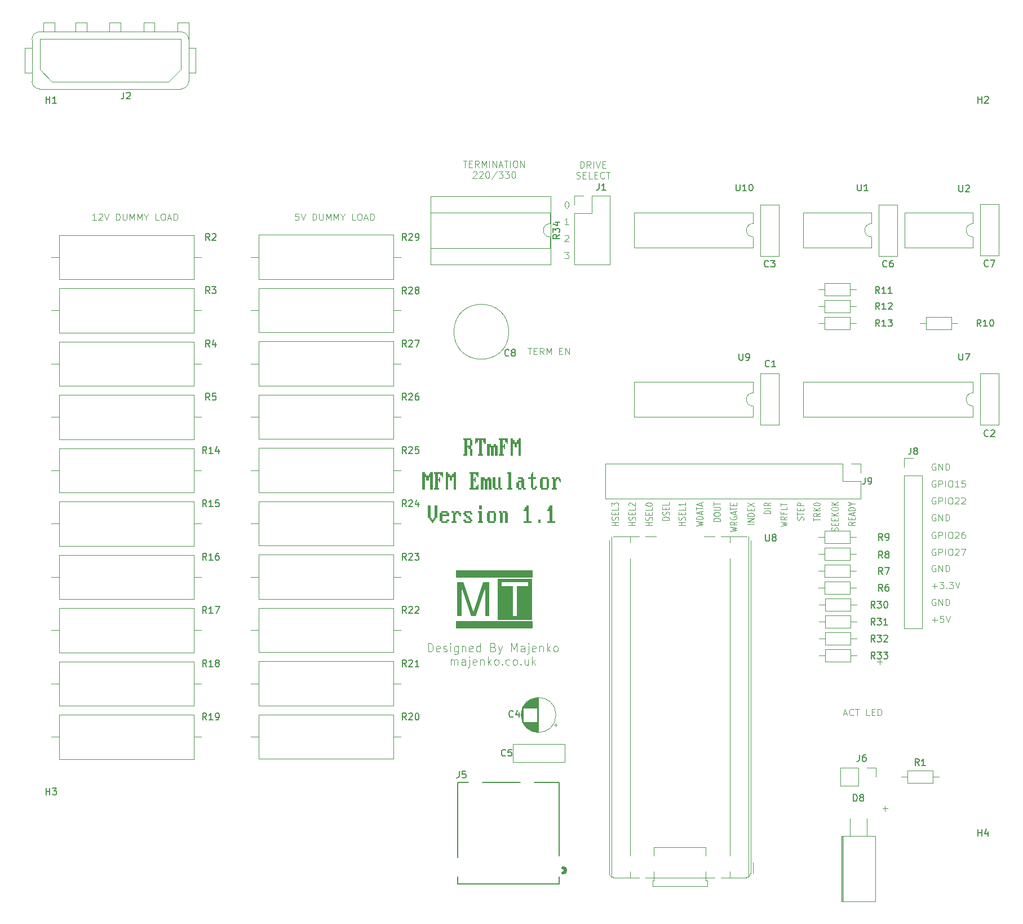
<source format=gto>
%TF.GenerationSoftware,KiCad,Pcbnew,9.0.4*%
%TF.CreationDate,2025-09-30T12:57:06+01:00*%
%TF.ProjectId,RTmFM,52546d46-4d2e-46b6-9963-61645f706362,rev?*%
%TF.SameCoordinates,Original*%
%TF.FileFunction,Legend,Top*%
%TF.FilePolarity,Positive*%
%FSLAX46Y46*%
G04 Gerber Fmt 4.6, Leading zero omitted, Abs format (unit mm)*
G04 Created by KiCad (PCBNEW 9.0.4) date 2025-09-30 12:57:06*
%MOMM*%
%LPD*%
G01*
G04 APERTURE LIST*
%ADD10C,0.100000*%
%ADD11C,0.150000*%
%ADD12C,0.120000*%
%ADD13C,0.152400*%
%ADD14C,0.508000*%
G04 APERTURE END LIST*
D10*
X95861000Y-111883000D02*
X107261000Y-111883000D01*
X107261000Y-112883000D01*
X95861000Y-112883000D01*
X95861000Y-111883000D01*
G36*
X95861000Y-111883000D02*
G01*
X107261000Y-111883000D01*
X107261000Y-112883000D01*
X95861000Y-112883000D01*
X95861000Y-111883000D01*
G37*
X95861000Y-119483000D02*
X107261000Y-119483000D01*
X107261000Y-120483000D01*
X95861000Y-120483000D01*
X95861000Y-119483000D01*
G36*
X95861000Y-119483000D02*
G01*
X107261000Y-119483000D01*
X107261000Y-120483000D01*
X95861000Y-120483000D01*
X95861000Y-119483000D01*
G37*
X135507419Y-104461026D02*
X134507419Y-104461026D01*
X134507419Y-104461026D02*
X134507419Y-104270550D01*
X134507419Y-104270550D02*
X134555038Y-104156264D01*
X134555038Y-104156264D02*
X134650276Y-104080074D01*
X134650276Y-104080074D02*
X134745514Y-104041979D01*
X134745514Y-104041979D02*
X134935990Y-104003883D01*
X134935990Y-104003883D02*
X135078847Y-104003883D01*
X135078847Y-104003883D02*
X135269323Y-104041979D01*
X135269323Y-104041979D02*
X135364561Y-104080074D01*
X135364561Y-104080074D02*
X135459800Y-104156264D01*
X135459800Y-104156264D02*
X135507419Y-104270550D01*
X135507419Y-104270550D02*
X135507419Y-104461026D01*
X134507419Y-103508645D02*
X134507419Y-103356264D01*
X134507419Y-103356264D02*
X134555038Y-103280074D01*
X134555038Y-103280074D02*
X134650276Y-103203883D01*
X134650276Y-103203883D02*
X134840752Y-103165788D01*
X134840752Y-103165788D02*
X135174085Y-103165788D01*
X135174085Y-103165788D02*
X135364561Y-103203883D01*
X135364561Y-103203883D02*
X135459800Y-103280074D01*
X135459800Y-103280074D02*
X135507419Y-103356264D01*
X135507419Y-103356264D02*
X135507419Y-103508645D01*
X135507419Y-103508645D02*
X135459800Y-103584836D01*
X135459800Y-103584836D02*
X135364561Y-103661026D01*
X135364561Y-103661026D02*
X135174085Y-103699122D01*
X135174085Y-103699122D02*
X134840752Y-103699122D01*
X134840752Y-103699122D02*
X134650276Y-103661026D01*
X134650276Y-103661026D02*
X134555038Y-103584836D01*
X134555038Y-103584836D02*
X134507419Y-103508645D01*
X134507419Y-102822931D02*
X135316942Y-102822931D01*
X135316942Y-102822931D02*
X135412180Y-102784836D01*
X135412180Y-102784836D02*
X135459800Y-102746741D01*
X135459800Y-102746741D02*
X135507419Y-102670550D01*
X135507419Y-102670550D02*
X135507419Y-102518169D01*
X135507419Y-102518169D02*
X135459800Y-102441979D01*
X135459800Y-102441979D02*
X135412180Y-102403884D01*
X135412180Y-102403884D02*
X135316942Y-102365788D01*
X135316942Y-102365788D02*
X134507419Y-102365788D01*
X134507419Y-102099122D02*
X134507419Y-101641979D01*
X135507419Y-101870551D02*
X134507419Y-101870551D01*
X120218419Y-105081646D02*
X119218419Y-105081646D01*
X119694609Y-105081646D02*
X119694609Y-104624503D01*
X120218419Y-104624503D02*
X119218419Y-104624503D01*
X120170800Y-104281647D02*
X120218419Y-104167361D01*
X120218419Y-104167361D02*
X120218419Y-103976885D01*
X120218419Y-103976885D02*
X120170800Y-103900694D01*
X120170800Y-103900694D02*
X120123180Y-103862599D01*
X120123180Y-103862599D02*
X120027942Y-103824504D01*
X120027942Y-103824504D02*
X119932704Y-103824504D01*
X119932704Y-103824504D02*
X119837466Y-103862599D01*
X119837466Y-103862599D02*
X119789847Y-103900694D01*
X119789847Y-103900694D02*
X119742228Y-103976885D01*
X119742228Y-103976885D02*
X119694609Y-104129266D01*
X119694609Y-104129266D02*
X119646990Y-104205456D01*
X119646990Y-104205456D02*
X119599371Y-104243551D01*
X119599371Y-104243551D02*
X119504133Y-104281647D01*
X119504133Y-104281647D02*
X119408895Y-104281647D01*
X119408895Y-104281647D02*
X119313657Y-104243551D01*
X119313657Y-104243551D02*
X119266038Y-104205456D01*
X119266038Y-104205456D02*
X119218419Y-104129266D01*
X119218419Y-104129266D02*
X119218419Y-103938789D01*
X119218419Y-103938789D02*
X119266038Y-103824504D01*
X119694609Y-103481646D02*
X119694609Y-103214980D01*
X120218419Y-103100694D02*
X120218419Y-103481646D01*
X120218419Y-103481646D02*
X119218419Y-103481646D01*
X119218419Y-103481646D02*
X119218419Y-103100694D01*
X120218419Y-102376884D02*
X120218419Y-102757836D01*
X120218419Y-102757836D02*
X119218419Y-102757836D01*
X119218419Y-102186408D02*
X119218419Y-101691170D01*
X119218419Y-101691170D02*
X119599371Y-101957836D01*
X119599371Y-101957836D02*
X119599371Y-101843551D01*
X119599371Y-101843551D02*
X119646990Y-101767360D01*
X119646990Y-101767360D02*
X119694609Y-101729265D01*
X119694609Y-101729265D02*
X119789847Y-101691170D01*
X119789847Y-101691170D02*
X120027942Y-101691170D01*
X120027942Y-101691170D02*
X120123180Y-101729265D01*
X120123180Y-101729265D02*
X120170800Y-101767360D01*
X120170800Y-101767360D02*
X120218419Y-101843551D01*
X120218419Y-101843551D02*
X120218419Y-102072122D01*
X120218419Y-102072122D02*
X120170800Y-102148313D01*
X120170800Y-102148313D02*
X120123180Y-102186408D01*
X137007419Y-105984837D02*
X138007419Y-105794361D01*
X138007419Y-105794361D02*
X137293133Y-105641980D01*
X137293133Y-105641980D02*
X138007419Y-105489599D01*
X138007419Y-105489599D02*
X137007419Y-105299123D01*
X138007419Y-104537217D02*
X137531228Y-104803884D01*
X138007419Y-104994360D02*
X137007419Y-104994360D01*
X137007419Y-104994360D02*
X137007419Y-104689598D01*
X137007419Y-104689598D02*
X137055038Y-104613408D01*
X137055038Y-104613408D02*
X137102657Y-104575313D01*
X137102657Y-104575313D02*
X137197895Y-104537217D01*
X137197895Y-104537217D02*
X137340752Y-104537217D01*
X137340752Y-104537217D02*
X137435990Y-104575313D01*
X137435990Y-104575313D02*
X137483609Y-104613408D01*
X137483609Y-104613408D02*
X137531228Y-104689598D01*
X137531228Y-104689598D02*
X137531228Y-104994360D01*
X137055038Y-103775313D02*
X137007419Y-103851503D01*
X137007419Y-103851503D02*
X137007419Y-103965789D01*
X137007419Y-103965789D02*
X137055038Y-104080075D01*
X137055038Y-104080075D02*
X137150276Y-104156265D01*
X137150276Y-104156265D02*
X137245514Y-104194360D01*
X137245514Y-104194360D02*
X137435990Y-104232456D01*
X137435990Y-104232456D02*
X137578847Y-104232456D01*
X137578847Y-104232456D02*
X137769323Y-104194360D01*
X137769323Y-104194360D02*
X137864561Y-104156265D01*
X137864561Y-104156265D02*
X137959800Y-104080075D01*
X137959800Y-104080075D02*
X138007419Y-103965789D01*
X138007419Y-103965789D02*
X138007419Y-103889598D01*
X138007419Y-103889598D02*
X137959800Y-103775313D01*
X137959800Y-103775313D02*
X137912180Y-103737217D01*
X137912180Y-103737217D02*
X137578847Y-103737217D01*
X137578847Y-103737217D02*
X137578847Y-103889598D01*
X137721704Y-103432456D02*
X137721704Y-103051503D01*
X138007419Y-103508646D02*
X137007419Y-103241979D01*
X137007419Y-103241979D02*
X138007419Y-102975313D01*
X137007419Y-102822932D02*
X137007419Y-102365789D01*
X138007419Y-102594361D02*
X137007419Y-102594361D01*
X137483609Y-102099122D02*
X137483609Y-101832456D01*
X138007419Y-101718170D02*
X138007419Y-102099122D01*
X138007419Y-102099122D02*
X137007419Y-102099122D01*
X137007419Y-102099122D02*
X137007419Y-101718170D01*
X91658620Y-124056073D02*
X91658620Y-122806073D01*
X91658620Y-122806073D02*
X91956239Y-122806073D01*
X91956239Y-122806073D02*
X92134810Y-122865597D01*
X92134810Y-122865597D02*
X92253858Y-122984645D01*
X92253858Y-122984645D02*
X92313381Y-123103692D01*
X92313381Y-123103692D02*
X92372905Y-123341788D01*
X92372905Y-123341788D02*
X92372905Y-123520359D01*
X92372905Y-123520359D02*
X92313381Y-123758454D01*
X92313381Y-123758454D02*
X92253858Y-123877502D01*
X92253858Y-123877502D02*
X92134810Y-123996550D01*
X92134810Y-123996550D02*
X91956239Y-124056073D01*
X91956239Y-124056073D02*
X91658620Y-124056073D01*
X93384810Y-123996550D02*
X93265762Y-124056073D01*
X93265762Y-124056073D02*
X93027667Y-124056073D01*
X93027667Y-124056073D02*
X92908620Y-123996550D01*
X92908620Y-123996550D02*
X92849096Y-123877502D01*
X92849096Y-123877502D02*
X92849096Y-123401311D01*
X92849096Y-123401311D02*
X92908620Y-123282264D01*
X92908620Y-123282264D02*
X93027667Y-123222740D01*
X93027667Y-123222740D02*
X93265762Y-123222740D01*
X93265762Y-123222740D02*
X93384810Y-123282264D01*
X93384810Y-123282264D02*
X93444334Y-123401311D01*
X93444334Y-123401311D02*
X93444334Y-123520359D01*
X93444334Y-123520359D02*
X92849096Y-123639407D01*
X93920525Y-123996550D02*
X94039572Y-124056073D01*
X94039572Y-124056073D02*
X94277668Y-124056073D01*
X94277668Y-124056073D02*
X94396715Y-123996550D01*
X94396715Y-123996550D02*
X94456239Y-123877502D01*
X94456239Y-123877502D02*
X94456239Y-123817978D01*
X94456239Y-123817978D02*
X94396715Y-123698930D01*
X94396715Y-123698930D02*
X94277668Y-123639407D01*
X94277668Y-123639407D02*
X94099096Y-123639407D01*
X94099096Y-123639407D02*
X93980049Y-123579883D01*
X93980049Y-123579883D02*
X93920525Y-123460835D01*
X93920525Y-123460835D02*
X93920525Y-123401311D01*
X93920525Y-123401311D02*
X93980049Y-123282264D01*
X93980049Y-123282264D02*
X94099096Y-123222740D01*
X94099096Y-123222740D02*
X94277668Y-123222740D01*
X94277668Y-123222740D02*
X94396715Y-123282264D01*
X94991954Y-124056073D02*
X94991954Y-123222740D01*
X94991954Y-122806073D02*
X94932430Y-122865597D01*
X94932430Y-122865597D02*
X94991954Y-122925121D01*
X94991954Y-122925121D02*
X95051477Y-122865597D01*
X95051477Y-122865597D02*
X94991954Y-122806073D01*
X94991954Y-122806073D02*
X94991954Y-122925121D01*
X96122906Y-123222740D02*
X96122906Y-124234645D01*
X96122906Y-124234645D02*
X96063382Y-124353692D01*
X96063382Y-124353692D02*
X96003858Y-124413216D01*
X96003858Y-124413216D02*
X95884811Y-124472740D01*
X95884811Y-124472740D02*
X95706239Y-124472740D01*
X95706239Y-124472740D02*
X95587192Y-124413216D01*
X96122906Y-123996550D02*
X96003858Y-124056073D01*
X96003858Y-124056073D02*
X95765763Y-124056073D01*
X95765763Y-124056073D02*
X95646715Y-123996550D01*
X95646715Y-123996550D02*
X95587192Y-123937026D01*
X95587192Y-123937026D02*
X95527668Y-123817978D01*
X95527668Y-123817978D02*
X95527668Y-123460835D01*
X95527668Y-123460835D02*
X95587192Y-123341788D01*
X95587192Y-123341788D02*
X95646715Y-123282264D01*
X95646715Y-123282264D02*
X95765763Y-123222740D01*
X95765763Y-123222740D02*
X96003858Y-123222740D01*
X96003858Y-123222740D02*
X96122906Y-123282264D01*
X96718144Y-123222740D02*
X96718144Y-124056073D01*
X96718144Y-123341788D02*
X96777667Y-123282264D01*
X96777667Y-123282264D02*
X96896715Y-123222740D01*
X96896715Y-123222740D02*
X97075286Y-123222740D01*
X97075286Y-123222740D02*
X97194334Y-123282264D01*
X97194334Y-123282264D02*
X97253858Y-123401311D01*
X97253858Y-123401311D02*
X97253858Y-124056073D01*
X98325286Y-123996550D02*
X98206238Y-124056073D01*
X98206238Y-124056073D02*
X97968143Y-124056073D01*
X97968143Y-124056073D02*
X97849096Y-123996550D01*
X97849096Y-123996550D02*
X97789572Y-123877502D01*
X97789572Y-123877502D02*
X97789572Y-123401311D01*
X97789572Y-123401311D02*
X97849096Y-123282264D01*
X97849096Y-123282264D02*
X97968143Y-123222740D01*
X97968143Y-123222740D02*
X98206238Y-123222740D01*
X98206238Y-123222740D02*
X98325286Y-123282264D01*
X98325286Y-123282264D02*
X98384810Y-123401311D01*
X98384810Y-123401311D02*
X98384810Y-123520359D01*
X98384810Y-123520359D02*
X97789572Y-123639407D01*
X99456239Y-124056073D02*
X99456239Y-122806073D01*
X99456239Y-123996550D02*
X99337191Y-124056073D01*
X99337191Y-124056073D02*
X99099096Y-124056073D01*
X99099096Y-124056073D02*
X98980048Y-123996550D01*
X98980048Y-123996550D02*
X98920525Y-123937026D01*
X98920525Y-123937026D02*
X98861001Y-123817978D01*
X98861001Y-123817978D02*
X98861001Y-123460835D01*
X98861001Y-123460835D02*
X98920525Y-123341788D01*
X98920525Y-123341788D02*
X98980048Y-123282264D01*
X98980048Y-123282264D02*
X99099096Y-123222740D01*
X99099096Y-123222740D02*
X99337191Y-123222740D01*
X99337191Y-123222740D02*
X99456239Y-123282264D01*
X101420524Y-123401311D02*
X101599096Y-123460835D01*
X101599096Y-123460835D02*
X101658619Y-123520359D01*
X101658619Y-123520359D02*
X101718143Y-123639407D01*
X101718143Y-123639407D02*
X101718143Y-123817978D01*
X101718143Y-123817978D02*
X101658619Y-123937026D01*
X101658619Y-123937026D02*
X101599096Y-123996550D01*
X101599096Y-123996550D02*
X101480048Y-124056073D01*
X101480048Y-124056073D02*
X101003858Y-124056073D01*
X101003858Y-124056073D02*
X101003858Y-122806073D01*
X101003858Y-122806073D02*
X101420524Y-122806073D01*
X101420524Y-122806073D02*
X101539572Y-122865597D01*
X101539572Y-122865597D02*
X101599096Y-122925121D01*
X101599096Y-122925121D02*
X101658619Y-123044169D01*
X101658619Y-123044169D02*
X101658619Y-123163216D01*
X101658619Y-123163216D02*
X101599096Y-123282264D01*
X101599096Y-123282264D02*
X101539572Y-123341788D01*
X101539572Y-123341788D02*
X101420524Y-123401311D01*
X101420524Y-123401311D02*
X101003858Y-123401311D01*
X102134810Y-123222740D02*
X102432429Y-124056073D01*
X102730048Y-123222740D02*
X102432429Y-124056073D01*
X102432429Y-124056073D02*
X102313381Y-124353692D01*
X102313381Y-124353692D02*
X102253858Y-124413216D01*
X102253858Y-124413216D02*
X102134810Y-124472740D01*
X104158620Y-124056073D02*
X104158620Y-122806073D01*
X104158620Y-122806073D02*
X104575286Y-123698930D01*
X104575286Y-123698930D02*
X104991953Y-122806073D01*
X104991953Y-122806073D02*
X104991953Y-124056073D01*
X106122905Y-124056073D02*
X106122905Y-123401311D01*
X106122905Y-123401311D02*
X106063381Y-123282264D01*
X106063381Y-123282264D02*
X105944333Y-123222740D01*
X105944333Y-123222740D02*
X105706238Y-123222740D01*
X105706238Y-123222740D02*
X105587191Y-123282264D01*
X106122905Y-123996550D02*
X106003857Y-124056073D01*
X106003857Y-124056073D02*
X105706238Y-124056073D01*
X105706238Y-124056073D02*
X105587191Y-123996550D01*
X105587191Y-123996550D02*
X105527667Y-123877502D01*
X105527667Y-123877502D02*
X105527667Y-123758454D01*
X105527667Y-123758454D02*
X105587191Y-123639407D01*
X105587191Y-123639407D02*
X105706238Y-123579883D01*
X105706238Y-123579883D02*
X106003857Y-123579883D01*
X106003857Y-123579883D02*
X106122905Y-123520359D01*
X106718143Y-123222740D02*
X106718143Y-124294169D01*
X106718143Y-124294169D02*
X106658619Y-124413216D01*
X106658619Y-124413216D02*
X106539571Y-124472740D01*
X106539571Y-124472740D02*
X106480047Y-124472740D01*
X106718143Y-122806073D02*
X106658619Y-122865597D01*
X106658619Y-122865597D02*
X106718143Y-122925121D01*
X106718143Y-122925121D02*
X106777666Y-122865597D01*
X106777666Y-122865597D02*
X106718143Y-122806073D01*
X106718143Y-122806073D02*
X106718143Y-122925121D01*
X107789571Y-123996550D02*
X107670523Y-124056073D01*
X107670523Y-124056073D02*
X107432428Y-124056073D01*
X107432428Y-124056073D02*
X107313381Y-123996550D01*
X107313381Y-123996550D02*
X107253857Y-123877502D01*
X107253857Y-123877502D02*
X107253857Y-123401311D01*
X107253857Y-123401311D02*
X107313381Y-123282264D01*
X107313381Y-123282264D02*
X107432428Y-123222740D01*
X107432428Y-123222740D02*
X107670523Y-123222740D01*
X107670523Y-123222740D02*
X107789571Y-123282264D01*
X107789571Y-123282264D02*
X107849095Y-123401311D01*
X107849095Y-123401311D02*
X107849095Y-123520359D01*
X107849095Y-123520359D02*
X107253857Y-123639407D01*
X108384810Y-123222740D02*
X108384810Y-124056073D01*
X108384810Y-123341788D02*
X108444333Y-123282264D01*
X108444333Y-123282264D02*
X108563381Y-123222740D01*
X108563381Y-123222740D02*
X108741952Y-123222740D01*
X108741952Y-123222740D02*
X108861000Y-123282264D01*
X108861000Y-123282264D02*
X108920524Y-123401311D01*
X108920524Y-123401311D02*
X108920524Y-124056073D01*
X109515762Y-124056073D02*
X109515762Y-122806073D01*
X109634809Y-123579883D02*
X109991952Y-124056073D01*
X109991952Y-123222740D02*
X109515762Y-123698930D01*
X110706238Y-124056073D02*
X110587190Y-123996550D01*
X110587190Y-123996550D02*
X110527667Y-123937026D01*
X110527667Y-123937026D02*
X110468143Y-123817978D01*
X110468143Y-123817978D02*
X110468143Y-123460835D01*
X110468143Y-123460835D02*
X110527667Y-123341788D01*
X110527667Y-123341788D02*
X110587190Y-123282264D01*
X110587190Y-123282264D02*
X110706238Y-123222740D01*
X110706238Y-123222740D02*
X110884809Y-123222740D01*
X110884809Y-123222740D02*
X111003857Y-123282264D01*
X111003857Y-123282264D02*
X111063381Y-123341788D01*
X111063381Y-123341788D02*
X111122905Y-123460835D01*
X111122905Y-123460835D02*
X111122905Y-123817978D01*
X111122905Y-123817978D02*
X111063381Y-123937026D01*
X111063381Y-123937026D02*
X111003857Y-123996550D01*
X111003857Y-123996550D02*
X110884809Y-124056073D01*
X110884809Y-124056073D02*
X110706238Y-124056073D01*
X112168286Y-61622657D02*
X112215905Y-61575038D01*
X112215905Y-61575038D02*
X112311143Y-61527419D01*
X112311143Y-61527419D02*
X112549238Y-61527419D01*
X112549238Y-61527419D02*
X112644476Y-61575038D01*
X112644476Y-61575038D02*
X112692095Y-61622657D01*
X112692095Y-61622657D02*
X112739714Y-61717895D01*
X112739714Y-61717895D02*
X112739714Y-61813133D01*
X112739714Y-61813133D02*
X112692095Y-61955990D01*
X112692095Y-61955990D02*
X112120667Y-62527419D01*
X112120667Y-62527419D02*
X112739714Y-62527419D01*
X144557419Y-105208646D02*
X145557419Y-105018170D01*
X145557419Y-105018170D02*
X144843133Y-104865789D01*
X144843133Y-104865789D02*
X145557419Y-104713408D01*
X145557419Y-104713408D02*
X144557419Y-104522932D01*
X145557419Y-103761026D02*
X145081228Y-104027693D01*
X145557419Y-104218169D02*
X144557419Y-104218169D01*
X144557419Y-104218169D02*
X144557419Y-103913407D01*
X144557419Y-103913407D02*
X144605038Y-103837217D01*
X144605038Y-103837217D02*
X144652657Y-103799122D01*
X144652657Y-103799122D02*
X144747895Y-103761026D01*
X144747895Y-103761026D02*
X144890752Y-103761026D01*
X144890752Y-103761026D02*
X144985990Y-103799122D01*
X144985990Y-103799122D02*
X145033609Y-103837217D01*
X145033609Y-103837217D02*
X145081228Y-103913407D01*
X145081228Y-103913407D02*
X145081228Y-104218169D01*
X145033609Y-103151503D02*
X145033609Y-103418169D01*
X145557419Y-103418169D02*
X144557419Y-103418169D01*
X144557419Y-103418169D02*
X144557419Y-103037217D01*
X145557419Y-102351503D02*
X145557419Y-102732455D01*
X145557419Y-102732455D02*
X144557419Y-102732455D01*
X144557419Y-102199122D02*
X144557419Y-101741979D01*
X145557419Y-101970551D02*
X144557419Y-101970551D01*
X155757419Y-104586407D02*
X155281228Y-104853074D01*
X155757419Y-105043550D02*
X154757419Y-105043550D01*
X154757419Y-105043550D02*
X154757419Y-104738788D01*
X154757419Y-104738788D02*
X154805038Y-104662598D01*
X154805038Y-104662598D02*
X154852657Y-104624503D01*
X154852657Y-104624503D02*
X154947895Y-104586407D01*
X154947895Y-104586407D02*
X155090752Y-104586407D01*
X155090752Y-104586407D02*
X155185990Y-104624503D01*
X155185990Y-104624503D02*
X155233609Y-104662598D01*
X155233609Y-104662598D02*
X155281228Y-104738788D01*
X155281228Y-104738788D02*
X155281228Y-105043550D01*
X155233609Y-104243550D02*
X155233609Y-103976884D01*
X155757419Y-103862598D02*
X155757419Y-104243550D01*
X155757419Y-104243550D02*
X154757419Y-104243550D01*
X154757419Y-104243550D02*
X154757419Y-103862598D01*
X155471704Y-103557836D02*
X155471704Y-103176883D01*
X155757419Y-103634026D02*
X154757419Y-103367359D01*
X154757419Y-103367359D02*
X155757419Y-103100693D01*
X155757419Y-102834026D02*
X154757419Y-102834026D01*
X154757419Y-102834026D02*
X154757419Y-102643550D01*
X154757419Y-102643550D02*
X154805038Y-102529264D01*
X154805038Y-102529264D02*
X154900276Y-102453074D01*
X154900276Y-102453074D02*
X154995514Y-102414979D01*
X154995514Y-102414979D02*
X155185990Y-102376883D01*
X155185990Y-102376883D02*
X155328847Y-102376883D01*
X155328847Y-102376883D02*
X155519323Y-102414979D01*
X155519323Y-102414979D02*
X155614561Y-102453074D01*
X155614561Y-102453074D02*
X155709800Y-102529264D01*
X155709800Y-102529264D02*
X155757419Y-102643550D01*
X155757419Y-102643550D02*
X155757419Y-102834026D01*
X155281228Y-101881645D02*
X155757419Y-101881645D01*
X154757419Y-102148312D02*
X155281228Y-101881645D01*
X155281228Y-101881645D02*
X154757419Y-101614979D01*
X72195237Y-58297419D02*
X71719047Y-58297419D01*
X71719047Y-58297419D02*
X71671428Y-58773609D01*
X71671428Y-58773609D02*
X71719047Y-58725990D01*
X71719047Y-58725990D02*
X71814285Y-58678371D01*
X71814285Y-58678371D02*
X72052380Y-58678371D01*
X72052380Y-58678371D02*
X72147618Y-58725990D01*
X72147618Y-58725990D02*
X72195237Y-58773609D01*
X72195237Y-58773609D02*
X72242856Y-58868847D01*
X72242856Y-58868847D02*
X72242856Y-59106942D01*
X72242856Y-59106942D02*
X72195237Y-59202180D01*
X72195237Y-59202180D02*
X72147618Y-59249800D01*
X72147618Y-59249800D02*
X72052380Y-59297419D01*
X72052380Y-59297419D02*
X71814285Y-59297419D01*
X71814285Y-59297419D02*
X71719047Y-59249800D01*
X71719047Y-59249800D02*
X71671428Y-59202180D01*
X72528571Y-58297419D02*
X72861904Y-59297419D01*
X72861904Y-59297419D02*
X73195237Y-58297419D01*
X74290476Y-59297419D02*
X74290476Y-58297419D01*
X74290476Y-58297419D02*
X74528571Y-58297419D01*
X74528571Y-58297419D02*
X74671428Y-58345038D01*
X74671428Y-58345038D02*
X74766666Y-58440276D01*
X74766666Y-58440276D02*
X74814285Y-58535514D01*
X74814285Y-58535514D02*
X74861904Y-58725990D01*
X74861904Y-58725990D02*
X74861904Y-58868847D01*
X74861904Y-58868847D02*
X74814285Y-59059323D01*
X74814285Y-59059323D02*
X74766666Y-59154561D01*
X74766666Y-59154561D02*
X74671428Y-59249800D01*
X74671428Y-59249800D02*
X74528571Y-59297419D01*
X74528571Y-59297419D02*
X74290476Y-59297419D01*
X75290476Y-58297419D02*
X75290476Y-59106942D01*
X75290476Y-59106942D02*
X75338095Y-59202180D01*
X75338095Y-59202180D02*
X75385714Y-59249800D01*
X75385714Y-59249800D02*
X75480952Y-59297419D01*
X75480952Y-59297419D02*
X75671428Y-59297419D01*
X75671428Y-59297419D02*
X75766666Y-59249800D01*
X75766666Y-59249800D02*
X75814285Y-59202180D01*
X75814285Y-59202180D02*
X75861904Y-59106942D01*
X75861904Y-59106942D02*
X75861904Y-58297419D01*
X76338095Y-59297419D02*
X76338095Y-58297419D01*
X76338095Y-58297419D02*
X76671428Y-59011704D01*
X76671428Y-59011704D02*
X77004761Y-58297419D01*
X77004761Y-58297419D02*
X77004761Y-59297419D01*
X77480952Y-59297419D02*
X77480952Y-58297419D01*
X77480952Y-58297419D02*
X77814285Y-59011704D01*
X77814285Y-59011704D02*
X78147618Y-58297419D01*
X78147618Y-58297419D02*
X78147618Y-59297419D01*
X78814285Y-58821228D02*
X78814285Y-59297419D01*
X78480952Y-58297419D02*
X78814285Y-58821228D01*
X78814285Y-58821228D02*
X79147618Y-58297419D01*
X80719047Y-59297419D02*
X80242857Y-59297419D01*
X80242857Y-59297419D02*
X80242857Y-58297419D01*
X81242857Y-58297419D02*
X81433333Y-58297419D01*
X81433333Y-58297419D02*
X81528571Y-58345038D01*
X81528571Y-58345038D02*
X81623809Y-58440276D01*
X81623809Y-58440276D02*
X81671428Y-58630752D01*
X81671428Y-58630752D02*
X81671428Y-58964085D01*
X81671428Y-58964085D02*
X81623809Y-59154561D01*
X81623809Y-59154561D02*
X81528571Y-59249800D01*
X81528571Y-59249800D02*
X81433333Y-59297419D01*
X81433333Y-59297419D02*
X81242857Y-59297419D01*
X81242857Y-59297419D02*
X81147619Y-59249800D01*
X81147619Y-59249800D02*
X81052381Y-59154561D01*
X81052381Y-59154561D02*
X81004762Y-58964085D01*
X81004762Y-58964085D02*
X81004762Y-58630752D01*
X81004762Y-58630752D02*
X81052381Y-58440276D01*
X81052381Y-58440276D02*
X81147619Y-58345038D01*
X81147619Y-58345038D02*
X81242857Y-58297419D01*
X82052381Y-59011704D02*
X82528571Y-59011704D01*
X81957143Y-59297419D02*
X82290476Y-58297419D01*
X82290476Y-58297419D02*
X82623809Y-59297419D01*
X82957143Y-59297419D02*
X82957143Y-58297419D01*
X82957143Y-58297419D02*
X83195238Y-58297419D01*
X83195238Y-58297419D02*
X83338095Y-58345038D01*
X83338095Y-58345038D02*
X83433333Y-58440276D01*
X83433333Y-58440276D02*
X83480952Y-58535514D01*
X83480952Y-58535514D02*
X83528571Y-58725990D01*
X83528571Y-58725990D02*
X83528571Y-58868847D01*
X83528571Y-58868847D02*
X83480952Y-59059323D01*
X83480952Y-59059323D02*
X83433333Y-59154561D01*
X83433333Y-59154561D02*
X83338095Y-59249800D01*
X83338095Y-59249800D02*
X83195238Y-59297419D01*
X83195238Y-59297419D02*
X82957143Y-59297419D01*
X153159800Y-105907028D02*
X153207419Y-105792742D01*
X153207419Y-105792742D02*
X153207419Y-105602266D01*
X153207419Y-105602266D02*
X153159800Y-105526075D01*
X153159800Y-105526075D02*
X153112180Y-105487980D01*
X153112180Y-105487980D02*
X153016942Y-105449885D01*
X153016942Y-105449885D02*
X152921704Y-105449885D01*
X152921704Y-105449885D02*
X152826466Y-105487980D01*
X152826466Y-105487980D02*
X152778847Y-105526075D01*
X152778847Y-105526075D02*
X152731228Y-105602266D01*
X152731228Y-105602266D02*
X152683609Y-105754647D01*
X152683609Y-105754647D02*
X152635990Y-105830837D01*
X152635990Y-105830837D02*
X152588371Y-105868932D01*
X152588371Y-105868932D02*
X152493133Y-105907028D01*
X152493133Y-105907028D02*
X152397895Y-105907028D01*
X152397895Y-105907028D02*
X152302657Y-105868932D01*
X152302657Y-105868932D02*
X152255038Y-105830837D01*
X152255038Y-105830837D02*
X152207419Y-105754647D01*
X152207419Y-105754647D02*
X152207419Y-105564170D01*
X152207419Y-105564170D02*
X152255038Y-105449885D01*
X152683609Y-105107027D02*
X152683609Y-104840361D01*
X153207419Y-104726075D02*
X153207419Y-105107027D01*
X153207419Y-105107027D02*
X152207419Y-105107027D01*
X152207419Y-105107027D02*
X152207419Y-104726075D01*
X152683609Y-104383217D02*
X152683609Y-104116551D01*
X153207419Y-104002265D02*
X153207419Y-104383217D01*
X153207419Y-104383217D02*
X152207419Y-104383217D01*
X152207419Y-104383217D02*
X152207419Y-104002265D01*
X153207419Y-103659407D02*
X152207419Y-103659407D01*
X153207419Y-103202264D02*
X152635990Y-103545122D01*
X152207419Y-103202264D02*
X152778847Y-103659407D01*
X152207419Y-102707026D02*
X152207419Y-102554645D01*
X152207419Y-102554645D02*
X152255038Y-102478455D01*
X152255038Y-102478455D02*
X152350276Y-102402264D01*
X152350276Y-102402264D02*
X152540752Y-102364169D01*
X152540752Y-102364169D02*
X152874085Y-102364169D01*
X152874085Y-102364169D02*
X153064561Y-102402264D01*
X153064561Y-102402264D02*
X153159800Y-102478455D01*
X153159800Y-102478455D02*
X153207419Y-102554645D01*
X153207419Y-102554645D02*
X153207419Y-102707026D01*
X153207419Y-102707026D02*
X153159800Y-102783217D01*
X153159800Y-102783217D02*
X153064561Y-102859407D01*
X153064561Y-102859407D02*
X152874085Y-102897503D01*
X152874085Y-102897503D02*
X152540752Y-102897503D01*
X152540752Y-102897503D02*
X152350276Y-102859407D01*
X152350276Y-102859407D02*
X152255038Y-102783217D01*
X152255038Y-102783217D02*
X152207419Y-102707026D01*
X153207419Y-102021312D02*
X152207419Y-102021312D01*
X153207419Y-101564169D02*
X152635990Y-101907027D01*
X152207419Y-101564169D02*
X152778847Y-102021312D01*
X143078419Y-103329264D02*
X142078419Y-103329264D01*
X142078419Y-103329264D02*
X142078419Y-103138788D01*
X142078419Y-103138788D02*
X142126038Y-103024502D01*
X142126038Y-103024502D02*
X142221276Y-102948312D01*
X142221276Y-102948312D02*
X142316514Y-102910217D01*
X142316514Y-102910217D02*
X142506990Y-102872121D01*
X142506990Y-102872121D02*
X142649847Y-102872121D01*
X142649847Y-102872121D02*
X142840323Y-102910217D01*
X142840323Y-102910217D02*
X142935561Y-102948312D01*
X142935561Y-102948312D02*
X143030800Y-103024502D01*
X143030800Y-103024502D02*
X143078419Y-103138788D01*
X143078419Y-103138788D02*
X143078419Y-103329264D01*
X143078419Y-102529264D02*
X142078419Y-102529264D01*
X143078419Y-101691169D02*
X142602228Y-101957836D01*
X143078419Y-102148312D02*
X142078419Y-102148312D01*
X142078419Y-102148312D02*
X142078419Y-101843550D01*
X142078419Y-101843550D02*
X142126038Y-101767360D01*
X142126038Y-101767360D02*
X142173657Y-101729265D01*
X142173657Y-101729265D02*
X142268895Y-101691169D01*
X142268895Y-101691169D02*
X142411752Y-101691169D01*
X142411752Y-101691169D02*
X142506990Y-101729265D01*
X142506990Y-101729265D02*
X142554609Y-101767360D01*
X142554609Y-101767360D02*
X142602228Y-101843550D01*
X142602228Y-101843550D02*
X142602228Y-102148312D01*
X167851693Y-106101238D02*
X167756455Y-106053619D01*
X167756455Y-106053619D02*
X167613598Y-106053619D01*
X167613598Y-106053619D02*
X167470741Y-106101238D01*
X167470741Y-106101238D02*
X167375503Y-106196476D01*
X167375503Y-106196476D02*
X167327884Y-106291714D01*
X167327884Y-106291714D02*
X167280265Y-106482190D01*
X167280265Y-106482190D02*
X167280265Y-106625047D01*
X167280265Y-106625047D02*
X167327884Y-106815523D01*
X167327884Y-106815523D02*
X167375503Y-106910761D01*
X167375503Y-106910761D02*
X167470741Y-107006000D01*
X167470741Y-107006000D02*
X167613598Y-107053619D01*
X167613598Y-107053619D02*
X167708836Y-107053619D01*
X167708836Y-107053619D02*
X167851693Y-107006000D01*
X167851693Y-107006000D02*
X167899312Y-106958380D01*
X167899312Y-106958380D02*
X167899312Y-106625047D01*
X167899312Y-106625047D02*
X167708836Y-106625047D01*
X168327884Y-107053619D02*
X168327884Y-106053619D01*
X168327884Y-106053619D02*
X168708836Y-106053619D01*
X168708836Y-106053619D02*
X168804074Y-106101238D01*
X168804074Y-106101238D02*
X168851693Y-106148857D01*
X168851693Y-106148857D02*
X168899312Y-106244095D01*
X168899312Y-106244095D02*
X168899312Y-106386952D01*
X168899312Y-106386952D02*
X168851693Y-106482190D01*
X168851693Y-106482190D02*
X168804074Y-106529809D01*
X168804074Y-106529809D02*
X168708836Y-106577428D01*
X168708836Y-106577428D02*
X168327884Y-106577428D01*
X169327884Y-107053619D02*
X169327884Y-106053619D01*
X169994550Y-106053619D02*
X170185026Y-106053619D01*
X170185026Y-106053619D02*
X170280264Y-106101238D01*
X170280264Y-106101238D02*
X170375502Y-106196476D01*
X170375502Y-106196476D02*
X170423121Y-106386952D01*
X170423121Y-106386952D02*
X170423121Y-106720285D01*
X170423121Y-106720285D02*
X170375502Y-106910761D01*
X170375502Y-106910761D02*
X170280264Y-107006000D01*
X170280264Y-107006000D02*
X170185026Y-107053619D01*
X170185026Y-107053619D02*
X169994550Y-107053619D01*
X169994550Y-107053619D02*
X169899312Y-107006000D01*
X169899312Y-107006000D02*
X169804074Y-106910761D01*
X169804074Y-106910761D02*
X169756455Y-106720285D01*
X169756455Y-106720285D02*
X169756455Y-106386952D01*
X169756455Y-106386952D02*
X169804074Y-106196476D01*
X169804074Y-106196476D02*
X169899312Y-106101238D01*
X169899312Y-106101238D02*
X169994550Y-106053619D01*
X170804074Y-106148857D02*
X170851693Y-106101238D01*
X170851693Y-106101238D02*
X170946931Y-106053619D01*
X170946931Y-106053619D02*
X171185026Y-106053619D01*
X171185026Y-106053619D02*
X171280264Y-106101238D01*
X171280264Y-106101238D02*
X171327883Y-106148857D01*
X171327883Y-106148857D02*
X171375502Y-106244095D01*
X171375502Y-106244095D02*
X171375502Y-106339333D01*
X171375502Y-106339333D02*
X171327883Y-106482190D01*
X171327883Y-106482190D02*
X170756455Y-107053619D01*
X170756455Y-107053619D02*
X171375502Y-107053619D01*
X172232645Y-106053619D02*
X172042169Y-106053619D01*
X172042169Y-106053619D02*
X171946931Y-106101238D01*
X171946931Y-106101238D02*
X171899312Y-106148857D01*
X171899312Y-106148857D02*
X171804074Y-106291714D01*
X171804074Y-106291714D02*
X171756455Y-106482190D01*
X171756455Y-106482190D02*
X171756455Y-106863142D01*
X171756455Y-106863142D02*
X171804074Y-106958380D01*
X171804074Y-106958380D02*
X171851693Y-107006000D01*
X171851693Y-107006000D02*
X171946931Y-107053619D01*
X171946931Y-107053619D02*
X172137407Y-107053619D01*
X172137407Y-107053619D02*
X172232645Y-107006000D01*
X172232645Y-107006000D02*
X172280264Y-106958380D01*
X172280264Y-106958380D02*
X172327883Y-106863142D01*
X172327883Y-106863142D02*
X172327883Y-106625047D01*
X172327883Y-106625047D02*
X172280264Y-106529809D01*
X172280264Y-106529809D02*
X172232645Y-106482190D01*
X172232645Y-106482190D02*
X172137407Y-106434571D01*
X172137407Y-106434571D02*
X171946931Y-106434571D01*
X171946931Y-106434571D02*
X171851693Y-106482190D01*
X171851693Y-106482190D02*
X171804074Y-106529809D01*
X171804074Y-106529809D02*
X171756455Y-106625047D01*
X130251419Y-105081646D02*
X129251419Y-105081646D01*
X129727609Y-105081646D02*
X129727609Y-104624503D01*
X130251419Y-104624503D02*
X129251419Y-104624503D01*
X130203800Y-104281647D02*
X130251419Y-104167361D01*
X130251419Y-104167361D02*
X130251419Y-103976885D01*
X130251419Y-103976885D02*
X130203800Y-103900694D01*
X130203800Y-103900694D02*
X130156180Y-103862599D01*
X130156180Y-103862599D02*
X130060942Y-103824504D01*
X130060942Y-103824504D02*
X129965704Y-103824504D01*
X129965704Y-103824504D02*
X129870466Y-103862599D01*
X129870466Y-103862599D02*
X129822847Y-103900694D01*
X129822847Y-103900694D02*
X129775228Y-103976885D01*
X129775228Y-103976885D02*
X129727609Y-104129266D01*
X129727609Y-104129266D02*
X129679990Y-104205456D01*
X129679990Y-104205456D02*
X129632371Y-104243551D01*
X129632371Y-104243551D02*
X129537133Y-104281647D01*
X129537133Y-104281647D02*
X129441895Y-104281647D01*
X129441895Y-104281647D02*
X129346657Y-104243551D01*
X129346657Y-104243551D02*
X129299038Y-104205456D01*
X129299038Y-104205456D02*
X129251419Y-104129266D01*
X129251419Y-104129266D02*
X129251419Y-103938789D01*
X129251419Y-103938789D02*
X129299038Y-103824504D01*
X129727609Y-103481646D02*
X129727609Y-103214980D01*
X130251419Y-103100694D02*
X130251419Y-103481646D01*
X130251419Y-103481646D02*
X129251419Y-103481646D01*
X129251419Y-103481646D02*
X129251419Y-103100694D01*
X130251419Y-102376884D02*
X130251419Y-102757836D01*
X130251419Y-102757836D02*
X129251419Y-102757836D01*
X130251419Y-101691170D02*
X130251419Y-102148313D01*
X130251419Y-101919741D02*
X129251419Y-101919741D01*
X129251419Y-101919741D02*
X129394276Y-101995932D01*
X129394276Y-101995932D02*
X129489514Y-102072122D01*
X129489514Y-102072122D02*
X129537133Y-102148313D01*
X148009800Y-104281647D02*
X148057419Y-104167361D01*
X148057419Y-104167361D02*
X148057419Y-103976885D01*
X148057419Y-103976885D02*
X148009800Y-103900694D01*
X148009800Y-103900694D02*
X147962180Y-103862599D01*
X147962180Y-103862599D02*
X147866942Y-103824504D01*
X147866942Y-103824504D02*
X147771704Y-103824504D01*
X147771704Y-103824504D02*
X147676466Y-103862599D01*
X147676466Y-103862599D02*
X147628847Y-103900694D01*
X147628847Y-103900694D02*
X147581228Y-103976885D01*
X147581228Y-103976885D02*
X147533609Y-104129266D01*
X147533609Y-104129266D02*
X147485990Y-104205456D01*
X147485990Y-104205456D02*
X147438371Y-104243551D01*
X147438371Y-104243551D02*
X147343133Y-104281647D01*
X147343133Y-104281647D02*
X147247895Y-104281647D01*
X147247895Y-104281647D02*
X147152657Y-104243551D01*
X147152657Y-104243551D02*
X147105038Y-104205456D01*
X147105038Y-104205456D02*
X147057419Y-104129266D01*
X147057419Y-104129266D02*
X147057419Y-103938789D01*
X147057419Y-103938789D02*
X147105038Y-103824504D01*
X147057419Y-103595932D02*
X147057419Y-103138789D01*
X148057419Y-103367361D02*
X147057419Y-103367361D01*
X147533609Y-102872122D02*
X147533609Y-102605456D01*
X148057419Y-102491170D02*
X148057419Y-102872122D01*
X148057419Y-102872122D02*
X147057419Y-102872122D01*
X147057419Y-102872122D02*
X147057419Y-102491170D01*
X148057419Y-102148312D02*
X147057419Y-102148312D01*
X147057419Y-102148312D02*
X147057419Y-101843550D01*
X147057419Y-101843550D02*
X147105038Y-101767360D01*
X147105038Y-101767360D02*
X147152657Y-101729265D01*
X147152657Y-101729265D02*
X147247895Y-101691169D01*
X147247895Y-101691169D02*
X147390752Y-101691169D01*
X147390752Y-101691169D02*
X147485990Y-101729265D01*
X147485990Y-101729265D02*
X147533609Y-101767360D01*
X147533609Y-101767360D02*
X147581228Y-101843550D01*
X147581228Y-101843550D02*
X147581228Y-102148312D01*
X167851693Y-103485038D02*
X167756455Y-103437419D01*
X167756455Y-103437419D02*
X167613598Y-103437419D01*
X167613598Y-103437419D02*
X167470741Y-103485038D01*
X167470741Y-103485038D02*
X167375503Y-103580276D01*
X167375503Y-103580276D02*
X167327884Y-103675514D01*
X167327884Y-103675514D02*
X167280265Y-103865990D01*
X167280265Y-103865990D02*
X167280265Y-104008847D01*
X167280265Y-104008847D02*
X167327884Y-104199323D01*
X167327884Y-104199323D02*
X167375503Y-104294561D01*
X167375503Y-104294561D02*
X167470741Y-104389800D01*
X167470741Y-104389800D02*
X167613598Y-104437419D01*
X167613598Y-104437419D02*
X167708836Y-104437419D01*
X167708836Y-104437419D02*
X167851693Y-104389800D01*
X167851693Y-104389800D02*
X167899312Y-104342180D01*
X167899312Y-104342180D02*
X167899312Y-104008847D01*
X167899312Y-104008847D02*
X167708836Y-104008847D01*
X168327884Y-104437419D02*
X168327884Y-103437419D01*
X168327884Y-103437419D02*
X168899312Y-104437419D01*
X168899312Y-104437419D02*
X168899312Y-103437419D01*
X169375503Y-104437419D02*
X169375503Y-103437419D01*
X169375503Y-103437419D02*
X169613598Y-103437419D01*
X169613598Y-103437419D02*
X169756455Y-103485038D01*
X169756455Y-103485038D02*
X169851693Y-103580276D01*
X169851693Y-103580276D02*
X169899312Y-103675514D01*
X169899312Y-103675514D02*
X169946931Y-103865990D01*
X169946931Y-103865990D02*
X169946931Y-104008847D01*
X169946931Y-104008847D02*
X169899312Y-104199323D01*
X169899312Y-104199323D02*
X169851693Y-104294561D01*
X169851693Y-104294561D02*
X169756455Y-104389800D01*
X169756455Y-104389800D02*
X169613598Y-104437419D01*
X169613598Y-104437419D02*
X169375503Y-104437419D01*
X167851693Y-100945038D02*
X167756455Y-100897419D01*
X167756455Y-100897419D02*
X167613598Y-100897419D01*
X167613598Y-100897419D02*
X167470741Y-100945038D01*
X167470741Y-100945038D02*
X167375503Y-101040276D01*
X167375503Y-101040276D02*
X167327884Y-101135514D01*
X167327884Y-101135514D02*
X167280265Y-101325990D01*
X167280265Y-101325990D02*
X167280265Y-101468847D01*
X167280265Y-101468847D02*
X167327884Y-101659323D01*
X167327884Y-101659323D02*
X167375503Y-101754561D01*
X167375503Y-101754561D02*
X167470741Y-101849800D01*
X167470741Y-101849800D02*
X167613598Y-101897419D01*
X167613598Y-101897419D02*
X167708836Y-101897419D01*
X167708836Y-101897419D02*
X167851693Y-101849800D01*
X167851693Y-101849800D02*
X167899312Y-101802180D01*
X167899312Y-101802180D02*
X167899312Y-101468847D01*
X167899312Y-101468847D02*
X167708836Y-101468847D01*
X168327884Y-101897419D02*
X168327884Y-100897419D01*
X168327884Y-100897419D02*
X168708836Y-100897419D01*
X168708836Y-100897419D02*
X168804074Y-100945038D01*
X168804074Y-100945038D02*
X168851693Y-100992657D01*
X168851693Y-100992657D02*
X168899312Y-101087895D01*
X168899312Y-101087895D02*
X168899312Y-101230752D01*
X168899312Y-101230752D02*
X168851693Y-101325990D01*
X168851693Y-101325990D02*
X168804074Y-101373609D01*
X168804074Y-101373609D02*
X168708836Y-101421228D01*
X168708836Y-101421228D02*
X168327884Y-101421228D01*
X169327884Y-101897419D02*
X169327884Y-100897419D01*
X169994550Y-100897419D02*
X170185026Y-100897419D01*
X170185026Y-100897419D02*
X170280264Y-100945038D01*
X170280264Y-100945038D02*
X170375502Y-101040276D01*
X170375502Y-101040276D02*
X170423121Y-101230752D01*
X170423121Y-101230752D02*
X170423121Y-101564085D01*
X170423121Y-101564085D02*
X170375502Y-101754561D01*
X170375502Y-101754561D02*
X170280264Y-101849800D01*
X170280264Y-101849800D02*
X170185026Y-101897419D01*
X170185026Y-101897419D02*
X169994550Y-101897419D01*
X169994550Y-101897419D02*
X169899312Y-101849800D01*
X169899312Y-101849800D02*
X169804074Y-101754561D01*
X169804074Y-101754561D02*
X169756455Y-101564085D01*
X169756455Y-101564085D02*
X169756455Y-101230752D01*
X169756455Y-101230752D02*
X169804074Y-101040276D01*
X169804074Y-101040276D02*
X169899312Y-100945038D01*
X169899312Y-100945038D02*
X169994550Y-100897419D01*
X170804074Y-100992657D02*
X170851693Y-100945038D01*
X170851693Y-100945038D02*
X170946931Y-100897419D01*
X170946931Y-100897419D02*
X171185026Y-100897419D01*
X171185026Y-100897419D02*
X171280264Y-100945038D01*
X171280264Y-100945038D02*
X171327883Y-100992657D01*
X171327883Y-100992657D02*
X171375502Y-101087895D01*
X171375502Y-101087895D02*
X171375502Y-101183133D01*
X171375502Y-101183133D02*
X171327883Y-101325990D01*
X171327883Y-101325990D02*
X170756455Y-101897419D01*
X170756455Y-101897419D02*
X171375502Y-101897419D01*
X171756455Y-100992657D02*
X171804074Y-100945038D01*
X171804074Y-100945038D02*
X171899312Y-100897419D01*
X171899312Y-100897419D02*
X172137407Y-100897419D01*
X172137407Y-100897419D02*
X172232645Y-100945038D01*
X172232645Y-100945038D02*
X172280264Y-100992657D01*
X172280264Y-100992657D02*
X172327883Y-101087895D01*
X172327883Y-101087895D02*
X172327883Y-101183133D01*
X172327883Y-101183133D02*
X172280264Y-101325990D01*
X172280264Y-101325990D02*
X171708836Y-101897419D01*
X171708836Y-101897419D02*
X172327883Y-101897419D01*
X114503048Y-51442447D02*
X114503048Y-50442447D01*
X114503048Y-50442447D02*
X114741143Y-50442447D01*
X114741143Y-50442447D02*
X114884000Y-50490066D01*
X114884000Y-50490066D02*
X114979238Y-50585304D01*
X114979238Y-50585304D02*
X115026857Y-50680542D01*
X115026857Y-50680542D02*
X115074476Y-50871018D01*
X115074476Y-50871018D02*
X115074476Y-51013875D01*
X115074476Y-51013875D02*
X115026857Y-51204351D01*
X115026857Y-51204351D02*
X114979238Y-51299589D01*
X114979238Y-51299589D02*
X114884000Y-51394828D01*
X114884000Y-51394828D02*
X114741143Y-51442447D01*
X114741143Y-51442447D02*
X114503048Y-51442447D01*
X116074476Y-51442447D02*
X115741143Y-50966256D01*
X115503048Y-51442447D02*
X115503048Y-50442447D01*
X115503048Y-50442447D02*
X115884000Y-50442447D01*
X115884000Y-50442447D02*
X115979238Y-50490066D01*
X115979238Y-50490066D02*
X116026857Y-50537685D01*
X116026857Y-50537685D02*
X116074476Y-50632923D01*
X116074476Y-50632923D02*
X116074476Y-50775780D01*
X116074476Y-50775780D02*
X116026857Y-50871018D01*
X116026857Y-50871018D02*
X115979238Y-50918637D01*
X115979238Y-50918637D02*
X115884000Y-50966256D01*
X115884000Y-50966256D02*
X115503048Y-50966256D01*
X116503048Y-51442447D02*
X116503048Y-50442447D01*
X116836381Y-50442447D02*
X117169714Y-51442447D01*
X117169714Y-51442447D02*
X117503047Y-50442447D01*
X117836381Y-50918637D02*
X118169714Y-50918637D01*
X118312571Y-51442447D02*
X117836381Y-51442447D01*
X117836381Y-51442447D02*
X117836381Y-50442447D01*
X117836381Y-50442447D02*
X118312571Y-50442447D01*
X113907809Y-53004772D02*
X114050666Y-53052391D01*
X114050666Y-53052391D02*
X114288761Y-53052391D01*
X114288761Y-53052391D02*
X114383999Y-53004772D01*
X114383999Y-53004772D02*
X114431618Y-52957152D01*
X114431618Y-52957152D02*
X114479237Y-52861914D01*
X114479237Y-52861914D02*
X114479237Y-52766676D01*
X114479237Y-52766676D02*
X114431618Y-52671438D01*
X114431618Y-52671438D02*
X114383999Y-52623819D01*
X114383999Y-52623819D02*
X114288761Y-52576200D01*
X114288761Y-52576200D02*
X114098285Y-52528581D01*
X114098285Y-52528581D02*
X114003047Y-52480962D01*
X114003047Y-52480962D02*
X113955428Y-52433343D01*
X113955428Y-52433343D02*
X113907809Y-52338105D01*
X113907809Y-52338105D02*
X113907809Y-52242867D01*
X113907809Y-52242867D02*
X113955428Y-52147629D01*
X113955428Y-52147629D02*
X114003047Y-52100010D01*
X114003047Y-52100010D02*
X114098285Y-52052391D01*
X114098285Y-52052391D02*
X114336380Y-52052391D01*
X114336380Y-52052391D02*
X114479237Y-52100010D01*
X114907809Y-52528581D02*
X115241142Y-52528581D01*
X115383999Y-53052391D02*
X114907809Y-53052391D01*
X114907809Y-53052391D02*
X114907809Y-52052391D01*
X114907809Y-52052391D02*
X115383999Y-52052391D01*
X116288761Y-53052391D02*
X115812571Y-53052391D01*
X115812571Y-53052391D02*
X115812571Y-52052391D01*
X116622095Y-52528581D02*
X116955428Y-52528581D01*
X117098285Y-53052391D02*
X116622095Y-53052391D01*
X116622095Y-53052391D02*
X116622095Y-52052391D01*
X116622095Y-52052391D02*
X117098285Y-52052391D01*
X118098285Y-52957152D02*
X118050666Y-53004772D01*
X118050666Y-53004772D02*
X117907809Y-53052391D01*
X117907809Y-53052391D02*
X117812571Y-53052391D01*
X117812571Y-53052391D02*
X117669714Y-53004772D01*
X117669714Y-53004772D02*
X117574476Y-52909533D01*
X117574476Y-52909533D02*
X117526857Y-52814295D01*
X117526857Y-52814295D02*
X117479238Y-52623819D01*
X117479238Y-52623819D02*
X117479238Y-52480962D01*
X117479238Y-52480962D02*
X117526857Y-52290486D01*
X117526857Y-52290486D02*
X117574476Y-52195248D01*
X117574476Y-52195248D02*
X117669714Y-52100010D01*
X117669714Y-52100010D02*
X117812571Y-52052391D01*
X117812571Y-52052391D02*
X117907809Y-52052391D01*
X117907809Y-52052391D02*
X118050666Y-52100010D01*
X118050666Y-52100010D02*
X118098285Y-52147629D01*
X118384000Y-52052391D02*
X118955428Y-52052391D01*
X118669714Y-53052391D02*
X118669714Y-52052391D01*
X106617333Y-78457419D02*
X107188761Y-78457419D01*
X106903047Y-79457419D02*
X106903047Y-78457419D01*
X107522095Y-78933609D02*
X107855428Y-78933609D01*
X107998285Y-79457419D02*
X107522095Y-79457419D01*
X107522095Y-79457419D02*
X107522095Y-78457419D01*
X107522095Y-78457419D02*
X107998285Y-78457419D01*
X108998285Y-79457419D02*
X108664952Y-78981228D01*
X108426857Y-79457419D02*
X108426857Y-78457419D01*
X108426857Y-78457419D02*
X108807809Y-78457419D01*
X108807809Y-78457419D02*
X108903047Y-78505038D01*
X108903047Y-78505038D02*
X108950666Y-78552657D01*
X108950666Y-78552657D02*
X108998285Y-78647895D01*
X108998285Y-78647895D02*
X108998285Y-78790752D01*
X108998285Y-78790752D02*
X108950666Y-78885990D01*
X108950666Y-78885990D02*
X108903047Y-78933609D01*
X108903047Y-78933609D02*
X108807809Y-78981228D01*
X108807809Y-78981228D02*
X108426857Y-78981228D01*
X109426857Y-79457419D02*
X109426857Y-78457419D01*
X109426857Y-78457419D02*
X109760190Y-79171704D01*
X109760190Y-79171704D02*
X110093523Y-78457419D01*
X110093523Y-78457419D02*
X110093523Y-79457419D01*
X111331619Y-78933609D02*
X111664952Y-78933609D01*
X111807809Y-79457419D02*
X111331619Y-79457419D01*
X111331619Y-79457419D02*
X111331619Y-78457419D01*
X111331619Y-78457419D02*
X111807809Y-78457419D01*
X112236381Y-79457419D02*
X112236381Y-78457419D01*
X112236381Y-78457419D02*
X112807809Y-79457419D01*
X112807809Y-79457419D02*
X112807809Y-78457419D01*
X159477533Y-125189048D02*
X159477533Y-125950953D01*
X159096580Y-125570000D02*
X159858485Y-125570000D01*
X167851693Y-111105038D02*
X167756455Y-111057419D01*
X167756455Y-111057419D02*
X167613598Y-111057419D01*
X167613598Y-111057419D02*
X167470741Y-111105038D01*
X167470741Y-111105038D02*
X167375503Y-111200276D01*
X167375503Y-111200276D02*
X167327884Y-111295514D01*
X167327884Y-111295514D02*
X167280265Y-111485990D01*
X167280265Y-111485990D02*
X167280265Y-111628847D01*
X167280265Y-111628847D02*
X167327884Y-111819323D01*
X167327884Y-111819323D02*
X167375503Y-111914561D01*
X167375503Y-111914561D02*
X167470741Y-112009800D01*
X167470741Y-112009800D02*
X167613598Y-112057419D01*
X167613598Y-112057419D02*
X167708836Y-112057419D01*
X167708836Y-112057419D02*
X167851693Y-112009800D01*
X167851693Y-112009800D02*
X167899312Y-111962180D01*
X167899312Y-111962180D02*
X167899312Y-111628847D01*
X167899312Y-111628847D02*
X167708836Y-111628847D01*
X168327884Y-112057419D02*
X168327884Y-111057419D01*
X168327884Y-111057419D02*
X168899312Y-112057419D01*
X168899312Y-112057419D02*
X168899312Y-111057419D01*
X169375503Y-112057419D02*
X169375503Y-111057419D01*
X169375503Y-111057419D02*
X169613598Y-111057419D01*
X169613598Y-111057419D02*
X169756455Y-111105038D01*
X169756455Y-111105038D02*
X169851693Y-111200276D01*
X169851693Y-111200276D02*
X169899312Y-111295514D01*
X169899312Y-111295514D02*
X169946931Y-111485990D01*
X169946931Y-111485990D02*
X169946931Y-111628847D01*
X169946931Y-111628847D02*
X169899312Y-111819323D01*
X169899312Y-111819323D02*
X169851693Y-111914561D01*
X169851693Y-111914561D02*
X169756455Y-112009800D01*
X169756455Y-112009800D02*
X169613598Y-112057419D01*
X169613598Y-112057419D02*
X169375503Y-112057419D01*
X154046857Y-133361704D02*
X154523047Y-133361704D01*
X153951619Y-133647419D02*
X154284952Y-132647419D01*
X154284952Y-132647419D02*
X154618285Y-133647419D01*
X155523047Y-133552180D02*
X155475428Y-133599800D01*
X155475428Y-133599800D02*
X155332571Y-133647419D01*
X155332571Y-133647419D02*
X155237333Y-133647419D01*
X155237333Y-133647419D02*
X155094476Y-133599800D01*
X155094476Y-133599800D02*
X154999238Y-133504561D01*
X154999238Y-133504561D02*
X154951619Y-133409323D01*
X154951619Y-133409323D02*
X154904000Y-133218847D01*
X154904000Y-133218847D02*
X154904000Y-133075990D01*
X154904000Y-133075990D02*
X154951619Y-132885514D01*
X154951619Y-132885514D02*
X154999238Y-132790276D01*
X154999238Y-132790276D02*
X155094476Y-132695038D01*
X155094476Y-132695038D02*
X155237333Y-132647419D01*
X155237333Y-132647419D02*
X155332571Y-132647419D01*
X155332571Y-132647419D02*
X155475428Y-132695038D01*
X155475428Y-132695038D02*
X155523047Y-132742657D01*
X155808762Y-132647419D02*
X156380190Y-132647419D01*
X156094476Y-133647419D02*
X156094476Y-132647419D01*
X157951619Y-133647419D02*
X157475429Y-133647419D01*
X157475429Y-133647419D02*
X157475429Y-132647419D01*
X158284953Y-133123609D02*
X158618286Y-133123609D01*
X158761143Y-133647419D02*
X158284953Y-133647419D01*
X158284953Y-133647419D02*
X158284953Y-132647419D01*
X158284953Y-132647419D02*
X158761143Y-132647419D01*
X159189715Y-133647419D02*
X159189715Y-132647419D01*
X159189715Y-132647419D02*
X159427810Y-132647419D01*
X159427810Y-132647419D02*
X159570667Y-132695038D01*
X159570667Y-132695038D02*
X159665905Y-132790276D01*
X159665905Y-132790276D02*
X159713524Y-132885514D01*
X159713524Y-132885514D02*
X159761143Y-133075990D01*
X159761143Y-133075990D02*
X159761143Y-133218847D01*
X159761143Y-133218847D02*
X159713524Y-133409323D01*
X159713524Y-133409323D02*
X159665905Y-133504561D01*
X159665905Y-133504561D02*
X159570667Y-133599800D01*
X159570667Y-133599800D02*
X159427810Y-133647419D01*
X159427810Y-133647419D02*
X159189715Y-133647419D01*
X96883334Y-50362475D02*
X97454762Y-50362475D01*
X97169048Y-51362475D02*
X97169048Y-50362475D01*
X97788096Y-50838665D02*
X98121429Y-50838665D01*
X98264286Y-51362475D02*
X97788096Y-51362475D01*
X97788096Y-51362475D02*
X97788096Y-50362475D01*
X97788096Y-50362475D02*
X98264286Y-50362475D01*
X99264286Y-51362475D02*
X98930953Y-50886284D01*
X98692858Y-51362475D02*
X98692858Y-50362475D01*
X98692858Y-50362475D02*
X99073810Y-50362475D01*
X99073810Y-50362475D02*
X99169048Y-50410094D01*
X99169048Y-50410094D02*
X99216667Y-50457713D01*
X99216667Y-50457713D02*
X99264286Y-50552951D01*
X99264286Y-50552951D02*
X99264286Y-50695808D01*
X99264286Y-50695808D02*
X99216667Y-50791046D01*
X99216667Y-50791046D02*
X99169048Y-50838665D01*
X99169048Y-50838665D02*
X99073810Y-50886284D01*
X99073810Y-50886284D02*
X98692858Y-50886284D01*
X99692858Y-51362475D02*
X99692858Y-50362475D01*
X99692858Y-50362475D02*
X100026191Y-51076760D01*
X100026191Y-51076760D02*
X100359524Y-50362475D01*
X100359524Y-50362475D02*
X100359524Y-51362475D01*
X100835715Y-51362475D02*
X100835715Y-50362475D01*
X101311905Y-51362475D02*
X101311905Y-50362475D01*
X101311905Y-50362475D02*
X101883333Y-51362475D01*
X101883333Y-51362475D02*
X101883333Y-50362475D01*
X102311905Y-51076760D02*
X102788095Y-51076760D01*
X102216667Y-51362475D02*
X102550000Y-50362475D01*
X102550000Y-50362475D02*
X102883333Y-51362475D01*
X103073810Y-50362475D02*
X103645238Y-50362475D01*
X103359524Y-51362475D02*
X103359524Y-50362475D01*
X103978572Y-51362475D02*
X103978572Y-50362475D01*
X104645238Y-50362475D02*
X104835714Y-50362475D01*
X104835714Y-50362475D02*
X104930952Y-50410094D01*
X104930952Y-50410094D02*
X105026190Y-50505332D01*
X105026190Y-50505332D02*
X105073809Y-50695808D01*
X105073809Y-50695808D02*
X105073809Y-51029141D01*
X105073809Y-51029141D02*
X105026190Y-51219617D01*
X105026190Y-51219617D02*
X104930952Y-51314856D01*
X104930952Y-51314856D02*
X104835714Y-51362475D01*
X104835714Y-51362475D02*
X104645238Y-51362475D01*
X104645238Y-51362475D02*
X104550000Y-51314856D01*
X104550000Y-51314856D02*
X104454762Y-51219617D01*
X104454762Y-51219617D02*
X104407143Y-51029141D01*
X104407143Y-51029141D02*
X104407143Y-50695808D01*
X104407143Y-50695808D02*
X104454762Y-50505332D01*
X104454762Y-50505332D02*
X104550000Y-50410094D01*
X104550000Y-50410094D02*
X104645238Y-50362475D01*
X105502381Y-51362475D02*
X105502381Y-50362475D01*
X105502381Y-50362475D02*
X106073809Y-51362475D01*
X106073809Y-51362475D02*
X106073809Y-50362475D01*
X98359524Y-52067657D02*
X98407143Y-52020038D01*
X98407143Y-52020038D02*
X98502381Y-51972419D01*
X98502381Y-51972419D02*
X98740476Y-51972419D01*
X98740476Y-51972419D02*
X98835714Y-52020038D01*
X98835714Y-52020038D02*
X98883333Y-52067657D01*
X98883333Y-52067657D02*
X98930952Y-52162895D01*
X98930952Y-52162895D02*
X98930952Y-52258133D01*
X98930952Y-52258133D02*
X98883333Y-52400990D01*
X98883333Y-52400990D02*
X98311905Y-52972419D01*
X98311905Y-52972419D02*
X98930952Y-52972419D01*
X99311905Y-52067657D02*
X99359524Y-52020038D01*
X99359524Y-52020038D02*
X99454762Y-51972419D01*
X99454762Y-51972419D02*
X99692857Y-51972419D01*
X99692857Y-51972419D02*
X99788095Y-52020038D01*
X99788095Y-52020038D02*
X99835714Y-52067657D01*
X99835714Y-52067657D02*
X99883333Y-52162895D01*
X99883333Y-52162895D02*
X99883333Y-52258133D01*
X99883333Y-52258133D02*
X99835714Y-52400990D01*
X99835714Y-52400990D02*
X99264286Y-52972419D01*
X99264286Y-52972419D02*
X99883333Y-52972419D01*
X100502381Y-51972419D02*
X100597619Y-51972419D01*
X100597619Y-51972419D02*
X100692857Y-52020038D01*
X100692857Y-52020038D02*
X100740476Y-52067657D01*
X100740476Y-52067657D02*
X100788095Y-52162895D01*
X100788095Y-52162895D02*
X100835714Y-52353371D01*
X100835714Y-52353371D02*
X100835714Y-52591466D01*
X100835714Y-52591466D02*
X100788095Y-52781942D01*
X100788095Y-52781942D02*
X100740476Y-52877180D01*
X100740476Y-52877180D02*
X100692857Y-52924800D01*
X100692857Y-52924800D02*
X100597619Y-52972419D01*
X100597619Y-52972419D02*
X100502381Y-52972419D01*
X100502381Y-52972419D02*
X100407143Y-52924800D01*
X100407143Y-52924800D02*
X100359524Y-52877180D01*
X100359524Y-52877180D02*
X100311905Y-52781942D01*
X100311905Y-52781942D02*
X100264286Y-52591466D01*
X100264286Y-52591466D02*
X100264286Y-52353371D01*
X100264286Y-52353371D02*
X100311905Y-52162895D01*
X100311905Y-52162895D02*
X100359524Y-52067657D01*
X100359524Y-52067657D02*
X100407143Y-52020038D01*
X100407143Y-52020038D02*
X100502381Y-51972419D01*
X101978571Y-51924800D02*
X101121429Y-53210514D01*
X102216667Y-51972419D02*
X102835714Y-51972419D01*
X102835714Y-51972419D02*
X102502381Y-52353371D01*
X102502381Y-52353371D02*
X102645238Y-52353371D01*
X102645238Y-52353371D02*
X102740476Y-52400990D01*
X102740476Y-52400990D02*
X102788095Y-52448609D01*
X102788095Y-52448609D02*
X102835714Y-52543847D01*
X102835714Y-52543847D02*
X102835714Y-52781942D01*
X102835714Y-52781942D02*
X102788095Y-52877180D01*
X102788095Y-52877180D02*
X102740476Y-52924800D01*
X102740476Y-52924800D02*
X102645238Y-52972419D01*
X102645238Y-52972419D02*
X102359524Y-52972419D01*
X102359524Y-52972419D02*
X102264286Y-52924800D01*
X102264286Y-52924800D02*
X102216667Y-52877180D01*
X103169048Y-51972419D02*
X103788095Y-51972419D01*
X103788095Y-51972419D02*
X103454762Y-52353371D01*
X103454762Y-52353371D02*
X103597619Y-52353371D01*
X103597619Y-52353371D02*
X103692857Y-52400990D01*
X103692857Y-52400990D02*
X103740476Y-52448609D01*
X103740476Y-52448609D02*
X103788095Y-52543847D01*
X103788095Y-52543847D02*
X103788095Y-52781942D01*
X103788095Y-52781942D02*
X103740476Y-52877180D01*
X103740476Y-52877180D02*
X103692857Y-52924800D01*
X103692857Y-52924800D02*
X103597619Y-52972419D01*
X103597619Y-52972419D02*
X103311905Y-52972419D01*
X103311905Y-52972419D02*
X103216667Y-52924800D01*
X103216667Y-52924800D02*
X103169048Y-52877180D01*
X104407143Y-51972419D02*
X104502381Y-51972419D01*
X104502381Y-51972419D02*
X104597619Y-52020038D01*
X104597619Y-52020038D02*
X104645238Y-52067657D01*
X104645238Y-52067657D02*
X104692857Y-52162895D01*
X104692857Y-52162895D02*
X104740476Y-52353371D01*
X104740476Y-52353371D02*
X104740476Y-52591466D01*
X104740476Y-52591466D02*
X104692857Y-52781942D01*
X104692857Y-52781942D02*
X104645238Y-52877180D01*
X104645238Y-52877180D02*
X104597619Y-52924800D01*
X104597619Y-52924800D02*
X104502381Y-52972419D01*
X104502381Y-52972419D02*
X104407143Y-52972419D01*
X104407143Y-52972419D02*
X104311905Y-52924800D01*
X104311905Y-52924800D02*
X104264286Y-52877180D01*
X104264286Y-52877180D02*
X104216667Y-52781942D01*
X104216667Y-52781942D02*
X104169048Y-52591466D01*
X104169048Y-52591466D02*
X104169048Y-52353371D01*
X104169048Y-52353371D02*
X104216667Y-52162895D01*
X104216667Y-52162895D02*
X104264286Y-52067657D01*
X104264286Y-52067657D02*
X104311905Y-52020038D01*
X104311905Y-52020038D02*
X104407143Y-51972419D01*
G36*
X107230355Y-119288556D02*
G01*
X102115187Y-119288556D01*
X102115187Y-114207485D01*
X102670743Y-114207485D01*
X104350829Y-114207485D01*
X104350829Y-118733000D01*
X105001736Y-118733000D01*
X105001736Y-114207485D01*
X106674799Y-114207485D01*
X106674799Y-113633209D01*
X102670743Y-113633209D01*
X102670743Y-114207485D01*
X102115187Y-114207485D01*
X102115187Y-113077653D01*
X107230355Y-113077653D01*
X107230355Y-119288556D01*
G37*
X149507419Y-104434027D02*
X149507419Y-103976884D01*
X150507419Y-104205456D02*
X149507419Y-104205456D01*
X150507419Y-103253074D02*
X150031228Y-103519741D01*
X150507419Y-103710217D02*
X149507419Y-103710217D01*
X149507419Y-103710217D02*
X149507419Y-103405455D01*
X149507419Y-103405455D02*
X149555038Y-103329265D01*
X149555038Y-103329265D02*
X149602657Y-103291170D01*
X149602657Y-103291170D02*
X149697895Y-103253074D01*
X149697895Y-103253074D02*
X149840752Y-103253074D01*
X149840752Y-103253074D02*
X149935990Y-103291170D01*
X149935990Y-103291170D02*
X149983609Y-103329265D01*
X149983609Y-103329265D02*
X150031228Y-103405455D01*
X150031228Y-103405455D02*
X150031228Y-103710217D01*
X150507419Y-102910217D02*
X149507419Y-102910217D01*
X150507419Y-102453074D02*
X149935990Y-102795932D01*
X149507419Y-102453074D02*
X150078847Y-102910217D01*
X149507419Y-101957836D02*
X149507419Y-101881646D01*
X149507419Y-101881646D02*
X149555038Y-101805455D01*
X149555038Y-101805455D02*
X149602657Y-101767360D01*
X149602657Y-101767360D02*
X149697895Y-101729265D01*
X149697895Y-101729265D02*
X149888371Y-101691170D01*
X149888371Y-101691170D02*
X150126466Y-101691170D01*
X150126466Y-101691170D02*
X150316942Y-101729265D01*
X150316942Y-101729265D02*
X150412180Y-101767360D01*
X150412180Y-101767360D02*
X150459800Y-101805455D01*
X150459800Y-101805455D02*
X150507419Y-101881646D01*
X150507419Y-101881646D02*
X150507419Y-101957836D01*
X150507419Y-101957836D02*
X150459800Y-102034027D01*
X150459800Y-102034027D02*
X150412180Y-102072122D01*
X150412180Y-102072122D02*
X150316942Y-102110217D01*
X150316942Y-102110217D02*
X150126466Y-102148313D01*
X150126466Y-102148313D02*
X149888371Y-102148313D01*
X149888371Y-102148313D02*
X149697895Y-102110217D01*
X149697895Y-102110217D02*
X149602657Y-102072122D01*
X149602657Y-102072122D02*
X149555038Y-102034027D01*
X149555038Y-102034027D02*
X149507419Y-101957836D01*
X122758419Y-105081646D02*
X121758419Y-105081646D01*
X122234609Y-105081646D02*
X122234609Y-104624503D01*
X122758419Y-104624503D02*
X121758419Y-104624503D01*
X122710800Y-104281647D02*
X122758419Y-104167361D01*
X122758419Y-104167361D02*
X122758419Y-103976885D01*
X122758419Y-103976885D02*
X122710800Y-103900694D01*
X122710800Y-103900694D02*
X122663180Y-103862599D01*
X122663180Y-103862599D02*
X122567942Y-103824504D01*
X122567942Y-103824504D02*
X122472704Y-103824504D01*
X122472704Y-103824504D02*
X122377466Y-103862599D01*
X122377466Y-103862599D02*
X122329847Y-103900694D01*
X122329847Y-103900694D02*
X122282228Y-103976885D01*
X122282228Y-103976885D02*
X122234609Y-104129266D01*
X122234609Y-104129266D02*
X122186990Y-104205456D01*
X122186990Y-104205456D02*
X122139371Y-104243551D01*
X122139371Y-104243551D02*
X122044133Y-104281647D01*
X122044133Y-104281647D02*
X121948895Y-104281647D01*
X121948895Y-104281647D02*
X121853657Y-104243551D01*
X121853657Y-104243551D02*
X121806038Y-104205456D01*
X121806038Y-104205456D02*
X121758419Y-104129266D01*
X121758419Y-104129266D02*
X121758419Y-103938789D01*
X121758419Y-103938789D02*
X121806038Y-103824504D01*
X122234609Y-103481646D02*
X122234609Y-103214980D01*
X122758419Y-103100694D02*
X122758419Y-103481646D01*
X122758419Y-103481646D02*
X121758419Y-103481646D01*
X121758419Y-103481646D02*
X121758419Y-103100694D01*
X122758419Y-102376884D02*
X122758419Y-102757836D01*
X122758419Y-102757836D02*
X121758419Y-102757836D01*
X121853657Y-102148313D02*
X121806038Y-102110217D01*
X121806038Y-102110217D02*
X121758419Y-102034027D01*
X121758419Y-102034027D02*
X121758419Y-101843551D01*
X121758419Y-101843551D02*
X121806038Y-101767360D01*
X121806038Y-101767360D02*
X121853657Y-101729265D01*
X121853657Y-101729265D02*
X121948895Y-101691170D01*
X121948895Y-101691170D02*
X122044133Y-101691170D01*
X122044133Y-101691170D02*
X122186990Y-101729265D01*
X122186990Y-101729265D02*
X122758419Y-102186408D01*
X122758419Y-102186408D02*
X122758419Y-101691170D01*
X140591743Y-104924050D02*
X139591743Y-104924050D01*
X140591743Y-104543098D02*
X139591743Y-104543098D01*
X139591743Y-104543098D02*
X140591743Y-104085955D01*
X140591743Y-104085955D02*
X139591743Y-104085955D01*
X140591743Y-103705003D02*
X139591743Y-103705003D01*
X139591743Y-103705003D02*
X139591743Y-103514527D01*
X139591743Y-103514527D02*
X139639362Y-103400241D01*
X139639362Y-103400241D02*
X139734600Y-103324051D01*
X139734600Y-103324051D02*
X139829838Y-103285956D01*
X139829838Y-103285956D02*
X140020314Y-103247860D01*
X140020314Y-103247860D02*
X140163171Y-103247860D01*
X140163171Y-103247860D02*
X140353647Y-103285956D01*
X140353647Y-103285956D02*
X140448885Y-103324051D01*
X140448885Y-103324051D02*
X140544124Y-103400241D01*
X140544124Y-103400241D02*
X140591743Y-103514527D01*
X140591743Y-103514527D02*
X140591743Y-103705003D01*
X140067933Y-102905003D02*
X140067933Y-102638337D01*
X140591743Y-102524051D02*
X140591743Y-102905003D01*
X140591743Y-102905003D02*
X139591743Y-102905003D01*
X139591743Y-102905003D02*
X139591743Y-102524051D01*
X139591743Y-102257384D02*
X140591743Y-101724050D01*
X139591743Y-101724050D02*
X140591743Y-102257384D01*
X125298419Y-105108646D02*
X124298419Y-105108646D01*
X124774609Y-105108646D02*
X124774609Y-104651503D01*
X125298419Y-104651503D02*
X124298419Y-104651503D01*
X125250800Y-104308647D02*
X125298419Y-104194361D01*
X125298419Y-104194361D02*
X125298419Y-104003885D01*
X125298419Y-104003885D02*
X125250800Y-103927694D01*
X125250800Y-103927694D02*
X125203180Y-103889599D01*
X125203180Y-103889599D02*
X125107942Y-103851504D01*
X125107942Y-103851504D02*
X125012704Y-103851504D01*
X125012704Y-103851504D02*
X124917466Y-103889599D01*
X124917466Y-103889599D02*
X124869847Y-103927694D01*
X124869847Y-103927694D02*
X124822228Y-104003885D01*
X124822228Y-104003885D02*
X124774609Y-104156266D01*
X124774609Y-104156266D02*
X124726990Y-104232456D01*
X124726990Y-104232456D02*
X124679371Y-104270551D01*
X124679371Y-104270551D02*
X124584133Y-104308647D01*
X124584133Y-104308647D02*
X124488895Y-104308647D01*
X124488895Y-104308647D02*
X124393657Y-104270551D01*
X124393657Y-104270551D02*
X124346038Y-104232456D01*
X124346038Y-104232456D02*
X124298419Y-104156266D01*
X124298419Y-104156266D02*
X124298419Y-103965789D01*
X124298419Y-103965789D02*
X124346038Y-103851504D01*
X124774609Y-103508646D02*
X124774609Y-103241980D01*
X125298419Y-103127694D02*
X125298419Y-103508646D01*
X125298419Y-103508646D02*
X124298419Y-103508646D01*
X124298419Y-103508646D02*
X124298419Y-103127694D01*
X125298419Y-102403884D02*
X125298419Y-102784836D01*
X125298419Y-102784836D02*
X124298419Y-102784836D01*
X124298419Y-101984836D02*
X124298419Y-101908646D01*
X124298419Y-101908646D02*
X124346038Y-101832455D01*
X124346038Y-101832455D02*
X124393657Y-101794360D01*
X124393657Y-101794360D02*
X124488895Y-101756265D01*
X124488895Y-101756265D02*
X124679371Y-101718170D01*
X124679371Y-101718170D02*
X124917466Y-101718170D01*
X124917466Y-101718170D02*
X125107942Y-101756265D01*
X125107942Y-101756265D02*
X125203180Y-101794360D01*
X125203180Y-101794360D02*
X125250800Y-101832455D01*
X125250800Y-101832455D02*
X125298419Y-101908646D01*
X125298419Y-101908646D02*
X125298419Y-101984836D01*
X125298419Y-101984836D02*
X125250800Y-102061027D01*
X125250800Y-102061027D02*
X125203180Y-102099122D01*
X125203180Y-102099122D02*
X125107942Y-102137217D01*
X125107942Y-102137217D02*
X124917466Y-102175313D01*
X124917466Y-102175313D02*
X124679371Y-102175313D01*
X124679371Y-102175313D02*
X124488895Y-102137217D01*
X124488895Y-102137217D02*
X124393657Y-102099122D01*
X124393657Y-102099122D02*
X124346038Y-102061027D01*
X124346038Y-102061027D02*
X124298419Y-101984836D01*
X167851693Y-116185038D02*
X167756455Y-116137419D01*
X167756455Y-116137419D02*
X167613598Y-116137419D01*
X167613598Y-116137419D02*
X167470741Y-116185038D01*
X167470741Y-116185038D02*
X167375503Y-116280276D01*
X167375503Y-116280276D02*
X167327884Y-116375514D01*
X167327884Y-116375514D02*
X167280265Y-116565990D01*
X167280265Y-116565990D02*
X167280265Y-116708847D01*
X167280265Y-116708847D02*
X167327884Y-116899323D01*
X167327884Y-116899323D02*
X167375503Y-116994561D01*
X167375503Y-116994561D02*
X167470741Y-117089800D01*
X167470741Y-117089800D02*
X167613598Y-117137419D01*
X167613598Y-117137419D02*
X167708836Y-117137419D01*
X167708836Y-117137419D02*
X167851693Y-117089800D01*
X167851693Y-117089800D02*
X167899312Y-117042180D01*
X167899312Y-117042180D02*
X167899312Y-116708847D01*
X167899312Y-116708847D02*
X167708836Y-116708847D01*
X168327884Y-117137419D02*
X168327884Y-116137419D01*
X168327884Y-116137419D02*
X168899312Y-117137419D01*
X168899312Y-117137419D02*
X168899312Y-116137419D01*
X169375503Y-117137419D02*
X169375503Y-116137419D01*
X169375503Y-116137419D02*
X169613598Y-116137419D01*
X169613598Y-116137419D02*
X169756455Y-116185038D01*
X169756455Y-116185038D02*
X169851693Y-116280276D01*
X169851693Y-116280276D02*
X169899312Y-116375514D01*
X169899312Y-116375514D02*
X169946931Y-116565990D01*
X169946931Y-116565990D02*
X169946931Y-116708847D01*
X169946931Y-116708847D02*
X169899312Y-116899323D01*
X169899312Y-116899323D02*
X169851693Y-116994561D01*
X169851693Y-116994561D02*
X169756455Y-117089800D01*
X169756455Y-117089800D02*
X169613598Y-117137419D01*
X169613598Y-117137419D02*
X169375503Y-117137419D01*
X167851693Y-98405038D02*
X167756455Y-98357419D01*
X167756455Y-98357419D02*
X167613598Y-98357419D01*
X167613598Y-98357419D02*
X167470741Y-98405038D01*
X167470741Y-98405038D02*
X167375503Y-98500276D01*
X167375503Y-98500276D02*
X167327884Y-98595514D01*
X167327884Y-98595514D02*
X167280265Y-98785990D01*
X167280265Y-98785990D02*
X167280265Y-98928847D01*
X167280265Y-98928847D02*
X167327884Y-99119323D01*
X167327884Y-99119323D02*
X167375503Y-99214561D01*
X167375503Y-99214561D02*
X167470741Y-99309800D01*
X167470741Y-99309800D02*
X167613598Y-99357419D01*
X167613598Y-99357419D02*
X167708836Y-99357419D01*
X167708836Y-99357419D02*
X167851693Y-99309800D01*
X167851693Y-99309800D02*
X167899312Y-99262180D01*
X167899312Y-99262180D02*
X167899312Y-98928847D01*
X167899312Y-98928847D02*
X167708836Y-98928847D01*
X168327884Y-99357419D02*
X168327884Y-98357419D01*
X168327884Y-98357419D02*
X168708836Y-98357419D01*
X168708836Y-98357419D02*
X168804074Y-98405038D01*
X168804074Y-98405038D02*
X168851693Y-98452657D01*
X168851693Y-98452657D02*
X168899312Y-98547895D01*
X168899312Y-98547895D02*
X168899312Y-98690752D01*
X168899312Y-98690752D02*
X168851693Y-98785990D01*
X168851693Y-98785990D02*
X168804074Y-98833609D01*
X168804074Y-98833609D02*
X168708836Y-98881228D01*
X168708836Y-98881228D02*
X168327884Y-98881228D01*
X169327884Y-99357419D02*
X169327884Y-98357419D01*
X169994550Y-98357419D02*
X170185026Y-98357419D01*
X170185026Y-98357419D02*
X170280264Y-98405038D01*
X170280264Y-98405038D02*
X170375502Y-98500276D01*
X170375502Y-98500276D02*
X170423121Y-98690752D01*
X170423121Y-98690752D02*
X170423121Y-99024085D01*
X170423121Y-99024085D02*
X170375502Y-99214561D01*
X170375502Y-99214561D02*
X170280264Y-99309800D01*
X170280264Y-99309800D02*
X170185026Y-99357419D01*
X170185026Y-99357419D02*
X169994550Y-99357419D01*
X169994550Y-99357419D02*
X169899312Y-99309800D01*
X169899312Y-99309800D02*
X169804074Y-99214561D01*
X169804074Y-99214561D02*
X169756455Y-99024085D01*
X169756455Y-99024085D02*
X169756455Y-98690752D01*
X169756455Y-98690752D02*
X169804074Y-98500276D01*
X169804074Y-98500276D02*
X169899312Y-98405038D01*
X169899312Y-98405038D02*
X169994550Y-98357419D01*
X171375502Y-99357419D02*
X170804074Y-99357419D01*
X171089788Y-99357419D02*
X171089788Y-98357419D01*
X171089788Y-98357419D02*
X170994550Y-98500276D01*
X170994550Y-98500276D02*
X170899312Y-98595514D01*
X170899312Y-98595514D02*
X170804074Y-98643133D01*
X172280264Y-98357419D02*
X171804074Y-98357419D01*
X171804074Y-98357419D02*
X171756455Y-98833609D01*
X171756455Y-98833609D02*
X171804074Y-98785990D01*
X171804074Y-98785990D02*
X171899312Y-98738371D01*
X171899312Y-98738371D02*
X172137407Y-98738371D01*
X172137407Y-98738371D02*
X172232645Y-98785990D01*
X172232645Y-98785990D02*
X172280264Y-98833609D01*
X172280264Y-98833609D02*
X172327883Y-98928847D01*
X172327883Y-98928847D02*
X172327883Y-99166942D01*
X172327883Y-99166942D02*
X172280264Y-99262180D01*
X172280264Y-99262180D02*
X172232645Y-99309800D01*
X172232645Y-99309800D02*
X172137407Y-99357419D01*
X172137407Y-99357419D02*
X171899312Y-99357419D01*
X171899312Y-99357419D02*
X171804074Y-99309800D01*
X171804074Y-99309800D02*
X171756455Y-99262180D01*
G36*
X98771711Y-118733000D02*
G01*
X100206943Y-114458750D01*
X100206943Y-118733000D01*
X100822741Y-118733000D01*
X100822741Y-113633209D01*
X99919653Y-113633209D01*
X98435877Y-118075681D01*
X96923709Y-113633209D01*
X96020926Y-113633209D01*
X96020926Y-118733000D01*
X96636724Y-118733000D01*
X96636724Y-114458750D01*
X98085694Y-118733000D01*
X98771711Y-118733000D01*
G37*
X95021715Y-126056073D02*
X95021715Y-125222740D01*
X95021715Y-125341788D02*
X95081238Y-125282264D01*
X95081238Y-125282264D02*
X95200286Y-125222740D01*
X95200286Y-125222740D02*
X95378857Y-125222740D01*
X95378857Y-125222740D02*
X95497905Y-125282264D01*
X95497905Y-125282264D02*
X95557429Y-125401311D01*
X95557429Y-125401311D02*
X95557429Y-126056073D01*
X95557429Y-125401311D02*
X95616953Y-125282264D01*
X95616953Y-125282264D02*
X95736000Y-125222740D01*
X95736000Y-125222740D02*
X95914572Y-125222740D01*
X95914572Y-125222740D02*
X96033619Y-125282264D01*
X96033619Y-125282264D02*
X96093143Y-125401311D01*
X96093143Y-125401311D02*
X96093143Y-126056073D01*
X97224096Y-126056073D02*
X97224096Y-125401311D01*
X97224096Y-125401311D02*
X97164572Y-125282264D01*
X97164572Y-125282264D02*
X97045524Y-125222740D01*
X97045524Y-125222740D02*
X96807429Y-125222740D01*
X96807429Y-125222740D02*
X96688382Y-125282264D01*
X97224096Y-125996550D02*
X97105048Y-126056073D01*
X97105048Y-126056073D02*
X96807429Y-126056073D01*
X96807429Y-126056073D02*
X96688382Y-125996550D01*
X96688382Y-125996550D02*
X96628858Y-125877502D01*
X96628858Y-125877502D02*
X96628858Y-125758454D01*
X96628858Y-125758454D02*
X96688382Y-125639407D01*
X96688382Y-125639407D02*
X96807429Y-125579883D01*
X96807429Y-125579883D02*
X97105048Y-125579883D01*
X97105048Y-125579883D02*
X97224096Y-125520359D01*
X97819334Y-125222740D02*
X97819334Y-126294169D01*
X97819334Y-126294169D02*
X97759810Y-126413216D01*
X97759810Y-126413216D02*
X97640762Y-126472740D01*
X97640762Y-126472740D02*
X97581238Y-126472740D01*
X97819334Y-124806073D02*
X97759810Y-124865597D01*
X97759810Y-124865597D02*
X97819334Y-124925121D01*
X97819334Y-124925121D02*
X97878857Y-124865597D01*
X97878857Y-124865597D02*
X97819334Y-124806073D01*
X97819334Y-124806073D02*
X97819334Y-124925121D01*
X98890762Y-125996550D02*
X98771714Y-126056073D01*
X98771714Y-126056073D02*
X98533619Y-126056073D01*
X98533619Y-126056073D02*
X98414572Y-125996550D01*
X98414572Y-125996550D02*
X98355048Y-125877502D01*
X98355048Y-125877502D02*
X98355048Y-125401311D01*
X98355048Y-125401311D02*
X98414572Y-125282264D01*
X98414572Y-125282264D02*
X98533619Y-125222740D01*
X98533619Y-125222740D02*
X98771714Y-125222740D01*
X98771714Y-125222740D02*
X98890762Y-125282264D01*
X98890762Y-125282264D02*
X98950286Y-125401311D01*
X98950286Y-125401311D02*
X98950286Y-125520359D01*
X98950286Y-125520359D02*
X98355048Y-125639407D01*
X99486001Y-125222740D02*
X99486001Y-126056073D01*
X99486001Y-125341788D02*
X99545524Y-125282264D01*
X99545524Y-125282264D02*
X99664572Y-125222740D01*
X99664572Y-125222740D02*
X99843143Y-125222740D01*
X99843143Y-125222740D02*
X99962191Y-125282264D01*
X99962191Y-125282264D02*
X100021715Y-125401311D01*
X100021715Y-125401311D02*
X100021715Y-126056073D01*
X100616953Y-126056073D02*
X100616953Y-124806073D01*
X100736000Y-125579883D02*
X101093143Y-126056073D01*
X101093143Y-125222740D02*
X100616953Y-125698930D01*
X101807429Y-126056073D02*
X101688381Y-125996550D01*
X101688381Y-125996550D02*
X101628858Y-125937026D01*
X101628858Y-125937026D02*
X101569334Y-125817978D01*
X101569334Y-125817978D02*
X101569334Y-125460835D01*
X101569334Y-125460835D02*
X101628858Y-125341788D01*
X101628858Y-125341788D02*
X101688381Y-125282264D01*
X101688381Y-125282264D02*
X101807429Y-125222740D01*
X101807429Y-125222740D02*
X101986000Y-125222740D01*
X101986000Y-125222740D02*
X102105048Y-125282264D01*
X102105048Y-125282264D02*
X102164572Y-125341788D01*
X102164572Y-125341788D02*
X102224096Y-125460835D01*
X102224096Y-125460835D02*
X102224096Y-125817978D01*
X102224096Y-125817978D02*
X102164572Y-125937026D01*
X102164572Y-125937026D02*
X102105048Y-125996550D01*
X102105048Y-125996550D02*
X101986000Y-126056073D01*
X101986000Y-126056073D02*
X101807429Y-126056073D01*
X102759810Y-125937026D02*
X102819333Y-125996550D01*
X102819333Y-125996550D02*
X102759810Y-126056073D01*
X102759810Y-126056073D02*
X102700286Y-125996550D01*
X102700286Y-125996550D02*
X102759810Y-125937026D01*
X102759810Y-125937026D02*
X102759810Y-126056073D01*
X103890762Y-125996550D02*
X103771714Y-126056073D01*
X103771714Y-126056073D02*
X103533619Y-126056073D01*
X103533619Y-126056073D02*
X103414571Y-125996550D01*
X103414571Y-125996550D02*
X103355048Y-125937026D01*
X103355048Y-125937026D02*
X103295524Y-125817978D01*
X103295524Y-125817978D02*
X103295524Y-125460835D01*
X103295524Y-125460835D02*
X103355048Y-125341788D01*
X103355048Y-125341788D02*
X103414571Y-125282264D01*
X103414571Y-125282264D02*
X103533619Y-125222740D01*
X103533619Y-125222740D02*
X103771714Y-125222740D01*
X103771714Y-125222740D02*
X103890762Y-125282264D01*
X104605048Y-126056073D02*
X104486000Y-125996550D01*
X104486000Y-125996550D02*
X104426477Y-125937026D01*
X104426477Y-125937026D02*
X104366953Y-125817978D01*
X104366953Y-125817978D02*
X104366953Y-125460835D01*
X104366953Y-125460835D02*
X104426477Y-125341788D01*
X104426477Y-125341788D02*
X104486000Y-125282264D01*
X104486000Y-125282264D02*
X104605048Y-125222740D01*
X104605048Y-125222740D02*
X104783619Y-125222740D01*
X104783619Y-125222740D02*
X104902667Y-125282264D01*
X104902667Y-125282264D02*
X104962191Y-125341788D01*
X104962191Y-125341788D02*
X105021715Y-125460835D01*
X105021715Y-125460835D02*
X105021715Y-125817978D01*
X105021715Y-125817978D02*
X104962191Y-125937026D01*
X104962191Y-125937026D02*
X104902667Y-125996550D01*
X104902667Y-125996550D02*
X104783619Y-126056073D01*
X104783619Y-126056073D02*
X104605048Y-126056073D01*
X105557429Y-125937026D02*
X105616952Y-125996550D01*
X105616952Y-125996550D02*
X105557429Y-126056073D01*
X105557429Y-126056073D02*
X105497905Y-125996550D01*
X105497905Y-125996550D02*
X105557429Y-125937026D01*
X105557429Y-125937026D02*
X105557429Y-126056073D01*
X106688381Y-125222740D02*
X106688381Y-126056073D01*
X106152667Y-125222740D02*
X106152667Y-125877502D01*
X106152667Y-125877502D02*
X106212190Y-125996550D01*
X106212190Y-125996550D02*
X106331238Y-126056073D01*
X106331238Y-126056073D02*
X106509809Y-126056073D01*
X106509809Y-126056073D02*
X106628857Y-125996550D01*
X106628857Y-125996550D02*
X106688381Y-125937026D01*
X107283619Y-126056073D02*
X107283619Y-124806073D01*
X107402666Y-125579883D02*
X107759809Y-126056073D01*
X107759809Y-125222740D02*
X107283619Y-125698930D01*
X167327884Y-119296466D02*
X168089789Y-119296466D01*
X167708836Y-119677419D02*
X167708836Y-118915514D01*
X169042169Y-118677419D02*
X168565979Y-118677419D01*
X168565979Y-118677419D02*
X168518360Y-119153609D01*
X168518360Y-119153609D02*
X168565979Y-119105990D01*
X168565979Y-119105990D02*
X168661217Y-119058371D01*
X168661217Y-119058371D02*
X168899312Y-119058371D01*
X168899312Y-119058371D02*
X168994550Y-119105990D01*
X168994550Y-119105990D02*
X169042169Y-119153609D01*
X169042169Y-119153609D02*
X169089788Y-119248847D01*
X169089788Y-119248847D02*
X169089788Y-119486942D01*
X169089788Y-119486942D02*
X169042169Y-119582180D01*
X169042169Y-119582180D02*
X168994550Y-119629800D01*
X168994550Y-119629800D02*
X168899312Y-119677419D01*
X168899312Y-119677419D02*
X168661217Y-119677419D01*
X168661217Y-119677419D02*
X168565979Y-119629800D01*
X168565979Y-119629800D02*
X168518360Y-119582180D01*
X169375503Y-118677419D02*
X169708836Y-119677419D01*
X169708836Y-119677419D02*
X170042169Y-118677419D01*
X112739714Y-59987419D02*
X112168286Y-59987419D01*
X112454000Y-59987419D02*
X112454000Y-58987419D01*
X112454000Y-58987419D02*
X112358762Y-59130276D01*
X112358762Y-59130276D02*
X112263524Y-59225514D01*
X112263524Y-59225514D02*
X112168286Y-59273133D01*
X112406381Y-56457419D02*
X112501619Y-56457419D01*
X112501619Y-56457419D02*
X112596857Y-56505038D01*
X112596857Y-56505038D02*
X112644476Y-56552657D01*
X112644476Y-56552657D02*
X112692095Y-56647895D01*
X112692095Y-56647895D02*
X112739714Y-56838371D01*
X112739714Y-56838371D02*
X112739714Y-57076466D01*
X112739714Y-57076466D02*
X112692095Y-57266942D01*
X112692095Y-57266942D02*
X112644476Y-57362180D01*
X112644476Y-57362180D02*
X112596857Y-57409800D01*
X112596857Y-57409800D02*
X112501619Y-57457419D01*
X112501619Y-57457419D02*
X112406381Y-57457419D01*
X112406381Y-57457419D02*
X112311143Y-57409800D01*
X112311143Y-57409800D02*
X112263524Y-57362180D01*
X112263524Y-57362180D02*
X112215905Y-57266942D01*
X112215905Y-57266942D02*
X112168286Y-57076466D01*
X112168286Y-57076466D02*
X112168286Y-56838371D01*
X112168286Y-56838371D02*
X112215905Y-56647895D01*
X112215905Y-56647895D02*
X112263524Y-56552657D01*
X112263524Y-56552657D02*
X112311143Y-56505038D01*
X112311143Y-56505038D02*
X112406381Y-56457419D01*
X167327884Y-114216466D02*
X168089789Y-114216466D01*
X167708836Y-114597419D02*
X167708836Y-113835514D01*
X168470741Y-113597419D02*
X169089788Y-113597419D01*
X169089788Y-113597419D02*
X168756455Y-113978371D01*
X168756455Y-113978371D02*
X168899312Y-113978371D01*
X168899312Y-113978371D02*
X168994550Y-114025990D01*
X168994550Y-114025990D02*
X169042169Y-114073609D01*
X169042169Y-114073609D02*
X169089788Y-114168847D01*
X169089788Y-114168847D02*
X169089788Y-114406942D01*
X169089788Y-114406942D02*
X169042169Y-114502180D01*
X169042169Y-114502180D02*
X168994550Y-114549800D01*
X168994550Y-114549800D02*
X168899312Y-114597419D01*
X168899312Y-114597419D02*
X168613598Y-114597419D01*
X168613598Y-114597419D02*
X168518360Y-114549800D01*
X168518360Y-114549800D02*
X168470741Y-114502180D01*
X169518360Y-114502180D02*
X169565979Y-114549800D01*
X169565979Y-114549800D02*
X169518360Y-114597419D01*
X169518360Y-114597419D02*
X169470741Y-114549800D01*
X169470741Y-114549800D02*
X169518360Y-114502180D01*
X169518360Y-114502180D02*
X169518360Y-114597419D01*
X169899312Y-113597419D02*
X170518359Y-113597419D01*
X170518359Y-113597419D02*
X170185026Y-113978371D01*
X170185026Y-113978371D02*
X170327883Y-113978371D01*
X170327883Y-113978371D02*
X170423121Y-114025990D01*
X170423121Y-114025990D02*
X170470740Y-114073609D01*
X170470740Y-114073609D02*
X170518359Y-114168847D01*
X170518359Y-114168847D02*
X170518359Y-114406942D01*
X170518359Y-114406942D02*
X170470740Y-114502180D01*
X170470740Y-114502180D02*
X170423121Y-114549800D01*
X170423121Y-114549800D02*
X170327883Y-114597419D01*
X170327883Y-114597419D02*
X170042169Y-114597419D01*
X170042169Y-114597419D02*
X169946931Y-114549800D01*
X169946931Y-114549800D02*
X169899312Y-114502180D01*
X170804074Y-113597419D02*
X171137407Y-114597419D01*
X171137407Y-114597419D02*
X171470740Y-113597419D01*
X167851693Y-108641238D02*
X167756455Y-108593619D01*
X167756455Y-108593619D02*
X167613598Y-108593619D01*
X167613598Y-108593619D02*
X167470741Y-108641238D01*
X167470741Y-108641238D02*
X167375503Y-108736476D01*
X167375503Y-108736476D02*
X167327884Y-108831714D01*
X167327884Y-108831714D02*
X167280265Y-109022190D01*
X167280265Y-109022190D02*
X167280265Y-109165047D01*
X167280265Y-109165047D02*
X167327884Y-109355523D01*
X167327884Y-109355523D02*
X167375503Y-109450761D01*
X167375503Y-109450761D02*
X167470741Y-109546000D01*
X167470741Y-109546000D02*
X167613598Y-109593619D01*
X167613598Y-109593619D02*
X167708836Y-109593619D01*
X167708836Y-109593619D02*
X167851693Y-109546000D01*
X167851693Y-109546000D02*
X167899312Y-109498380D01*
X167899312Y-109498380D02*
X167899312Y-109165047D01*
X167899312Y-109165047D02*
X167708836Y-109165047D01*
X168327884Y-109593619D02*
X168327884Y-108593619D01*
X168327884Y-108593619D02*
X168708836Y-108593619D01*
X168708836Y-108593619D02*
X168804074Y-108641238D01*
X168804074Y-108641238D02*
X168851693Y-108688857D01*
X168851693Y-108688857D02*
X168899312Y-108784095D01*
X168899312Y-108784095D02*
X168899312Y-108926952D01*
X168899312Y-108926952D02*
X168851693Y-109022190D01*
X168851693Y-109022190D02*
X168804074Y-109069809D01*
X168804074Y-109069809D02*
X168708836Y-109117428D01*
X168708836Y-109117428D02*
X168327884Y-109117428D01*
X169327884Y-109593619D02*
X169327884Y-108593619D01*
X169994550Y-108593619D02*
X170185026Y-108593619D01*
X170185026Y-108593619D02*
X170280264Y-108641238D01*
X170280264Y-108641238D02*
X170375502Y-108736476D01*
X170375502Y-108736476D02*
X170423121Y-108926952D01*
X170423121Y-108926952D02*
X170423121Y-109260285D01*
X170423121Y-109260285D02*
X170375502Y-109450761D01*
X170375502Y-109450761D02*
X170280264Y-109546000D01*
X170280264Y-109546000D02*
X170185026Y-109593619D01*
X170185026Y-109593619D02*
X169994550Y-109593619D01*
X169994550Y-109593619D02*
X169899312Y-109546000D01*
X169899312Y-109546000D02*
X169804074Y-109450761D01*
X169804074Y-109450761D02*
X169756455Y-109260285D01*
X169756455Y-109260285D02*
X169756455Y-108926952D01*
X169756455Y-108926952D02*
X169804074Y-108736476D01*
X169804074Y-108736476D02*
X169899312Y-108641238D01*
X169899312Y-108641238D02*
X169994550Y-108593619D01*
X170804074Y-108688857D02*
X170851693Y-108641238D01*
X170851693Y-108641238D02*
X170946931Y-108593619D01*
X170946931Y-108593619D02*
X171185026Y-108593619D01*
X171185026Y-108593619D02*
X171280264Y-108641238D01*
X171280264Y-108641238D02*
X171327883Y-108688857D01*
X171327883Y-108688857D02*
X171375502Y-108784095D01*
X171375502Y-108784095D02*
X171375502Y-108879333D01*
X171375502Y-108879333D02*
X171327883Y-109022190D01*
X171327883Y-109022190D02*
X170756455Y-109593619D01*
X170756455Y-109593619D02*
X171375502Y-109593619D01*
X171708836Y-108593619D02*
X172375502Y-108593619D01*
X172375502Y-108593619D02*
X171946931Y-109593619D01*
X160258219Y-147232353D02*
X160258219Y-147994258D01*
X159877266Y-147613305D02*
X160639171Y-147613305D01*
X112120667Y-64067419D02*
X112739714Y-64067419D01*
X112739714Y-64067419D02*
X112406381Y-64448371D01*
X112406381Y-64448371D02*
X112549238Y-64448371D01*
X112549238Y-64448371D02*
X112644476Y-64495990D01*
X112644476Y-64495990D02*
X112692095Y-64543609D01*
X112692095Y-64543609D02*
X112739714Y-64638847D01*
X112739714Y-64638847D02*
X112739714Y-64876942D01*
X112739714Y-64876942D02*
X112692095Y-64972180D01*
X112692095Y-64972180D02*
X112644476Y-65019800D01*
X112644476Y-65019800D02*
X112549238Y-65067419D01*
X112549238Y-65067419D02*
X112263524Y-65067419D01*
X112263524Y-65067419D02*
X112168286Y-65019800D01*
X112168286Y-65019800D02*
X112120667Y-64972180D01*
X41766666Y-59297419D02*
X41195238Y-59297419D01*
X41480952Y-59297419D02*
X41480952Y-58297419D01*
X41480952Y-58297419D02*
X41385714Y-58440276D01*
X41385714Y-58440276D02*
X41290476Y-58535514D01*
X41290476Y-58535514D02*
X41195238Y-58583133D01*
X42147619Y-58392657D02*
X42195238Y-58345038D01*
X42195238Y-58345038D02*
X42290476Y-58297419D01*
X42290476Y-58297419D02*
X42528571Y-58297419D01*
X42528571Y-58297419D02*
X42623809Y-58345038D01*
X42623809Y-58345038D02*
X42671428Y-58392657D01*
X42671428Y-58392657D02*
X42719047Y-58487895D01*
X42719047Y-58487895D02*
X42719047Y-58583133D01*
X42719047Y-58583133D02*
X42671428Y-58725990D01*
X42671428Y-58725990D02*
X42100000Y-59297419D01*
X42100000Y-59297419D02*
X42719047Y-59297419D01*
X43004762Y-58297419D02*
X43338095Y-59297419D01*
X43338095Y-59297419D02*
X43671428Y-58297419D01*
X44766667Y-59297419D02*
X44766667Y-58297419D01*
X44766667Y-58297419D02*
X45004762Y-58297419D01*
X45004762Y-58297419D02*
X45147619Y-58345038D01*
X45147619Y-58345038D02*
X45242857Y-58440276D01*
X45242857Y-58440276D02*
X45290476Y-58535514D01*
X45290476Y-58535514D02*
X45338095Y-58725990D01*
X45338095Y-58725990D02*
X45338095Y-58868847D01*
X45338095Y-58868847D02*
X45290476Y-59059323D01*
X45290476Y-59059323D02*
X45242857Y-59154561D01*
X45242857Y-59154561D02*
X45147619Y-59249800D01*
X45147619Y-59249800D02*
X45004762Y-59297419D01*
X45004762Y-59297419D02*
X44766667Y-59297419D01*
X45766667Y-58297419D02*
X45766667Y-59106942D01*
X45766667Y-59106942D02*
X45814286Y-59202180D01*
X45814286Y-59202180D02*
X45861905Y-59249800D01*
X45861905Y-59249800D02*
X45957143Y-59297419D01*
X45957143Y-59297419D02*
X46147619Y-59297419D01*
X46147619Y-59297419D02*
X46242857Y-59249800D01*
X46242857Y-59249800D02*
X46290476Y-59202180D01*
X46290476Y-59202180D02*
X46338095Y-59106942D01*
X46338095Y-59106942D02*
X46338095Y-58297419D01*
X46814286Y-59297419D02*
X46814286Y-58297419D01*
X46814286Y-58297419D02*
X47147619Y-59011704D01*
X47147619Y-59011704D02*
X47480952Y-58297419D01*
X47480952Y-58297419D02*
X47480952Y-59297419D01*
X47957143Y-59297419D02*
X47957143Y-58297419D01*
X47957143Y-58297419D02*
X48290476Y-59011704D01*
X48290476Y-59011704D02*
X48623809Y-58297419D01*
X48623809Y-58297419D02*
X48623809Y-59297419D01*
X49290476Y-58821228D02*
X49290476Y-59297419D01*
X48957143Y-58297419D02*
X49290476Y-58821228D01*
X49290476Y-58821228D02*
X49623809Y-58297419D01*
X51195238Y-59297419D02*
X50719048Y-59297419D01*
X50719048Y-59297419D02*
X50719048Y-58297419D01*
X51719048Y-58297419D02*
X51909524Y-58297419D01*
X51909524Y-58297419D02*
X52004762Y-58345038D01*
X52004762Y-58345038D02*
X52100000Y-58440276D01*
X52100000Y-58440276D02*
X52147619Y-58630752D01*
X52147619Y-58630752D02*
X52147619Y-58964085D01*
X52147619Y-58964085D02*
X52100000Y-59154561D01*
X52100000Y-59154561D02*
X52004762Y-59249800D01*
X52004762Y-59249800D02*
X51909524Y-59297419D01*
X51909524Y-59297419D02*
X51719048Y-59297419D01*
X51719048Y-59297419D02*
X51623810Y-59249800D01*
X51623810Y-59249800D02*
X51528572Y-59154561D01*
X51528572Y-59154561D02*
X51480953Y-58964085D01*
X51480953Y-58964085D02*
X51480953Y-58630752D01*
X51480953Y-58630752D02*
X51528572Y-58440276D01*
X51528572Y-58440276D02*
X51623810Y-58345038D01*
X51623810Y-58345038D02*
X51719048Y-58297419D01*
X52528572Y-59011704D02*
X53004762Y-59011704D01*
X52433334Y-59297419D02*
X52766667Y-58297419D01*
X52766667Y-58297419D02*
X53100000Y-59297419D01*
X53433334Y-59297419D02*
X53433334Y-58297419D01*
X53433334Y-58297419D02*
X53671429Y-58297419D01*
X53671429Y-58297419D02*
X53814286Y-58345038D01*
X53814286Y-58345038D02*
X53909524Y-58440276D01*
X53909524Y-58440276D02*
X53957143Y-58535514D01*
X53957143Y-58535514D02*
X54004762Y-58725990D01*
X54004762Y-58725990D02*
X54004762Y-58868847D01*
X54004762Y-58868847D02*
X53957143Y-59059323D01*
X53957143Y-59059323D02*
X53909524Y-59154561D01*
X53909524Y-59154561D02*
X53814286Y-59249800D01*
X53814286Y-59249800D02*
X53671429Y-59297419D01*
X53671429Y-59297419D02*
X53433334Y-59297419D01*
X131918419Y-105146741D02*
X132918419Y-104956265D01*
X132918419Y-104956265D02*
X132204133Y-104803884D01*
X132204133Y-104803884D02*
X132918419Y-104651503D01*
X132918419Y-104651503D02*
X131918419Y-104461027D01*
X132918419Y-104156264D02*
X131918419Y-104156264D01*
X131918419Y-104156264D02*
X131918419Y-103965788D01*
X131918419Y-103965788D02*
X131966038Y-103851502D01*
X131966038Y-103851502D02*
X132061276Y-103775312D01*
X132061276Y-103775312D02*
X132156514Y-103737217D01*
X132156514Y-103737217D02*
X132346990Y-103699121D01*
X132346990Y-103699121D02*
X132489847Y-103699121D01*
X132489847Y-103699121D02*
X132680323Y-103737217D01*
X132680323Y-103737217D02*
X132775561Y-103775312D01*
X132775561Y-103775312D02*
X132870800Y-103851502D01*
X132870800Y-103851502D02*
X132918419Y-103965788D01*
X132918419Y-103965788D02*
X132918419Y-104156264D01*
X132632704Y-103394360D02*
X132632704Y-103013407D01*
X132918419Y-103470550D02*
X131918419Y-103203883D01*
X131918419Y-103203883D02*
X132918419Y-102937217D01*
X131918419Y-102784836D02*
X131918419Y-102327693D01*
X132918419Y-102556265D02*
X131918419Y-102556265D01*
X132632704Y-102099122D02*
X132632704Y-101718169D01*
X132918419Y-102175312D02*
X131918419Y-101908645D01*
X131918419Y-101908645D02*
X132918419Y-101641979D01*
X127838419Y-104281646D02*
X126838419Y-104281646D01*
X126838419Y-104281646D02*
X126838419Y-104091170D01*
X126838419Y-104091170D02*
X126886038Y-103976884D01*
X126886038Y-103976884D02*
X126981276Y-103900694D01*
X126981276Y-103900694D02*
X127076514Y-103862599D01*
X127076514Y-103862599D02*
X127266990Y-103824503D01*
X127266990Y-103824503D02*
X127409847Y-103824503D01*
X127409847Y-103824503D02*
X127600323Y-103862599D01*
X127600323Y-103862599D02*
X127695561Y-103900694D01*
X127695561Y-103900694D02*
X127790800Y-103976884D01*
X127790800Y-103976884D02*
X127838419Y-104091170D01*
X127838419Y-104091170D02*
X127838419Y-104281646D01*
X127790800Y-103519742D02*
X127838419Y-103405456D01*
X127838419Y-103405456D02*
X127838419Y-103214980D01*
X127838419Y-103214980D02*
X127790800Y-103138789D01*
X127790800Y-103138789D02*
X127743180Y-103100694D01*
X127743180Y-103100694D02*
X127647942Y-103062599D01*
X127647942Y-103062599D02*
X127552704Y-103062599D01*
X127552704Y-103062599D02*
X127457466Y-103100694D01*
X127457466Y-103100694D02*
X127409847Y-103138789D01*
X127409847Y-103138789D02*
X127362228Y-103214980D01*
X127362228Y-103214980D02*
X127314609Y-103367361D01*
X127314609Y-103367361D02*
X127266990Y-103443551D01*
X127266990Y-103443551D02*
X127219371Y-103481646D01*
X127219371Y-103481646D02*
X127124133Y-103519742D01*
X127124133Y-103519742D02*
X127028895Y-103519742D01*
X127028895Y-103519742D02*
X126933657Y-103481646D01*
X126933657Y-103481646D02*
X126886038Y-103443551D01*
X126886038Y-103443551D02*
X126838419Y-103367361D01*
X126838419Y-103367361D02*
X126838419Y-103176884D01*
X126838419Y-103176884D02*
X126886038Y-103062599D01*
X127314609Y-102719741D02*
X127314609Y-102453075D01*
X127838419Y-102338789D02*
X127838419Y-102719741D01*
X127838419Y-102719741D02*
X126838419Y-102719741D01*
X126838419Y-102719741D02*
X126838419Y-102338789D01*
X127838419Y-101614979D02*
X127838419Y-101995931D01*
X127838419Y-101995931D02*
X126838419Y-101995931D01*
X167851693Y-95865038D02*
X167756455Y-95817419D01*
X167756455Y-95817419D02*
X167613598Y-95817419D01*
X167613598Y-95817419D02*
X167470741Y-95865038D01*
X167470741Y-95865038D02*
X167375503Y-95960276D01*
X167375503Y-95960276D02*
X167327884Y-96055514D01*
X167327884Y-96055514D02*
X167280265Y-96245990D01*
X167280265Y-96245990D02*
X167280265Y-96388847D01*
X167280265Y-96388847D02*
X167327884Y-96579323D01*
X167327884Y-96579323D02*
X167375503Y-96674561D01*
X167375503Y-96674561D02*
X167470741Y-96769800D01*
X167470741Y-96769800D02*
X167613598Y-96817419D01*
X167613598Y-96817419D02*
X167708836Y-96817419D01*
X167708836Y-96817419D02*
X167851693Y-96769800D01*
X167851693Y-96769800D02*
X167899312Y-96722180D01*
X167899312Y-96722180D02*
X167899312Y-96388847D01*
X167899312Y-96388847D02*
X167708836Y-96388847D01*
X168327884Y-96817419D02*
X168327884Y-95817419D01*
X168327884Y-95817419D02*
X168899312Y-96817419D01*
X168899312Y-96817419D02*
X168899312Y-95817419D01*
X169375503Y-96817419D02*
X169375503Y-95817419D01*
X169375503Y-95817419D02*
X169613598Y-95817419D01*
X169613598Y-95817419D02*
X169756455Y-95865038D01*
X169756455Y-95865038D02*
X169851693Y-95960276D01*
X169851693Y-95960276D02*
X169899312Y-96055514D01*
X169899312Y-96055514D02*
X169946931Y-96245990D01*
X169946931Y-96245990D02*
X169946931Y-96388847D01*
X169946931Y-96388847D02*
X169899312Y-96579323D01*
X169899312Y-96579323D02*
X169851693Y-96674561D01*
X169851693Y-96674561D02*
X169756455Y-96769800D01*
X169756455Y-96769800D02*
X169613598Y-96817419D01*
X169613598Y-96817419D02*
X169375503Y-96817419D01*
G36*
X98114646Y-92319821D02*
G01*
X98313948Y-92319821D01*
X98313948Y-93105306D01*
X98114646Y-93105306D01*
X98114646Y-93632870D01*
X98313948Y-93632870D01*
X98313948Y-94688000D01*
X97920107Y-94688000D01*
X97920107Y-93632870D01*
X97720804Y-93632870D01*
X97720804Y-93374950D01*
X97528463Y-93374950D01*
X97528463Y-94688000D01*
X96935320Y-94688000D01*
X96935320Y-94425133D01*
X97134622Y-94425133D01*
X97134622Y-93112084D01*
X97528463Y-93112084D01*
X97920107Y-93112084D01*
X97920107Y-92324767D01*
X97528463Y-92324767D01*
X97528463Y-93112084D01*
X97134622Y-93112084D01*
X97134622Y-92324767D01*
X96935320Y-92324767D01*
X96935320Y-92061900D01*
X98114646Y-92061900D01*
X98114646Y-92319821D01*
G37*
G36*
X98705592Y-92849767D02*
G01*
X98705592Y-92061900D01*
X100276562Y-92061900D01*
X100276562Y-92849767D01*
X100077259Y-92849767D01*
X100077259Y-92587267D01*
X99889681Y-92587267D01*
X99889681Y-92324767D01*
X99690379Y-92324767D01*
X99690379Y-94425133D01*
X99889681Y-94425133D01*
X99889681Y-94688000D01*
X99104196Y-94688000D01*
X99104196Y-94425133D01*
X99296537Y-94425133D01*
X99296537Y-92324767D01*
X99104196Y-92324767D01*
X99104196Y-92587267D01*
X98904894Y-92587267D01*
X98904894Y-92849767D01*
X98705592Y-92849767D01*
G37*
G36*
X100475864Y-94688000D02*
G01*
X100475864Y-92847385D01*
X101066809Y-92847385D01*
X101066809Y-93105306D01*
X101460651Y-93105306D01*
X101460651Y-92847385D01*
X101854493Y-92847385D01*
X101854493Y-93105306D01*
X102053795Y-93105306D01*
X102053795Y-94688000D01*
X101659953Y-94688000D01*
X101659953Y-93374950D01*
X101460651Y-93374950D01*
X101460651Y-94688000D01*
X101066809Y-94688000D01*
X101066809Y-93374950D01*
X100869705Y-93374950D01*
X100869705Y-94688000D01*
X100475864Y-94688000D01*
G37*
G36*
X102246136Y-94688000D02*
G01*
X102246136Y-94425133D01*
X102445438Y-94425133D01*
X102445438Y-92324767D01*
X102246136Y-92324767D01*
X102246136Y-92061900D01*
X103629527Y-92061900D01*
X103629527Y-92847385D01*
X103430225Y-92847385D01*
X103430225Y-92586168D01*
X103230923Y-92586168D01*
X103230923Y-92324767D01*
X102839280Y-92324767D01*
X102839280Y-93112084D01*
X103031621Y-93112084D01*
X103031621Y-92847385D01*
X103230923Y-92847385D01*
X103230923Y-93632870D01*
X103031621Y-93632870D01*
X103031621Y-93374950D01*
X102839280Y-93374950D01*
X102839280Y-94425133D01*
X103031621Y-94425133D01*
X103031621Y-94688000D01*
X102246136Y-94688000D01*
G37*
G36*
X104016408Y-94688000D02*
G01*
X104016408Y-92061900D01*
X104410250Y-92061900D01*
X104410250Y-92319821D01*
X104607354Y-92319821D01*
X104607354Y-92589465D01*
X105001195Y-92589465D01*
X105001195Y-92319821D01*
X105200497Y-92319821D01*
X105200497Y-92061900D01*
X105594339Y-92061900D01*
X105594339Y-94688000D01*
X105200497Y-94688000D01*
X105200497Y-92847385D01*
X105001195Y-92847385D01*
X105001195Y-93374950D01*
X104607354Y-93374950D01*
X104607354Y-92847385D01*
X104410250Y-92847385D01*
X104410250Y-94688000D01*
X104016408Y-94688000D01*
G37*
G36*
X90739368Y-99728000D02*
G01*
X90739368Y-97101900D01*
X91133209Y-97101900D01*
X91133209Y-97359821D01*
X91330313Y-97359821D01*
X91330313Y-97629465D01*
X91724155Y-97629465D01*
X91724155Y-97359821D01*
X91923457Y-97359821D01*
X91923457Y-97101900D01*
X92317298Y-97101900D01*
X92317298Y-99728000D01*
X91923457Y-99728000D01*
X91923457Y-97887385D01*
X91724155Y-97887385D01*
X91724155Y-98414950D01*
X91330313Y-98414950D01*
X91330313Y-97887385D01*
X91133209Y-97887385D01*
X91133209Y-99728000D01*
X90739368Y-99728000D01*
G37*
G36*
X92509640Y-99728000D02*
G01*
X92509640Y-99465133D01*
X92708942Y-99465133D01*
X92708942Y-97364767D01*
X92509640Y-97364767D01*
X92509640Y-97101900D01*
X93893031Y-97101900D01*
X93893031Y-97887385D01*
X93693729Y-97887385D01*
X93693729Y-97626168D01*
X93494427Y-97626168D01*
X93494427Y-97364767D01*
X93102783Y-97364767D01*
X93102783Y-98152084D01*
X93295125Y-98152084D01*
X93295125Y-97887385D01*
X93494427Y-97887385D01*
X93494427Y-98672870D01*
X93295125Y-98672870D01*
X93295125Y-98414950D01*
X93102783Y-98414950D01*
X93102783Y-99465133D01*
X93295125Y-99465133D01*
X93295125Y-99728000D01*
X92509640Y-99728000D01*
G37*
G36*
X94279912Y-99728000D02*
G01*
X94279912Y-97101900D01*
X94673753Y-97101900D01*
X94673753Y-97359821D01*
X94870857Y-97359821D01*
X94870857Y-97629465D01*
X95264699Y-97629465D01*
X95264699Y-97359821D01*
X95464001Y-97359821D01*
X95464001Y-97101900D01*
X95857843Y-97101900D01*
X95857843Y-99728000D01*
X95464001Y-99728000D01*
X95464001Y-97887385D01*
X95264699Y-97887385D01*
X95264699Y-98414950D01*
X94870857Y-98414950D01*
X94870857Y-97887385D01*
X94673753Y-97887385D01*
X94673753Y-99728000D01*
X94279912Y-99728000D01*
G37*
G36*
X97820456Y-99728000D02*
G01*
X97820456Y-99465133D01*
X98019758Y-99465133D01*
X98019758Y-97364767D01*
X97820456Y-97364767D01*
X97820456Y-97101900D01*
X99203848Y-97101900D01*
X99203848Y-97887385D01*
X99004545Y-97887385D01*
X99004545Y-97626168D01*
X98805243Y-97626168D01*
X98805243Y-97364767D01*
X98413600Y-97364767D01*
X98413600Y-98152084D01*
X98605941Y-98152084D01*
X98605941Y-97887385D01*
X98805243Y-97887385D01*
X98805243Y-98672870D01*
X98605941Y-98672870D01*
X98605941Y-98414950D01*
X98413600Y-98414950D01*
X98413600Y-99465133D01*
X98805243Y-99465133D01*
X98805243Y-99200984D01*
X99004545Y-99200984D01*
X99004545Y-98937019D01*
X99203848Y-98937019D01*
X99203848Y-99728000D01*
X97820456Y-99728000D01*
G37*
G36*
X99590728Y-99728000D02*
G01*
X99590728Y-97887385D01*
X100181674Y-97887385D01*
X100181674Y-98145306D01*
X100575515Y-98145306D01*
X100575515Y-97887385D01*
X100969357Y-97887385D01*
X100969357Y-98145306D01*
X101168659Y-98145306D01*
X101168659Y-99728000D01*
X100774818Y-99728000D01*
X100774818Y-98414950D01*
X100575515Y-98414950D01*
X100575515Y-99728000D01*
X100181674Y-99728000D01*
X100181674Y-98414950D01*
X99984570Y-98414950D01*
X99984570Y-99728000D01*
X99590728Y-99728000D01*
G37*
G36*
X101361000Y-99470079D02*
G01*
X101361000Y-97887385D01*
X101754842Y-97887385D01*
X101754842Y-99465133D01*
X102146485Y-99465133D01*
X102146485Y-99728000D01*
X101560303Y-99728000D01*
X101560303Y-99470079D01*
X101361000Y-99470079D01*
G37*
G36*
X102146485Y-99470079D02*
G01*
X102146485Y-97887385D01*
X102540327Y-97887385D01*
X102540327Y-99465133D01*
X102739629Y-99465133D01*
X102739629Y-99728000D01*
X102345788Y-99728000D01*
X102345788Y-99470079D01*
X102146485Y-99470079D01*
G37*
G36*
X104123021Y-99465133D02*
G01*
X104315362Y-99465133D01*
X104315362Y-99728000D01*
X103529877Y-99728000D01*
X103529877Y-99465133D01*
X103729179Y-99465133D01*
X103729179Y-97364767D01*
X103529877Y-97364767D01*
X103529877Y-97101900D01*
X104123021Y-97101900D01*
X104123021Y-99465133D01*
G37*
G36*
X104901545Y-99458355D02*
G01*
X104901545Y-98672870D01*
X105100847Y-98672870D01*
X105100847Y-98414950D01*
X105687030Y-98414950D01*
X105687030Y-98150252D01*
X105100847Y-98150252D01*
X105100847Y-97887385D01*
X105886332Y-97887385D01*
X105886332Y-98150252D01*
X106080871Y-98150252D01*
X106080871Y-99465133D01*
X106280174Y-99465133D01*
X106280174Y-99728000D01*
X105886332Y-99728000D01*
X105886332Y-99458355D01*
X105687030Y-99458355D01*
X105687030Y-98672870D01*
X105295386Y-98672870D01*
X105295386Y-99465133D01*
X105687030Y-99465133D01*
X105687030Y-99728000D01*
X105100847Y-99728000D01*
X105100847Y-99458355D01*
X104901545Y-99458355D01*
G37*
G36*
X106671817Y-98150252D02*
G01*
X106671817Y-97887385D01*
X107063460Y-97887385D01*
X107063460Y-97364767D01*
X107258000Y-97364767D01*
X107258000Y-97101900D01*
X107457302Y-97101900D01*
X107457302Y-97887385D01*
X107844183Y-97887385D01*
X107844183Y-98150252D01*
X107457302Y-98150252D01*
X107457302Y-99465133D01*
X107656604Y-99465133D01*
X107656604Y-99200435D01*
X108050446Y-99200435D01*
X108050446Y-99463301D01*
X107844183Y-99463301D01*
X107844183Y-99728000D01*
X107258000Y-99728000D01*
X107258000Y-99463301D01*
X107063460Y-99463301D01*
X107063460Y-98150252D01*
X106671817Y-98150252D01*
G37*
G36*
X109626178Y-98145306D02*
G01*
X109820718Y-98145306D01*
X109820718Y-99458355D01*
X109626178Y-99458355D01*
X109626178Y-99728000D01*
X108641391Y-99728000D01*
X108641391Y-99465133D01*
X108835931Y-99465133D01*
X109426876Y-99465133D01*
X109426876Y-98150252D01*
X108835931Y-98150252D01*
X108835931Y-99465133D01*
X108641391Y-99465133D01*
X108641391Y-99458355D01*
X108442089Y-99458355D01*
X108442089Y-98145306D01*
X108641391Y-98145306D01*
X108641391Y-97887385D01*
X109626178Y-97887385D01*
X109626178Y-98145306D01*
G37*
G36*
X110212361Y-99728000D02*
G01*
X110212361Y-99465133D01*
X110411663Y-99465133D01*
X110411663Y-98150252D01*
X110212361Y-98150252D01*
X110212361Y-97887385D01*
X110606203Y-97887385D01*
X110606203Y-98145306D01*
X110810268Y-98145306D01*
X110810268Y-97887385D01*
X111396451Y-97887385D01*
X111396451Y-98145306D01*
X111595753Y-98145306D01*
X111595753Y-98672870D01*
X111396451Y-98672870D01*
X111396451Y-98409271D01*
X111197148Y-98409271D01*
X111197148Y-98150252D01*
X110997846Y-98150252D01*
X110997846Y-98409271D01*
X110805505Y-98409271D01*
X110805505Y-99465133D01*
X110997846Y-99465133D01*
X110997846Y-99728000D01*
X110212361Y-99728000D01*
G37*
G36*
X91624504Y-103982515D02*
G01*
X91624504Y-102141900D01*
X92018345Y-102141900D01*
X92018345Y-103982515D01*
X92217647Y-103982515D01*
X92217647Y-104240435D01*
X92409988Y-104240435D01*
X92409988Y-103982515D01*
X92611489Y-103982515D01*
X92611489Y-102141900D01*
X93007529Y-102141900D01*
X93007529Y-103982515D01*
X92803830Y-103982515D01*
X92803830Y-104240435D01*
X92611489Y-104240435D01*
X92611489Y-104510079D01*
X92409988Y-104510079D01*
X92409988Y-104768000D01*
X92217647Y-104768000D01*
X92217647Y-104510079D01*
X92023108Y-104510079D01*
X92023108Y-104240435D01*
X91823806Y-104240435D01*
X91823806Y-103982515D01*
X91624504Y-103982515D01*
G37*
G36*
X94578865Y-103190252D02*
G01*
X94773404Y-103190252D01*
X94773404Y-103717816D01*
X93788617Y-103717816D01*
X93788617Y-104505133D01*
X94379563Y-104505133D01*
X94379563Y-104240435D01*
X94773404Y-104240435D01*
X94773404Y-104503301D01*
X94578865Y-104503301D01*
X94578865Y-104768000D01*
X93594078Y-104768000D01*
X93594078Y-104503301D01*
X93394776Y-104503301D01*
X93394776Y-103454950D01*
X93788617Y-103454950D01*
X94379563Y-103454950D01*
X94379563Y-103190252D01*
X93788617Y-103190252D01*
X93788617Y-103454950D01*
X93394776Y-103454950D01*
X93394776Y-103190252D01*
X93594078Y-103190252D01*
X93594078Y-102927385D01*
X94578865Y-102927385D01*
X94578865Y-103190252D01*
G37*
G36*
X95165048Y-104768000D02*
G01*
X95165048Y-104505133D01*
X95364350Y-104505133D01*
X95364350Y-103190252D01*
X95165048Y-103190252D01*
X95165048Y-102927385D01*
X95558889Y-102927385D01*
X95558889Y-103185306D01*
X95762954Y-103185306D01*
X95762954Y-102927385D01*
X96349137Y-102927385D01*
X96349137Y-103185306D01*
X96548439Y-103185306D01*
X96548439Y-103712870D01*
X96349137Y-103712870D01*
X96349137Y-103449271D01*
X96149835Y-103449271D01*
X96149835Y-103190252D01*
X95950533Y-103190252D01*
X95950533Y-103449271D01*
X95758192Y-103449271D01*
X95758192Y-104505133D01*
X95950533Y-104505133D01*
X95950533Y-104768000D01*
X95165048Y-104768000D01*
G37*
G36*
X96935320Y-104503301D02*
G01*
X96935320Y-104240435D01*
X97329162Y-104240435D01*
X97329162Y-104505133D01*
X97920107Y-104505133D01*
X97920107Y-104240435D01*
X97720805Y-104240435D01*
X97720805Y-103975737D01*
X97333924Y-103975737D01*
X97333924Y-103712870D01*
X97134622Y-103712870D01*
X97134622Y-103453301D01*
X96935320Y-103453301D01*
X96935320Y-103192084D01*
X97134622Y-103192084D01*
X97134622Y-102927385D01*
X98114647Y-102927385D01*
X98114647Y-103192084D01*
X98313949Y-103192084D01*
X98313949Y-103453301D01*
X97920107Y-103453301D01*
X97920107Y-103190252D01*
X97329162Y-103190252D01*
X97329162Y-103453301D01*
X97528464Y-103453301D01*
X97528464Y-103712870D01*
X97920107Y-103712870D01*
X97920107Y-103975737D01*
X98114647Y-103975737D01*
X98114647Y-104240435D01*
X98313949Y-104240435D01*
X98313949Y-104503301D01*
X98114647Y-104503301D01*
X98114647Y-104768000D01*
X97134622Y-104768000D01*
X97134622Y-104503301D01*
X96935320Y-104503301D01*
G37*
G36*
X99104196Y-104768000D02*
G01*
X99104196Y-104505133D01*
X99303499Y-104505133D01*
X99303499Y-103190252D01*
X99104196Y-103190252D01*
X99104196Y-102927385D01*
X99697340Y-102927385D01*
X99697340Y-104505133D01*
X99889681Y-104505133D01*
X99889681Y-104768000D01*
X99104196Y-104768000D01*
G37*
G36*
X99303499Y-102141900D02*
G01*
X99697340Y-102141900D01*
X99697340Y-102669465D01*
X99303499Y-102669465D01*
X99303499Y-102141900D01*
G37*
G36*
X101659954Y-103185306D02*
G01*
X101854493Y-103185306D01*
X101854493Y-104498355D01*
X101659954Y-104498355D01*
X101659954Y-104768000D01*
X100675166Y-104768000D01*
X100675166Y-104505133D01*
X100869706Y-104505133D01*
X101460651Y-104505133D01*
X101460651Y-103190252D01*
X100869706Y-103190252D01*
X100869706Y-104505133D01*
X100675166Y-104505133D01*
X100675166Y-104498355D01*
X100475864Y-104498355D01*
X100475864Y-103185306D01*
X100675166Y-103185306D01*
X100675166Y-102927385D01*
X101659954Y-102927385D01*
X101659954Y-103185306D01*
G37*
G36*
X102246136Y-103190252D02*
G01*
X102246136Y-102927385D01*
X102639978Y-102927385D01*
X102639978Y-103185306D01*
X102839280Y-103185306D01*
X102839280Y-104768000D01*
X102445439Y-104768000D01*
X102445439Y-103190252D01*
X102246136Y-103190252D01*
G37*
G36*
X102844043Y-103190252D02*
G01*
X102844043Y-102927385D01*
X103430226Y-102927385D01*
X103430226Y-103185306D01*
X103624765Y-103185306D01*
X103624765Y-104768000D01*
X103230924Y-104768000D01*
X103230924Y-103190252D01*
X102844043Y-103190252D01*
G37*
G36*
X105985983Y-104768000D02*
G01*
X105985983Y-104505133D01*
X106377626Y-104505133D01*
X106377626Y-102927385D01*
X105985983Y-102927385D01*
X105985983Y-102664519D01*
X106181805Y-102664519D01*
X106181805Y-102403118D01*
X106377626Y-102403118D01*
X106377626Y-102141900D01*
X106771468Y-102141900D01*
X106771468Y-104505133D01*
X107170072Y-104505133D01*
X107170072Y-104768000D01*
X105985983Y-104768000D01*
G37*
G36*
X108536977Y-104240435D02*
G01*
X108536977Y-104768000D01*
X108143136Y-104768000D01*
X108143136Y-104240435D01*
X108536977Y-104240435D01*
G37*
G36*
X109526527Y-104768000D02*
G01*
X109526527Y-104505133D01*
X109918171Y-104505133D01*
X109918171Y-102927385D01*
X109526527Y-102927385D01*
X109526527Y-102664519D01*
X109722349Y-102664519D01*
X109722349Y-102403118D01*
X109918171Y-102403118D01*
X109918171Y-102141900D01*
X110312012Y-102141900D01*
X110312012Y-104505133D01*
X110710617Y-104505133D01*
X110710617Y-104768000D01*
X109526527Y-104768000D01*
G37*
D11*
X142894333Y-81225580D02*
X142846714Y-81273200D01*
X142846714Y-81273200D02*
X142703857Y-81320819D01*
X142703857Y-81320819D02*
X142608619Y-81320819D01*
X142608619Y-81320819D02*
X142465762Y-81273200D01*
X142465762Y-81273200D02*
X142370524Y-81177961D01*
X142370524Y-81177961D02*
X142322905Y-81082723D01*
X142322905Y-81082723D02*
X142275286Y-80892247D01*
X142275286Y-80892247D02*
X142275286Y-80749390D01*
X142275286Y-80749390D02*
X142322905Y-80558914D01*
X142322905Y-80558914D02*
X142370524Y-80463676D01*
X142370524Y-80463676D02*
X142465762Y-80368438D01*
X142465762Y-80368438D02*
X142608619Y-80320819D01*
X142608619Y-80320819D02*
X142703857Y-80320819D01*
X142703857Y-80320819D02*
X142846714Y-80368438D01*
X142846714Y-80368438D02*
X142894333Y-80416057D01*
X143846714Y-81320819D02*
X143275286Y-81320819D01*
X143561000Y-81320819D02*
X143561000Y-80320819D01*
X143561000Y-80320819D02*
X143465762Y-80463676D01*
X143465762Y-80463676D02*
X143370524Y-80558914D01*
X143370524Y-80558914D02*
X143275286Y-80606533D01*
X159436142Y-72684819D02*
X159102809Y-72208628D01*
X158864714Y-72684819D02*
X158864714Y-71684819D01*
X158864714Y-71684819D02*
X159245666Y-71684819D01*
X159245666Y-71684819D02*
X159340904Y-71732438D01*
X159340904Y-71732438D02*
X159388523Y-71780057D01*
X159388523Y-71780057D02*
X159436142Y-71875295D01*
X159436142Y-71875295D02*
X159436142Y-72018152D01*
X159436142Y-72018152D02*
X159388523Y-72113390D01*
X159388523Y-72113390D02*
X159340904Y-72161009D01*
X159340904Y-72161009D02*
X159245666Y-72208628D01*
X159245666Y-72208628D02*
X158864714Y-72208628D01*
X160388523Y-72684819D02*
X159817095Y-72684819D01*
X160102809Y-72684819D02*
X160102809Y-71684819D01*
X160102809Y-71684819D02*
X160007571Y-71827676D01*
X160007571Y-71827676D02*
X159912333Y-71922914D01*
X159912333Y-71922914D02*
X159817095Y-71970533D01*
X160769476Y-71780057D02*
X160817095Y-71732438D01*
X160817095Y-71732438D02*
X160912333Y-71684819D01*
X160912333Y-71684819D02*
X161150428Y-71684819D01*
X161150428Y-71684819D02*
X161245666Y-71732438D01*
X161245666Y-71732438D02*
X161293285Y-71780057D01*
X161293285Y-71780057D02*
X161340904Y-71875295D01*
X161340904Y-71875295D02*
X161340904Y-71970533D01*
X161340904Y-71970533D02*
X161293285Y-72113390D01*
X161293285Y-72113390D02*
X160721857Y-72684819D01*
X160721857Y-72684819D02*
X161340904Y-72684819D01*
X155531905Y-146494819D02*
X155531905Y-145494819D01*
X155531905Y-145494819D02*
X155770000Y-145494819D01*
X155770000Y-145494819D02*
X155912857Y-145542438D01*
X155912857Y-145542438D02*
X156008095Y-145637676D01*
X156008095Y-145637676D02*
X156055714Y-145732914D01*
X156055714Y-145732914D02*
X156103333Y-145923390D01*
X156103333Y-145923390D02*
X156103333Y-146066247D01*
X156103333Y-146066247D02*
X156055714Y-146256723D01*
X156055714Y-146256723D02*
X156008095Y-146351961D01*
X156008095Y-146351961D02*
X155912857Y-146447200D01*
X155912857Y-146447200D02*
X155770000Y-146494819D01*
X155770000Y-146494819D02*
X155531905Y-146494819D01*
X156674762Y-145923390D02*
X156579524Y-145875771D01*
X156579524Y-145875771D02*
X156531905Y-145828152D01*
X156531905Y-145828152D02*
X156484286Y-145732914D01*
X156484286Y-145732914D02*
X156484286Y-145685295D01*
X156484286Y-145685295D02*
X156531905Y-145590057D01*
X156531905Y-145590057D02*
X156579524Y-145542438D01*
X156579524Y-145542438D02*
X156674762Y-145494819D01*
X156674762Y-145494819D02*
X156865238Y-145494819D01*
X156865238Y-145494819D02*
X156960476Y-145542438D01*
X156960476Y-145542438D02*
X157008095Y-145590057D01*
X157008095Y-145590057D02*
X157055714Y-145685295D01*
X157055714Y-145685295D02*
X157055714Y-145732914D01*
X157055714Y-145732914D02*
X157008095Y-145828152D01*
X157008095Y-145828152D02*
X156960476Y-145875771D01*
X156960476Y-145875771D02*
X156865238Y-145923390D01*
X156865238Y-145923390D02*
X156674762Y-145923390D01*
X156674762Y-145923390D02*
X156579524Y-145971009D01*
X156579524Y-145971009D02*
X156531905Y-146018628D01*
X156531905Y-146018628D02*
X156484286Y-146113866D01*
X156484286Y-146113866D02*
X156484286Y-146304342D01*
X156484286Y-146304342D02*
X156531905Y-146399580D01*
X156531905Y-146399580D02*
X156579524Y-146447200D01*
X156579524Y-146447200D02*
X156674762Y-146494819D01*
X156674762Y-146494819D02*
X156865238Y-146494819D01*
X156865238Y-146494819D02*
X156960476Y-146447200D01*
X156960476Y-146447200D02*
X157008095Y-146399580D01*
X157008095Y-146399580D02*
X157055714Y-146304342D01*
X157055714Y-146304342D02*
X157055714Y-146113866D01*
X157055714Y-146113866D02*
X157008095Y-146018628D01*
X157008095Y-146018628D02*
X156960476Y-145971009D01*
X156960476Y-145971009D02*
X156865238Y-145923390D01*
X58833333Y-86296019D02*
X58500000Y-85819828D01*
X58261905Y-86296019D02*
X58261905Y-85296019D01*
X58261905Y-85296019D02*
X58642857Y-85296019D01*
X58642857Y-85296019D02*
X58738095Y-85343638D01*
X58738095Y-85343638D02*
X58785714Y-85391257D01*
X58785714Y-85391257D02*
X58833333Y-85486495D01*
X58833333Y-85486495D02*
X58833333Y-85629352D01*
X58833333Y-85629352D02*
X58785714Y-85724590D01*
X58785714Y-85724590D02*
X58738095Y-85772209D01*
X58738095Y-85772209D02*
X58642857Y-85819828D01*
X58642857Y-85819828D02*
X58261905Y-85819828D01*
X59738095Y-85296019D02*
X59261905Y-85296019D01*
X59261905Y-85296019D02*
X59214286Y-85772209D01*
X59214286Y-85772209D02*
X59261905Y-85724590D01*
X59261905Y-85724590D02*
X59357143Y-85676971D01*
X59357143Y-85676971D02*
X59595238Y-85676971D01*
X59595238Y-85676971D02*
X59690476Y-85724590D01*
X59690476Y-85724590D02*
X59738095Y-85772209D01*
X59738095Y-85772209D02*
X59785714Y-85867447D01*
X59785714Y-85867447D02*
X59785714Y-86105542D01*
X59785714Y-86105542D02*
X59738095Y-86200780D01*
X59738095Y-86200780D02*
X59690476Y-86248400D01*
X59690476Y-86248400D02*
X59595238Y-86296019D01*
X59595238Y-86296019D02*
X59357143Y-86296019D01*
X59357143Y-86296019D02*
X59261905Y-86248400D01*
X59261905Y-86248400D02*
X59214286Y-86200780D01*
X171382095Y-54031819D02*
X171382095Y-54841342D01*
X171382095Y-54841342D02*
X171429714Y-54936580D01*
X171429714Y-54936580D02*
X171477333Y-54984200D01*
X171477333Y-54984200D02*
X171572571Y-55031819D01*
X171572571Y-55031819D02*
X171763047Y-55031819D01*
X171763047Y-55031819D02*
X171858285Y-54984200D01*
X171858285Y-54984200D02*
X171905904Y-54936580D01*
X171905904Y-54936580D02*
X171953523Y-54841342D01*
X171953523Y-54841342D02*
X171953523Y-54031819D01*
X172382095Y-54127057D02*
X172429714Y-54079438D01*
X172429714Y-54079438D02*
X172524952Y-54031819D01*
X172524952Y-54031819D02*
X172763047Y-54031819D01*
X172763047Y-54031819D02*
X172858285Y-54079438D01*
X172858285Y-54079438D02*
X172905904Y-54127057D01*
X172905904Y-54127057D02*
X172953523Y-54222295D01*
X172953523Y-54222295D02*
X172953523Y-54317533D01*
X172953523Y-54317533D02*
X172905904Y-54460390D01*
X172905904Y-54460390D02*
X172334476Y-55031819D01*
X172334476Y-55031819D02*
X172953523Y-55031819D01*
X159912333Y-107334819D02*
X159579000Y-106858628D01*
X159340905Y-107334819D02*
X159340905Y-106334819D01*
X159340905Y-106334819D02*
X159721857Y-106334819D01*
X159721857Y-106334819D02*
X159817095Y-106382438D01*
X159817095Y-106382438D02*
X159864714Y-106430057D01*
X159864714Y-106430057D02*
X159912333Y-106525295D01*
X159912333Y-106525295D02*
X159912333Y-106668152D01*
X159912333Y-106668152D02*
X159864714Y-106763390D01*
X159864714Y-106763390D02*
X159817095Y-106811009D01*
X159817095Y-106811009D02*
X159721857Y-106858628D01*
X159721857Y-106858628D02*
X159340905Y-106858628D01*
X160388524Y-107334819D02*
X160579000Y-107334819D01*
X160579000Y-107334819D02*
X160674238Y-107287200D01*
X160674238Y-107287200D02*
X160721857Y-107239580D01*
X160721857Y-107239580D02*
X160817095Y-107096723D01*
X160817095Y-107096723D02*
X160864714Y-106906247D01*
X160864714Y-106906247D02*
X160864714Y-106525295D01*
X160864714Y-106525295D02*
X160817095Y-106430057D01*
X160817095Y-106430057D02*
X160769476Y-106382438D01*
X160769476Y-106382438D02*
X160674238Y-106334819D01*
X160674238Y-106334819D02*
X160483762Y-106334819D01*
X160483762Y-106334819D02*
X160388524Y-106382438D01*
X160388524Y-106382438D02*
X160340905Y-106430057D01*
X160340905Y-106430057D02*
X160293286Y-106525295D01*
X160293286Y-106525295D02*
X160293286Y-106763390D01*
X160293286Y-106763390D02*
X160340905Y-106858628D01*
X160340905Y-106858628D02*
X160388524Y-106906247D01*
X160388524Y-106906247D02*
X160483762Y-106953866D01*
X160483762Y-106953866D02*
X160674238Y-106953866D01*
X160674238Y-106953866D02*
X160769476Y-106906247D01*
X160769476Y-106906247D02*
X160817095Y-106858628D01*
X160817095Y-106858628D02*
X160864714Y-106763390D01*
X111404819Y-61452857D02*
X110928628Y-61786190D01*
X111404819Y-62024285D02*
X110404819Y-62024285D01*
X110404819Y-62024285D02*
X110404819Y-61643333D01*
X110404819Y-61643333D02*
X110452438Y-61548095D01*
X110452438Y-61548095D02*
X110500057Y-61500476D01*
X110500057Y-61500476D02*
X110595295Y-61452857D01*
X110595295Y-61452857D02*
X110738152Y-61452857D01*
X110738152Y-61452857D02*
X110833390Y-61500476D01*
X110833390Y-61500476D02*
X110881009Y-61548095D01*
X110881009Y-61548095D02*
X110928628Y-61643333D01*
X110928628Y-61643333D02*
X110928628Y-62024285D01*
X110404819Y-61119523D02*
X110404819Y-60500476D01*
X110404819Y-60500476D02*
X110785771Y-60833809D01*
X110785771Y-60833809D02*
X110785771Y-60690952D01*
X110785771Y-60690952D02*
X110833390Y-60595714D01*
X110833390Y-60595714D02*
X110881009Y-60548095D01*
X110881009Y-60548095D02*
X110976247Y-60500476D01*
X110976247Y-60500476D02*
X111214342Y-60500476D01*
X111214342Y-60500476D02*
X111309580Y-60548095D01*
X111309580Y-60548095D02*
X111357200Y-60595714D01*
X111357200Y-60595714D02*
X111404819Y-60690952D01*
X111404819Y-60690952D02*
X111404819Y-60976666D01*
X111404819Y-60976666D02*
X111357200Y-61071904D01*
X111357200Y-61071904D02*
X111309580Y-61119523D01*
X110738152Y-59643333D02*
X111404819Y-59643333D01*
X110357200Y-59881428D02*
X111071485Y-60119523D01*
X111071485Y-60119523D02*
X111071485Y-59500476D01*
X96316666Y-142004819D02*
X96316666Y-142719104D01*
X96316666Y-142719104D02*
X96269047Y-142861961D01*
X96269047Y-142861961D02*
X96173809Y-142957200D01*
X96173809Y-142957200D02*
X96030952Y-143004819D01*
X96030952Y-143004819D02*
X95935714Y-143004819D01*
X97269047Y-142004819D02*
X96792857Y-142004819D01*
X96792857Y-142004819D02*
X96745238Y-142481009D01*
X96745238Y-142481009D02*
X96792857Y-142433390D01*
X96792857Y-142433390D02*
X96888095Y-142385771D01*
X96888095Y-142385771D02*
X97126190Y-142385771D01*
X97126190Y-142385771D02*
X97221428Y-142433390D01*
X97221428Y-142433390D02*
X97269047Y-142481009D01*
X97269047Y-142481009D02*
X97316666Y-142576247D01*
X97316666Y-142576247D02*
X97316666Y-142814342D01*
X97316666Y-142814342D02*
X97269047Y-142909580D01*
X97269047Y-142909580D02*
X97221428Y-142957200D01*
X97221428Y-142957200D02*
X97126190Y-143004819D01*
X97126190Y-143004819D02*
X96888095Y-143004819D01*
X96888095Y-143004819D02*
X96792857Y-142957200D01*
X96792857Y-142957200D02*
X96745238Y-142909580D01*
X34238095Y-145546019D02*
X34238095Y-144546019D01*
X34238095Y-145022209D02*
X34809523Y-145022209D01*
X34809523Y-145546019D02*
X34809523Y-144546019D01*
X35190476Y-144546019D02*
X35809523Y-144546019D01*
X35809523Y-144546019D02*
X35476190Y-144926971D01*
X35476190Y-144926971D02*
X35619047Y-144926971D01*
X35619047Y-144926971D02*
X35714285Y-144974590D01*
X35714285Y-144974590D02*
X35761904Y-145022209D01*
X35761904Y-145022209D02*
X35809523Y-145117447D01*
X35809523Y-145117447D02*
X35809523Y-145355542D01*
X35809523Y-145355542D02*
X35761904Y-145450780D01*
X35761904Y-145450780D02*
X35714285Y-145498400D01*
X35714285Y-145498400D02*
X35619047Y-145546019D01*
X35619047Y-145546019D02*
X35333333Y-145546019D01*
X35333333Y-145546019D02*
X35238095Y-145498400D01*
X35238095Y-145498400D02*
X35190476Y-145450780D01*
X142767333Y-66239580D02*
X142719714Y-66287200D01*
X142719714Y-66287200D02*
X142576857Y-66334819D01*
X142576857Y-66334819D02*
X142481619Y-66334819D01*
X142481619Y-66334819D02*
X142338762Y-66287200D01*
X142338762Y-66287200D02*
X142243524Y-66191961D01*
X142243524Y-66191961D02*
X142195905Y-66096723D01*
X142195905Y-66096723D02*
X142148286Y-65906247D01*
X142148286Y-65906247D02*
X142148286Y-65763390D01*
X142148286Y-65763390D02*
X142195905Y-65572914D01*
X142195905Y-65572914D02*
X142243524Y-65477676D01*
X142243524Y-65477676D02*
X142338762Y-65382438D01*
X142338762Y-65382438D02*
X142481619Y-65334819D01*
X142481619Y-65334819D02*
X142576857Y-65334819D01*
X142576857Y-65334819D02*
X142719714Y-65382438D01*
X142719714Y-65382438D02*
X142767333Y-65430057D01*
X143100667Y-65334819D02*
X143719714Y-65334819D01*
X143719714Y-65334819D02*
X143386381Y-65715771D01*
X143386381Y-65715771D02*
X143529238Y-65715771D01*
X143529238Y-65715771D02*
X143624476Y-65763390D01*
X143624476Y-65763390D02*
X143672095Y-65811009D01*
X143672095Y-65811009D02*
X143719714Y-65906247D01*
X143719714Y-65906247D02*
X143719714Y-66144342D01*
X143719714Y-66144342D02*
X143672095Y-66239580D01*
X143672095Y-66239580D02*
X143624476Y-66287200D01*
X143624476Y-66287200D02*
X143529238Y-66334819D01*
X143529238Y-66334819D02*
X143243524Y-66334819D01*
X143243524Y-66334819D02*
X143148286Y-66287200D01*
X143148286Y-66287200D02*
X143100667Y-66239580D01*
X117327666Y-53777819D02*
X117327666Y-54492104D01*
X117327666Y-54492104D02*
X117280047Y-54634961D01*
X117280047Y-54634961D02*
X117184809Y-54730200D01*
X117184809Y-54730200D02*
X117041952Y-54777819D01*
X117041952Y-54777819D02*
X116946714Y-54777819D01*
X118327666Y-54777819D02*
X117756238Y-54777819D01*
X118041952Y-54777819D02*
X118041952Y-53777819D01*
X118041952Y-53777819D02*
X117946714Y-53920676D01*
X117946714Y-53920676D02*
X117851476Y-54015914D01*
X117851476Y-54015914D02*
X117756238Y-54063533D01*
X88357142Y-86296019D02*
X88023809Y-85819828D01*
X87785714Y-86296019D02*
X87785714Y-85296019D01*
X87785714Y-85296019D02*
X88166666Y-85296019D01*
X88166666Y-85296019D02*
X88261904Y-85343638D01*
X88261904Y-85343638D02*
X88309523Y-85391257D01*
X88309523Y-85391257D02*
X88357142Y-85486495D01*
X88357142Y-85486495D02*
X88357142Y-85629352D01*
X88357142Y-85629352D02*
X88309523Y-85724590D01*
X88309523Y-85724590D02*
X88261904Y-85772209D01*
X88261904Y-85772209D02*
X88166666Y-85819828D01*
X88166666Y-85819828D02*
X87785714Y-85819828D01*
X88738095Y-85391257D02*
X88785714Y-85343638D01*
X88785714Y-85343638D02*
X88880952Y-85296019D01*
X88880952Y-85296019D02*
X89119047Y-85296019D01*
X89119047Y-85296019D02*
X89214285Y-85343638D01*
X89214285Y-85343638D02*
X89261904Y-85391257D01*
X89261904Y-85391257D02*
X89309523Y-85486495D01*
X89309523Y-85486495D02*
X89309523Y-85581733D01*
X89309523Y-85581733D02*
X89261904Y-85724590D01*
X89261904Y-85724590D02*
X88690476Y-86296019D01*
X88690476Y-86296019D02*
X89309523Y-86296019D01*
X90166666Y-85296019D02*
X89976190Y-85296019D01*
X89976190Y-85296019D02*
X89880952Y-85343638D01*
X89880952Y-85343638D02*
X89833333Y-85391257D01*
X89833333Y-85391257D02*
X89738095Y-85534114D01*
X89738095Y-85534114D02*
X89690476Y-85724590D01*
X89690476Y-85724590D02*
X89690476Y-86105542D01*
X89690476Y-86105542D02*
X89738095Y-86200780D01*
X89738095Y-86200780D02*
X89785714Y-86248400D01*
X89785714Y-86248400D02*
X89880952Y-86296019D01*
X89880952Y-86296019D02*
X90071428Y-86296019D01*
X90071428Y-86296019D02*
X90166666Y-86248400D01*
X90166666Y-86248400D02*
X90214285Y-86200780D01*
X90214285Y-86200780D02*
X90261904Y-86105542D01*
X90261904Y-86105542D02*
X90261904Y-85867447D01*
X90261904Y-85867447D02*
X90214285Y-85772209D01*
X90214285Y-85772209D02*
X90166666Y-85724590D01*
X90166666Y-85724590D02*
X90071428Y-85676971D01*
X90071428Y-85676971D02*
X89880952Y-85676971D01*
X89880952Y-85676971D02*
X89785714Y-85724590D01*
X89785714Y-85724590D02*
X89738095Y-85772209D01*
X89738095Y-85772209D02*
X89690476Y-85867447D01*
X45894666Y-40094819D02*
X45894666Y-40809104D01*
X45894666Y-40809104D02*
X45847047Y-40951961D01*
X45847047Y-40951961D02*
X45751809Y-41047200D01*
X45751809Y-41047200D02*
X45608952Y-41094819D01*
X45608952Y-41094819D02*
X45513714Y-41094819D01*
X46323238Y-40190057D02*
X46370857Y-40142438D01*
X46370857Y-40142438D02*
X46466095Y-40094819D01*
X46466095Y-40094819D02*
X46704190Y-40094819D01*
X46704190Y-40094819D02*
X46799428Y-40142438D01*
X46799428Y-40142438D02*
X46847047Y-40190057D01*
X46847047Y-40190057D02*
X46894666Y-40285295D01*
X46894666Y-40285295D02*
X46894666Y-40380533D01*
X46894666Y-40380533D02*
X46847047Y-40523390D01*
X46847047Y-40523390D02*
X46275619Y-41094819D01*
X46275619Y-41094819D02*
X46894666Y-41094819D01*
X103268333Y-139632580D02*
X103220714Y-139680200D01*
X103220714Y-139680200D02*
X103077857Y-139727819D01*
X103077857Y-139727819D02*
X102982619Y-139727819D01*
X102982619Y-139727819D02*
X102839762Y-139680200D01*
X102839762Y-139680200D02*
X102744524Y-139584961D01*
X102744524Y-139584961D02*
X102696905Y-139489723D01*
X102696905Y-139489723D02*
X102649286Y-139299247D01*
X102649286Y-139299247D02*
X102649286Y-139156390D01*
X102649286Y-139156390D02*
X102696905Y-138965914D01*
X102696905Y-138965914D02*
X102744524Y-138870676D01*
X102744524Y-138870676D02*
X102839762Y-138775438D01*
X102839762Y-138775438D02*
X102982619Y-138727819D01*
X102982619Y-138727819D02*
X103077857Y-138727819D01*
X103077857Y-138727819D02*
X103220714Y-138775438D01*
X103220714Y-138775438D02*
X103268333Y-138823057D01*
X104173095Y-138727819D02*
X103696905Y-138727819D01*
X103696905Y-138727819D02*
X103649286Y-139204009D01*
X103649286Y-139204009D02*
X103696905Y-139156390D01*
X103696905Y-139156390D02*
X103792143Y-139108771D01*
X103792143Y-139108771D02*
X104030238Y-139108771D01*
X104030238Y-139108771D02*
X104125476Y-139156390D01*
X104125476Y-139156390D02*
X104173095Y-139204009D01*
X104173095Y-139204009D02*
X104220714Y-139299247D01*
X104220714Y-139299247D02*
X104220714Y-139537342D01*
X104220714Y-139537342D02*
X104173095Y-139632580D01*
X104173095Y-139632580D02*
X104125476Y-139680200D01*
X104125476Y-139680200D02*
X104030238Y-139727819D01*
X104030238Y-139727819D02*
X103792143Y-139727819D01*
X103792143Y-139727819D02*
X103696905Y-139680200D01*
X103696905Y-139680200D02*
X103649286Y-139632580D01*
X159912333Y-114954819D02*
X159579000Y-114478628D01*
X159340905Y-114954819D02*
X159340905Y-113954819D01*
X159340905Y-113954819D02*
X159721857Y-113954819D01*
X159721857Y-113954819D02*
X159817095Y-114002438D01*
X159817095Y-114002438D02*
X159864714Y-114050057D01*
X159864714Y-114050057D02*
X159912333Y-114145295D01*
X159912333Y-114145295D02*
X159912333Y-114288152D01*
X159912333Y-114288152D02*
X159864714Y-114383390D01*
X159864714Y-114383390D02*
X159817095Y-114431009D01*
X159817095Y-114431009D02*
X159721857Y-114478628D01*
X159721857Y-114478628D02*
X159340905Y-114478628D01*
X160769476Y-113954819D02*
X160579000Y-113954819D01*
X160579000Y-113954819D02*
X160483762Y-114002438D01*
X160483762Y-114002438D02*
X160436143Y-114050057D01*
X160436143Y-114050057D02*
X160340905Y-114192914D01*
X160340905Y-114192914D02*
X160293286Y-114383390D01*
X160293286Y-114383390D02*
X160293286Y-114764342D01*
X160293286Y-114764342D02*
X160340905Y-114859580D01*
X160340905Y-114859580D02*
X160388524Y-114907200D01*
X160388524Y-114907200D02*
X160483762Y-114954819D01*
X160483762Y-114954819D02*
X160674238Y-114954819D01*
X160674238Y-114954819D02*
X160769476Y-114907200D01*
X160769476Y-114907200D02*
X160817095Y-114859580D01*
X160817095Y-114859580D02*
X160864714Y-114764342D01*
X160864714Y-114764342D02*
X160864714Y-114526247D01*
X160864714Y-114526247D02*
X160817095Y-114431009D01*
X160817095Y-114431009D02*
X160769476Y-114383390D01*
X160769476Y-114383390D02*
X160674238Y-114335771D01*
X160674238Y-114335771D02*
X160483762Y-114335771D01*
X160483762Y-114335771D02*
X160388524Y-114383390D01*
X160388524Y-114383390D02*
X160340905Y-114431009D01*
X160340905Y-114431009D02*
X160293286Y-114526247D01*
X88357142Y-118296019D02*
X88023809Y-117819828D01*
X87785714Y-118296019D02*
X87785714Y-117296019D01*
X87785714Y-117296019D02*
X88166666Y-117296019D01*
X88166666Y-117296019D02*
X88261904Y-117343638D01*
X88261904Y-117343638D02*
X88309523Y-117391257D01*
X88309523Y-117391257D02*
X88357142Y-117486495D01*
X88357142Y-117486495D02*
X88357142Y-117629352D01*
X88357142Y-117629352D02*
X88309523Y-117724590D01*
X88309523Y-117724590D02*
X88261904Y-117772209D01*
X88261904Y-117772209D02*
X88166666Y-117819828D01*
X88166666Y-117819828D02*
X87785714Y-117819828D01*
X88738095Y-117391257D02*
X88785714Y-117343638D01*
X88785714Y-117343638D02*
X88880952Y-117296019D01*
X88880952Y-117296019D02*
X89119047Y-117296019D01*
X89119047Y-117296019D02*
X89214285Y-117343638D01*
X89214285Y-117343638D02*
X89261904Y-117391257D01*
X89261904Y-117391257D02*
X89309523Y-117486495D01*
X89309523Y-117486495D02*
X89309523Y-117581733D01*
X89309523Y-117581733D02*
X89261904Y-117724590D01*
X89261904Y-117724590D02*
X88690476Y-118296019D01*
X88690476Y-118296019D02*
X89309523Y-118296019D01*
X89690476Y-117391257D02*
X89738095Y-117343638D01*
X89738095Y-117343638D02*
X89833333Y-117296019D01*
X89833333Y-117296019D02*
X90071428Y-117296019D01*
X90071428Y-117296019D02*
X90166666Y-117343638D01*
X90166666Y-117343638D02*
X90214285Y-117391257D01*
X90214285Y-117391257D02*
X90261904Y-117486495D01*
X90261904Y-117486495D02*
X90261904Y-117581733D01*
X90261904Y-117581733D02*
X90214285Y-117724590D01*
X90214285Y-117724590D02*
X89642857Y-118296019D01*
X89642857Y-118296019D02*
X90261904Y-118296019D01*
X164150666Y-93434819D02*
X164150666Y-94149104D01*
X164150666Y-94149104D02*
X164103047Y-94291961D01*
X164103047Y-94291961D02*
X164007809Y-94387200D01*
X164007809Y-94387200D02*
X163864952Y-94434819D01*
X163864952Y-94434819D02*
X163769714Y-94434819D01*
X164769714Y-93863390D02*
X164674476Y-93815771D01*
X164674476Y-93815771D02*
X164626857Y-93768152D01*
X164626857Y-93768152D02*
X164579238Y-93672914D01*
X164579238Y-93672914D02*
X164579238Y-93625295D01*
X164579238Y-93625295D02*
X164626857Y-93530057D01*
X164626857Y-93530057D02*
X164674476Y-93482438D01*
X164674476Y-93482438D02*
X164769714Y-93434819D01*
X164769714Y-93434819D02*
X164960190Y-93434819D01*
X164960190Y-93434819D02*
X165055428Y-93482438D01*
X165055428Y-93482438D02*
X165103047Y-93530057D01*
X165103047Y-93530057D02*
X165150666Y-93625295D01*
X165150666Y-93625295D02*
X165150666Y-93672914D01*
X165150666Y-93672914D02*
X165103047Y-93768152D01*
X165103047Y-93768152D02*
X165055428Y-93815771D01*
X165055428Y-93815771D02*
X164960190Y-93863390D01*
X164960190Y-93863390D02*
X164769714Y-93863390D01*
X164769714Y-93863390D02*
X164674476Y-93911009D01*
X164674476Y-93911009D02*
X164626857Y-93958628D01*
X164626857Y-93958628D02*
X164579238Y-94053866D01*
X164579238Y-94053866D02*
X164579238Y-94244342D01*
X164579238Y-94244342D02*
X164626857Y-94339580D01*
X164626857Y-94339580D02*
X164674476Y-94387200D01*
X164674476Y-94387200D02*
X164769714Y-94434819D01*
X164769714Y-94434819D02*
X164960190Y-94434819D01*
X164960190Y-94434819D02*
X165055428Y-94387200D01*
X165055428Y-94387200D02*
X165103047Y-94339580D01*
X165103047Y-94339580D02*
X165150666Y-94244342D01*
X165150666Y-94244342D02*
X165150666Y-94053866D01*
X165150666Y-94053866D02*
X165103047Y-93958628D01*
X165103047Y-93958628D02*
X165055428Y-93911009D01*
X165055428Y-93911009D02*
X164960190Y-93863390D01*
X88357142Y-102296019D02*
X88023809Y-101819828D01*
X87785714Y-102296019D02*
X87785714Y-101296019D01*
X87785714Y-101296019D02*
X88166666Y-101296019D01*
X88166666Y-101296019D02*
X88261904Y-101343638D01*
X88261904Y-101343638D02*
X88309523Y-101391257D01*
X88309523Y-101391257D02*
X88357142Y-101486495D01*
X88357142Y-101486495D02*
X88357142Y-101629352D01*
X88357142Y-101629352D02*
X88309523Y-101724590D01*
X88309523Y-101724590D02*
X88261904Y-101772209D01*
X88261904Y-101772209D02*
X88166666Y-101819828D01*
X88166666Y-101819828D02*
X87785714Y-101819828D01*
X88738095Y-101391257D02*
X88785714Y-101343638D01*
X88785714Y-101343638D02*
X88880952Y-101296019D01*
X88880952Y-101296019D02*
X89119047Y-101296019D01*
X89119047Y-101296019D02*
X89214285Y-101343638D01*
X89214285Y-101343638D02*
X89261904Y-101391257D01*
X89261904Y-101391257D02*
X89309523Y-101486495D01*
X89309523Y-101486495D02*
X89309523Y-101581733D01*
X89309523Y-101581733D02*
X89261904Y-101724590D01*
X89261904Y-101724590D02*
X88690476Y-102296019D01*
X88690476Y-102296019D02*
X89309523Y-102296019D01*
X90166666Y-101629352D02*
X90166666Y-102296019D01*
X89928571Y-101248400D02*
X89690476Y-101962685D01*
X89690476Y-101962685D02*
X90309523Y-101962685D01*
X158761142Y-125114819D02*
X158427809Y-124638628D01*
X158189714Y-125114819D02*
X158189714Y-124114819D01*
X158189714Y-124114819D02*
X158570666Y-124114819D01*
X158570666Y-124114819D02*
X158665904Y-124162438D01*
X158665904Y-124162438D02*
X158713523Y-124210057D01*
X158713523Y-124210057D02*
X158761142Y-124305295D01*
X158761142Y-124305295D02*
X158761142Y-124448152D01*
X158761142Y-124448152D02*
X158713523Y-124543390D01*
X158713523Y-124543390D02*
X158665904Y-124591009D01*
X158665904Y-124591009D02*
X158570666Y-124638628D01*
X158570666Y-124638628D02*
X158189714Y-124638628D01*
X159094476Y-124114819D02*
X159713523Y-124114819D01*
X159713523Y-124114819D02*
X159380190Y-124495771D01*
X159380190Y-124495771D02*
X159523047Y-124495771D01*
X159523047Y-124495771D02*
X159618285Y-124543390D01*
X159618285Y-124543390D02*
X159665904Y-124591009D01*
X159665904Y-124591009D02*
X159713523Y-124686247D01*
X159713523Y-124686247D02*
X159713523Y-124924342D01*
X159713523Y-124924342D02*
X159665904Y-125019580D01*
X159665904Y-125019580D02*
X159618285Y-125067200D01*
X159618285Y-125067200D02*
X159523047Y-125114819D01*
X159523047Y-125114819D02*
X159237333Y-125114819D01*
X159237333Y-125114819D02*
X159142095Y-125067200D01*
X159142095Y-125067200D02*
X159094476Y-125019580D01*
X160046857Y-124114819D02*
X160665904Y-124114819D01*
X160665904Y-124114819D02*
X160332571Y-124495771D01*
X160332571Y-124495771D02*
X160475428Y-124495771D01*
X160475428Y-124495771D02*
X160570666Y-124543390D01*
X160570666Y-124543390D02*
X160618285Y-124591009D01*
X160618285Y-124591009D02*
X160665904Y-124686247D01*
X160665904Y-124686247D02*
X160665904Y-124924342D01*
X160665904Y-124924342D02*
X160618285Y-125019580D01*
X160618285Y-125019580D02*
X160570666Y-125067200D01*
X160570666Y-125067200D02*
X160475428Y-125114819D01*
X160475428Y-125114819D02*
X160189714Y-125114819D01*
X160189714Y-125114819D02*
X160094476Y-125067200D01*
X160094476Y-125067200D02*
X160046857Y-125019580D01*
X174238095Y-41704819D02*
X174238095Y-40704819D01*
X174238095Y-41181009D02*
X174809523Y-41181009D01*
X174809523Y-41704819D02*
X174809523Y-40704819D01*
X175238095Y-40800057D02*
X175285714Y-40752438D01*
X175285714Y-40752438D02*
X175380952Y-40704819D01*
X175380952Y-40704819D02*
X175619047Y-40704819D01*
X175619047Y-40704819D02*
X175714285Y-40752438D01*
X175714285Y-40752438D02*
X175761904Y-40800057D01*
X175761904Y-40800057D02*
X175809523Y-40895295D01*
X175809523Y-40895295D02*
X175809523Y-40990533D01*
X175809523Y-40990533D02*
X175761904Y-41133390D01*
X175761904Y-41133390D02*
X175190476Y-41704819D01*
X175190476Y-41704819D02*
X175809523Y-41704819D01*
X88357142Y-94296019D02*
X88023809Y-93819828D01*
X87785714Y-94296019D02*
X87785714Y-93296019D01*
X87785714Y-93296019D02*
X88166666Y-93296019D01*
X88166666Y-93296019D02*
X88261904Y-93343638D01*
X88261904Y-93343638D02*
X88309523Y-93391257D01*
X88309523Y-93391257D02*
X88357142Y-93486495D01*
X88357142Y-93486495D02*
X88357142Y-93629352D01*
X88357142Y-93629352D02*
X88309523Y-93724590D01*
X88309523Y-93724590D02*
X88261904Y-93772209D01*
X88261904Y-93772209D02*
X88166666Y-93819828D01*
X88166666Y-93819828D02*
X87785714Y-93819828D01*
X88738095Y-93391257D02*
X88785714Y-93343638D01*
X88785714Y-93343638D02*
X88880952Y-93296019D01*
X88880952Y-93296019D02*
X89119047Y-93296019D01*
X89119047Y-93296019D02*
X89214285Y-93343638D01*
X89214285Y-93343638D02*
X89261904Y-93391257D01*
X89261904Y-93391257D02*
X89309523Y-93486495D01*
X89309523Y-93486495D02*
X89309523Y-93581733D01*
X89309523Y-93581733D02*
X89261904Y-93724590D01*
X89261904Y-93724590D02*
X88690476Y-94296019D01*
X88690476Y-94296019D02*
X89309523Y-94296019D01*
X90214285Y-93296019D02*
X89738095Y-93296019D01*
X89738095Y-93296019D02*
X89690476Y-93772209D01*
X89690476Y-93772209D02*
X89738095Y-93724590D01*
X89738095Y-93724590D02*
X89833333Y-93676971D01*
X89833333Y-93676971D02*
X90071428Y-93676971D01*
X90071428Y-93676971D02*
X90166666Y-93724590D01*
X90166666Y-93724590D02*
X90214285Y-93772209D01*
X90214285Y-93772209D02*
X90261904Y-93867447D01*
X90261904Y-93867447D02*
X90261904Y-94105542D01*
X90261904Y-94105542D02*
X90214285Y-94200780D01*
X90214285Y-94200780D02*
X90166666Y-94248400D01*
X90166666Y-94248400D02*
X90071428Y-94296019D01*
X90071428Y-94296019D02*
X89833333Y-94296019D01*
X89833333Y-94296019D02*
X89738095Y-94248400D01*
X89738095Y-94248400D02*
X89690476Y-94200780D01*
X158761142Y-120034819D02*
X158427809Y-119558628D01*
X158189714Y-120034819D02*
X158189714Y-119034819D01*
X158189714Y-119034819D02*
X158570666Y-119034819D01*
X158570666Y-119034819D02*
X158665904Y-119082438D01*
X158665904Y-119082438D02*
X158713523Y-119130057D01*
X158713523Y-119130057D02*
X158761142Y-119225295D01*
X158761142Y-119225295D02*
X158761142Y-119368152D01*
X158761142Y-119368152D02*
X158713523Y-119463390D01*
X158713523Y-119463390D02*
X158665904Y-119511009D01*
X158665904Y-119511009D02*
X158570666Y-119558628D01*
X158570666Y-119558628D02*
X158189714Y-119558628D01*
X159094476Y-119034819D02*
X159713523Y-119034819D01*
X159713523Y-119034819D02*
X159380190Y-119415771D01*
X159380190Y-119415771D02*
X159523047Y-119415771D01*
X159523047Y-119415771D02*
X159618285Y-119463390D01*
X159618285Y-119463390D02*
X159665904Y-119511009D01*
X159665904Y-119511009D02*
X159713523Y-119606247D01*
X159713523Y-119606247D02*
X159713523Y-119844342D01*
X159713523Y-119844342D02*
X159665904Y-119939580D01*
X159665904Y-119939580D02*
X159618285Y-119987200D01*
X159618285Y-119987200D02*
X159523047Y-120034819D01*
X159523047Y-120034819D02*
X159237333Y-120034819D01*
X159237333Y-120034819D02*
X159142095Y-119987200D01*
X159142095Y-119987200D02*
X159094476Y-119939580D01*
X160665904Y-120034819D02*
X160094476Y-120034819D01*
X160380190Y-120034819D02*
X160380190Y-119034819D01*
X160380190Y-119034819D02*
X160284952Y-119177676D01*
X160284952Y-119177676D02*
X160189714Y-119272914D01*
X160189714Y-119272914D02*
X160094476Y-119320533D01*
X156142095Y-53904819D02*
X156142095Y-54714342D01*
X156142095Y-54714342D02*
X156189714Y-54809580D01*
X156189714Y-54809580D02*
X156237333Y-54857200D01*
X156237333Y-54857200D02*
X156332571Y-54904819D01*
X156332571Y-54904819D02*
X156523047Y-54904819D01*
X156523047Y-54904819D02*
X156618285Y-54857200D01*
X156618285Y-54857200D02*
X156665904Y-54809580D01*
X156665904Y-54809580D02*
X156713523Y-54714342D01*
X156713523Y-54714342D02*
X156713523Y-53904819D01*
X157713523Y-54904819D02*
X157142095Y-54904819D01*
X157427809Y-54904819D02*
X157427809Y-53904819D01*
X157427809Y-53904819D02*
X157332571Y-54047676D01*
X157332571Y-54047676D02*
X157237333Y-54142914D01*
X157237333Y-54142914D02*
X157142095Y-54190533D01*
X159436142Y-75224819D02*
X159102809Y-74748628D01*
X158864714Y-75224819D02*
X158864714Y-74224819D01*
X158864714Y-74224819D02*
X159245666Y-74224819D01*
X159245666Y-74224819D02*
X159340904Y-74272438D01*
X159340904Y-74272438D02*
X159388523Y-74320057D01*
X159388523Y-74320057D02*
X159436142Y-74415295D01*
X159436142Y-74415295D02*
X159436142Y-74558152D01*
X159436142Y-74558152D02*
X159388523Y-74653390D01*
X159388523Y-74653390D02*
X159340904Y-74701009D01*
X159340904Y-74701009D02*
X159245666Y-74748628D01*
X159245666Y-74748628D02*
X158864714Y-74748628D01*
X160388523Y-75224819D02*
X159817095Y-75224819D01*
X160102809Y-75224819D02*
X160102809Y-74224819D01*
X160102809Y-74224819D02*
X160007571Y-74367676D01*
X160007571Y-74367676D02*
X159912333Y-74462914D01*
X159912333Y-74462914D02*
X159817095Y-74510533D01*
X160721857Y-74224819D02*
X161340904Y-74224819D01*
X161340904Y-74224819D02*
X161007571Y-74605771D01*
X161007571Y-74605771D02*
X161150428Y-74605771D01*
X161150428Y-74605771D02*
X161245666Y-74653390D01*
X161245666Y-74653390D02*
X161293285Y-74701009D01*
X161293285Y-74701009D02*
X161340904Y-74796247D01*
X161340904Y-74796247D02*
X161340904Y-75034342D01*
X161340904Y-75034342D02*
X161293285Y-75129580D01*
X161293285Y-75129580D02*
X161245666Y-75177200D01*
X161245666Y-75177200D02*
X161150428Y-75224819D01*
X161150428Y-75224819D02*
X160864714Y-75224819D01*
X160864714Y-75224819D02*
X160769476Y-75177200D01*
X160769476Y-75177200D02*
X160721857Y-75129580D01*
X58357142Y-126296019D02*
X58023809Y-125819828D01*
X57785714Y-126296019D02*
X57785714Y-125296019D01*
X57785714Y-125296019D02*
X58166666Y-125296019D01*
X58166666Y-125296019D02*
X58261904Y-125343638D01*
X58261904Y-125343638D02*
X58309523Y-125391257D01*
X58309523Y-125391257D02*
X58357142Y-125486495D01*
X58357142Y-125486495D02*
X58357142Y-125629352D01*
X58357142Y-125629352D02*
X58309523Y-125724590D01*
X58309523Y-125724590D02*
X58261904Y-125772209D01*
X58261904Y-125772209D02*
X58166666Y-125819828D01*
X58166666Y-125819828D02*
X57785714Y-125819828D01*
X59309523Y-126296019D02*
X58738095Y-126296019D01*
X59023809Y-126296019D02*
X59023809Y-125296019D01*
X59023809Y-125296019D02*
X58928571Y-125438876D01*
X58928571Y-125438876D02*
X58833333Y-125534114D01*
X58833333Y-125534114D02*
X58738095Y-125581733D01*
X59880952Y-125724590D02*
X59785714Y-125676971D01*
X59785714Y-125676971D02*
X59738095Y-125629352D01*
X59738095Y-125629352D02*
X59690476Y-125534114D01*
X59690476Y-125534114D02*
X59690476Y-125486495D01*
X59690476Y-125486495D02*
X59738095Y-125391257D01*
X59738095Y-125391257D02*
X59785714Y-125343638D01*
X59785714Y-125343638D02*
X59880952Y-125296019D01*
X59880952Y-125296019D02*
X60071428Y-125296019D01*
X60071428Y-125296019D02*
X60166666Y-125343638D01*
X60166666Y-125343638D02*
X60214285Y-125391257D01*
X60214285Y-125391257D02*
X60261904Y-125486495D01*
X60261904Y-125486495D02*
X60261904Y-125534114D01*
X60261904Y-125534114D02*
X60214285Y-125629352D01*
X60214285Y-125629352D02*
X60166666Y-125676971D01*
X60166666Y-125676971D02*
X60071428Y-125724590D01*
X60071428Y-125724590D02*
X59880952Y-125724590D01*
X59880952Y-125724590D02*
X59785714Y-125772209D01*
X59785714Y-125772209D02*
X59738095Y-125819828D01*
X59738095Y-125819828D02*
X59690476Y-125915066D01*
X59690476Y-125915066D02*
X59690476Y-126105542D01*
X59690476Y-126105542D02*
X59738095Y-126200780D01*
X59738095Y-126200780D02*
X59785714Y-126248400D01*
X59785714Y-126248400D02*
X59880952Y-126296019D01*
X59880952Y-126296019D02*
X60071428Y-126296019D01*
X60071428Y-126296019D02*
X60166666Y-126248400D01*
X60166666Y-126248400D02*
X60214285Y-126200780D01*
X60214285Y-126200780D02*
X60261904Y-126105542D01*
X60261904Y-126105542D02*
X60261904Y-125915066D01*
X60261904Y-125915066D02*
X60214285Y-125819828D01*
X60214285Y-125819828D02*
X60166666Y-125772209D01*
X60166666Y-125772209D02*
X60071428Y-125724590D01*
X88357142Y-126296019D02*
X88023809Y-125819828D01*
X87785714Y-126296019D02*
X87785714Y-125296019D01*
X87785714Y-125296019D02*
X88166666Y-125296019D01*
X88166666Y-125296019D02*
X88261904Y-125343638D01*
X88261904Y-125343638D02*
X88309523Y-125391257D01*
X88309523Y-125391257D02*
X88357142Y-125486495D01*
X88357142Y-125486495D02*
X88357142Y-125629352D01*
X88357142Y-125629352D02*
X88309523Y-125724590D01*
X88309523Y-125724590D02*
X88261904Y-125772209D01*
X88261904Y-125772209D02*
X88166666Y-125819828D01*
X88166666Y-125819828D02*
X87785714Y-125819828D01*
X88738095Y-125391257D02*
X88785714Y-125343638D01*
X88785714Y-125343638D02*
X88880952Y-125296019D01*
X88880952Y-125296019D02*
X89119047Y-125296019D01*
X89119047Y-125296019D02*
X89214285Y-125343638D01*
X89214285Y-125343638D02*
X89261904Y-125391257D01*
X89261904Y-125391257D02*
X89309523Y-125486495D01*
X89309523Y-125486495D02*
X89309523Y-125581733D01*
X89309523Y-125581733D02*
X89261904Y-125724590D01*
X89261904Y-125724590D02*
X88690476Y-126296019D01*
X88690476Y-126296019D02*
X89309523Y-126296019D01*
X90261904Y-126296019D02*
X89690476Y-126296019D01*
X89976190Y-126296019D02*
X89976190Y-125296019D01*
X89976190Y-125296019D02*
X89880952Y-125438876D01*
X89880952Y-125438876D02*
X89785714Y-125534114D01*
X89785714Y-125534114D02*
X89690476Y-125581733D01*
X103767333Y-79599580D02*
X103719714Y-79647200D01*
X103719714Y-79647200D02*
X103576857Y-79694819D01*
X103576857Y-79694819D02*
X103481619Y-79694819D01*
X103481619Y-79694819D02*
X103338762Y-79647200D01*
X103338762Y-79647200D02*
X103243524Y-79551961D01*
X103243524Y-79551961D02*
X103195905Y-79456723D01*
X103195905Y-79456723D02*
X103148286Y-79266247D01*
X103148286Y-79266247D02*
X103148286Y-79123390D01*
X103148286Y-79123390D02*
X103195905Y-78932914D01*
X103195905Y-78932914D02*
X103243524Y-78837676D01*
X103243524Y-78837676D02*
X103338762Y-78742438D01*
X103338762Y-78742438D02*
X103481619Y-78694819D01*
X103481619Y-78694819D02*
X103576857Y-78694819D01*
X103576857Y-78694819D02*
X103719714Y-78742438D01*
X103719714Y-78742438D02*
X103767333Y-78790057D01*
X104338762Y-79123390D02*
X104243524Y-79075771D01*
X104243524Y-79075771D02*
X104195905Y-79028152D01*
X104195905Y-79028152D02*
X104148286Y-78932914D01*
X104148286Y-78932914D02*
X104148286Y-78885295D01*
X104148286Y-78885295D02*
X104195905Y-78790057D01*
X104195905Y-78790057D02*
X104243524Y-78742438D01*
X104243524Y-78742438D02*
X104338762Y-78694819D01*
X104338762Y-78694819D02*
X104529238Y-78694819D01*
X104529238Y-78694819D02*
X104624476Y-78742438D01*
X104624476Y-78742438D02*
X104672095Y-78790057D01*
X104672095Y-78790057D02*
X104719714Y-78885295D01*
X104719714Y-78885295D02*
X104719714Y-78932914D01*
X104719714Y-78932914D02*
X104672095Y-79028152D01*
X104672095Y-79028152D02*
X104624476Y-79075771D01*
X104624476Y-79075771D02*
X104529238Y-79123390D01*
X104529238Y-79123390D02*
X104338762Y-79123390D01*
X104338762Y-79123390D02*
X104243524Y-79171009D01*
X104243524Y-79171009D02*
X104195905Y-79218628D01*
X104195905Y-79218628D02*
X104148286Y-79313866D01*
X104148286Y-79313866D02*
X104148286Y-79504342D01*
X104148286Y-79504342D02*
X104195905Y-79599580D01*
X104195905Y-79599580D02*
X104243524Y-79647200D01*
X104243524Y-79647200D02*
X104338762Y-79694819D01*
X104338762Y-79694819D02*
X104529238Y-79694819D01*
X104529238Y-79694819D02*
X104624476Y-79647200D01*
X104624476Y-79647200D02*
X104672095Y-79599580D01*
X104672095Y-79599580D02*
X104719714Y-79504342D01*
X104719714Y-79504342D02*
X104719714Y-79313866D01*
X104719714Y-79313866D02*
X104672095Y-79218628D01*
X104672095Y-79218628D02*
X104624476Y-79171009D01*
X104624476Y-79171009D02*
X104529238Y-79123390D01*
X58833333Y-78296019D02*
X58500000Y-77819828D01*
X58261905Y-78296019D02*
X58261905Y-77296019D01*
X58261905Y-77296019D02*
X58642857Y-77296019D01*
X58642857Y-77296019D02*
X58738095Y-77343638D01*
X58738095Y-77343638D02*
X58785714Y-77391257D01*
X58785714Y-77391257D02*
X58833333Y-77486495D01*
X58833333Y-77486495D02*
X58833333Y-77629352D01*
X58833333Y-77629352D02*
X58785714Y-77724590D01*
X58785714Y-77724590D02*
X58738095Y-77772209D01*
X58738095Y-77772209D02*
X58642857Y-77819828D01*
X58642857Y-77819828D02*
X58261905Y-77819828D01*
X59690476Y-77629352D02*
X59690476Y-78296019D01*
X59452381Y-77248400D02*
X59214286Y-77962685D01*
X59214286Y-77962685D02*
X59833333Y-77962685D01*
X158761142Y-122574819D02*
X158427809Y-122098628D01*
X158189714Y-122574819D02*
X158189714Y-121574819D01*
X158189714Y-121574819D02*
X158570666Y-121574819D01*
X158570666Y-121574819D02*
X158665904Y-121622438D01*
X158665904Y-121622438D02*
X158713523Y-121670057D01*
X158713523Y-121670057D02*
X158761142Y-121765295D01*
X158761142Y-121765295D02*
X158761142Y-121908152D01*
X158761142Y-121908152D02*
X158713523Y-122003390D01*
X158713523Y-122003390D02*
X158665904Y-122051009D01*
X158665904Y-122051009D02*
X158570666Y-122098628D01*
X158570666Y-122098628D02*
X158189714Y-122098628D01*
X159094476Y-121574819D02*
X159713523Y-121574819D01*
X159713523Y-121574819D02*
X159380190Y-121955771D01*
X159380190Y-121955771D02*
X159523047Y-121955771D01*
X159523047Y-121955771D02*
X159618285Y-122003390D01*
X159618285Y-122003390D02*
X159665904Y-122051009D01*
X159665904Y-122051009D02*
X159713523Y-122146247D01*
X159713523Y-122146247D02*
X159713523Y-122384342D01*
X159713523Y-122384342D02*
X159665904Y-122479580D01*
X159665904Y-122479580D02*
X159618285Y-122527200D01*
X159618285Y-122527200D02*
X159523047Y-122574819D01*
X159523047Y-122574819D02*
X159237333Y-122574819D01*
X159237333Y-122574819D02*
X159142095Y-122527200D01*
X159142095Y-122527200D02*
X159094476Y-122479580D01*
X160094476Y-121670057D02*
X160142095Y-121622438D01*
X160142095Y-121622438D02*
X160237333Y-121574819D01*
X160237333Y-121574819D02*
X160475428Y-121574819D01*
X160475428Y-121574819D02*
X160570666Y-121622438D01*
X160570666Y-121622438D02*
X160618285Y-121670057D01*
X160618285Y-121670057D02*
X160665904Y-121765295D01*
X160665904Y-121765295D02*
X160665904Y-121860533D01*
X160665904Y-121860533D02*
X160618285Y-122003390D01*
X160618285Y-122003390D02*
X160046857Y-122574819D01*
X160046857Y-122574819D02*
X160665904Y-122574819D01*
X156429666Y-139510819D02*
X156429666Y-140225104D01*
X156429666Y-140225104D02*
X156382047Y-140367961D01*
X156382047Y-140367961D02*
X156286809Y-140463200D01*
X156286809Y-140463200D02*
X156143952Y-140510819D01*
X156143952Y-140510819D02*
X156048714Y-140510819D01*
X157334428Y-139510819D02*
X157143952Y-139510819D01*
X157143952Y-139510819D02*
X157048714Y-139558438D01*
X157048714Y-139558438D02*
X157001095Y-139606057D01*
X157001095Y-139606057D02*
X156905857Y-139748914D01*
X156905857Y-139748914D02*
X156858238Y-139939390D01*
X156858238Y-139939390D02*
X156858238Y-140320342D01*
X156858238Y-140320342D02*
X156905857Y-140415580D01*
X156905857Y-140415580D02*
X156953476Y-140463200D01*
X156953476Y-140463200D02*
X157048714Y-140510819D01*
X157048714Y-140510819D02*
X157239190Y-140510819D01*
X157239190Y-140510819D02*
X157334428Y-140463200D01*
X157334428Y-140463200D02*
X157382047Y-140415580D01*
X157382047Y-140415580D02*
X157429666Y-140320342D01*
X157429666Y-140320342D02*
X157429666Y-140082247D01*
X157429666Y-140082247D02*
X157382047Y-139987009D01*
X157382047Y-139987009D02*
X157334428Y-139939390D01*
X157334428Y-139939390D02*
X157239190Y-139891771D01*
X157239190Y-139891771D02*
X157048714Y-139891771D01*
X157048714Y-139891771D02*
X156953476Y-139939390D01*
X156953476Y-139939390D02*
X156905857Y-139987009D01*
X156905857Y-139987009D02*
X156858238Y-140082247D01*
X158761142Y-117494819D02*
X158427809Y-117018628D01*
X158189714Y-117494819D02*
X158189714Y-116494819D01*
X158189714Y-116494819D02*
X158570666Y-116494819D01*
X158570666Y-116494819D02*
X158665904Y-116542438D01*
X158665904Y-116542438D02*
X158713523Y-116590057D01*
X158713523Y-116590057D02*
X158761142Y-116685295D01*
X158761142Y-116685295D02*
X158761142Y-116828152D01*
X158761142Y-116828152D02*
X158713523Y-116923390D01*
X158713523Y-116923390D02*
X158665904Y-116971009D01*
X158665904Y-116971009D02*
X158570666Y-117018628D01*
X158570666Y-117018628D02*
X158189714Y-117018628D01*
X159094476Y-116494819D02*
X159713523Y-116494819D01*
X159713523Y-116494819D02*
X159380190Y-116875771D01*
X159380190Y-116875771D02*
X159523047Y-116875771D01*
X159523047Y-116875771D02*
X159618285Y-116923390D01*
X159618285Y-116923390D02*
X159665904Y-116971009D01*
X159665904Y-116971009D02*
X159713523Y-117066247D01*
X159713523Y-117066247D02*
X159713523Y-117304342D01*
X159713523Y-117304342D02*
X159665904Y-117399580D01*
X159665904Y-117399580D02*
X159618285Y-117447200D01*
X159618285Y-117447200D02*
X159523047Y-117494819D01*
X159523047Y-117494819D02*
X159237333Y-117494819D01*
X159237333Y-117494819D02*
X159142095Y-117447200D01*
X159142095Y-117447200D02*
X159094476Y-117399580D01*
X160332571Y-116494819D02*
X160427809Y-116494819D01*
X160427809Y-116494819D02*
X160523047Y-116542438D01*
X160523047Y-116542438D02*
X160570666Y-116590057D01*
X160570666Y-116590057D02*
X160618285Y-116685295D01*
X160618285Y-116685295D02*
X160665904Y-116875771D01*
X160665904Y-116875771D02*
X160665904Y-117113866D01*
X160665904Y-117113866D02*
X160618285Y-117304342D01*
X160618285Y-117304342D02*
X160570666Y-117399580D01*
X160570666Y-117399580D02*
X160523047Y-117447200D01*
X160523047Y-117447200D02*
X160427809Y-117494819D01*
X160427809Y-117494819D02*
X160332571Y-117494819D01*
X160332571Y-117494819D02*
X160237333Y-117447200D01*
X160237333Y-117447200D02*
X160189714Y-117399580D01*
X160189714Y-117399580D02*
X160142095Y-117304342D01*
X160142095Y-117304342D02*
X160094476Y-117113866D01*
X160094476Y-117113866D02*
X160094476Y-116875771D01*
X160094476Y-116875771D02*
X160142095Y-116685295D01*
X160142095Y-116685295D02*
X160189714Y-116590057D01*
X160189714Y-116590057D02*
X160237333Y-116542438D01*
X160237333Y-116542438D02*
X160332571Y-116494819D01*
X138362095Y-79309819D02*
X138362095Y-80119342D01*
X138362095Y-80119342D02*
X138409714Y-80214580D01*
X138409714Y-80214580D02*
X138457333Y-80262200D01*
X138457333Y-80262200D02*
X138552571Y-80309819D01*
X138552571Y-80309819D02*
X138743047Y-80309819D01*
X138743047Y-80309819D02*
X138838285Y-80262200D01*
X138838285Y-80262200D02*
X138885904Y-80214580D01*
X138885904Y-80214580D02*
X138933523Y-80119342D01*
X138933523Y-80119342D02*
X138933523Y-79309819D01*
X139457333Y-80309819D02*
X139647809Y-80309819D01*
X139647809Y-80309819D02*
X139743047Y-80262200D01*
X139743047Y-80262200D02*
X139790666Y-80214580D01*
X139790666Y-80214580D02*
X139885904Y-80071723D01*
X139885904Y-80071723D02*
X139933523Y-79881247D01*
X139933523Y-79881247D02*
X139933523Y-79500295D01*
X139933523Y-79500295D02*
X139885904Y-79405057D01*
X139885904Y-79405057D02*
X139838285Y-79357438D01*
X139838285Y-79357438D02*
X139743047Y-79309819D01*
X139743047Y-79309819D02*
X139552571Y-79309819D01*
X139552571Y-79309819D02*
X139457333Y-79357438D01*
X139457333Y-79357438D02*
X139409714Y-79405057D01*
X139409714Y-79405057D02*
X139362095Y-79500295D01*
X139362095Y-79500295D02*
X139362095Y-79738390D01*
X139362095Y-79738390D02*
X139409714Y-79833628D01*
X139409714Y-79833628D02*
X139457333Y-79881247D01*
X139457333Y-79881247D02*
X139552571Y-79928866D01*
X139552571Y-79928866D02*
X139743047Y-79928866D01*
X139743047Y-79928866D02*
X139838285Y-79881247D01*
X139838285Y-79881247D02*
X139885904Y-79833628D01*
X139885904Y-79833628D02*
X139933523Y-79738390D01*
X174238095Y-151704819D02*
X174238095Y-150704819D01*
X174238095Y-151181009D02*
X174809523Y-151181009D01*
X174809523Y-151704819D02*
X174809523Y-150704819D01*
X175714285Y-151038152D02*
X175714285Y-151704819D01*
X175476190Y-150657200D02*
X175238095Y-151371485D01*
X175238095Y-151371485D02*
X175857142Y-151371485D01*
X58357142Y-110296019D02*
X58023809Y-109819828D01*
X57785714Y-110296019D02*
X57785714Y-109296019D01*
X57785714Y-109296019D02*
X58166666Y-109296019D01*
X58166666Y-109296019D02*
X58261904Y-109343638D01*
X58261904Y-109343638D02*
X58309523Y-109391257D01*
X58309523Y-109391257D02*
X58357142Y-109486495D01*
X58357142Y-109486495D02*
X58357142Y-109629352D01*
X58357142Y-109629352D02*
X58309523Y-109724590D01*
X58309523Y-109724590D02*
X58261904Y-109772209D01*
X58261904Y-109772209D02*
X58166666Y-109819828D01*
X58166666Y-109819828D02*
X57785714Y-109819828D01*
X59309523Y-110296019D02*
X58738095Y-110296019D01*
X59023809Y-110296019D02*
X59023809Y-109296019D01*
X59023809Y-109296019D02*
X58928571Y-109438876D01*
X58928571Y-109438876D02*
X58833333Y-109534114D01*
X58833333Y-109534114D02*
X58738095Y-109581733D01*
X60166666Y-109296019D02*
X59976190Y-109296019D01*
X59976190Y-109296019D02*
X59880952Y-109343638D01*
X59880952Y-109343638D02*
X59833333Y-109391257D01*
X59833333Y-109391257D02*
X59738095Y-109534114D01*
X59738095Y-109534114D02*
X59690476Y-109724590D01*
X59690476Y-109724590D02*
X59690476Y-110105542D01*
X59690476Y-110105542D02*
X59738095Y-110200780D01*
X59738095Y-110200780D02*
X59785714Y-110248400D01*
X59785714Y-110248400D02*
X59880952Y-110296019D01*
X59880952Y-110296019D02*
X60071428Y-110296019D01*
X60071428Y-110296019D02*
X60166666Y-110248400D01*
X60166666Y-110248400D02*
X60214285Y-110200780D01*
X60214285Y-110200780D02*
X60261904Y-110105542D01*
X60261904Y-110105542D02*
X60261904Y-109867447D01*
X60261904Y-109867447D02*
X60214285Y-109772209D01*
X60214285Y-109772209D02*
X60166666Y-109724590D01*
X60166666Y-109724590D02*
X60071428Y-109676971D01*
X60071428Y-109676971D02*
X59880952Y-109676971D01*
X59880952Y-109676971D02*
X59785714Y-109724590D01*
X59785714Y-109724590D02*
X59738095Y-109772209D01*
X59738095Y-109772209D02*
X59690476Y-109867447D01*
X58357142Y-118296019D02*
X58023809Y-117819828D01*
X57785714Y-118296019D02*
X57785714Y-117296019D01*
X57785714Y-117296019D02*
X58166666Y-117296019D01*
X58166666Y-117296019D02*
X58261904Y-117343638D01*
X58261904Y-117343638D02*
X58309523Y-117391257D01*
X58309523Y-117391257D02*
X58357142Y-117486495D01*
X58357142Y-117486495D02*
X58357142Y-117629352D01*
X58357142Y-117629352D02*
X58309523Y-117724590D01*
X58309523Y-117724590D02*
X58261904Y-117772209D01*
X58261904Y-117772209D02*
X58166666Y-117819828D01*
X58166666Y-117819828D02*
X57785714Y-117819828D01*
X59309523Y-118296019D02*
X58738095Y-118296019D01*
X59023809Y-118296019D02*
X59023809Y-117296019D01*
X59023809Y-117296019D02*
X58928571Y-117438876D01*
X58928571Y-117438876D02*
X58833333Y-117534114D01*
X58833333Y-117534114D02*
X58738095Y-117581733D01*
X59642857Y-117296019D02*
X60309523Y-117296019D01*
X60309523Y-117296019D02*
X59880952Y-118296019D01*
X175787333Y-91686580D02*
X175739714Y-91734200D01*
X175739714Y-91734200D02*
X175596857Y-91781819D01*
X175596857Y-91781819D02*
X175501619Y-91781819D01*
X175501619Y-91781819D02*
X175358762Y-91734200D01*
X175358762Y-91734200D02*
X175263524Y-91638961D01*
X175263524Y-91638961D02*
X175215905Y-91543723D01*
X175215905Y-91543723D02*
X175168286Y-91353247D01*
X175168286Y-91353247D02*
X175168286Y-91210390D01*
X175168286Y-91210390D02*
X175215905Y-91019914D01*
X175215905Y-91019914D02*
X175263524Y-90924676D01*
X175263524Y-90924676D02*
X175358762Y-90829438D01*
X175358762Y-90829438D02*
X175501619Y-90781819D01*
X175501619Y-90781819D02*
X175596857Y-90781819D01*
X175596857Y-90781819D02*
X175739714Y-90829438D01*
X175739714Y-90829438D02*
X175787333Y-90877057D01*
X176168286Y-90877057D02*
X176215905Y-90829438D01*
X176215905Y-90829438D02*
X176311143Y-90781819D01*
X176311143Y-90781819D02*
X176549238Y-90781819D01*
X176549238Y-90781819D02*
X176644476Y-90829438D01*
X176644476Y-90829438D02*
X176692095Y-90877057D01*
X176692095Y-90877057D02*
X176739714Y-90972295D01*
X176739714Y-90972295D02*
X176739714Y-91067533D01*
X176739714Y-91067533D02*
X176692095Y-91210390D01*
X176692095Y-91210390D02*
X176120667Y-91781819D01*
X176120667Y-91781819D02*
X176739714Y-91781819D01*
X58833333Y-62296019D02*
X58500000Y-61819828D01*
X58261905Y-62296019D02*
X58261905Y-61296019D01*
X58261905Y-61296019D02*
X58642857Y-61296019D01*
X58642857Y-61296019D02*
X58738095Y-61343638D01*
X58738095Y-61343638D02*
X58785714Y-61391257D01*
X58785714Y-61391257D02*
X58833333Y-61486495D01*
X58833333Y-61486495D02*
X58833333Y-61629352D01*
X58833333Y-61629352D02*
X58785714Y-61724590D01*
X58785714Y-61724590D02*
X58738095Y-61772209D01*
X58738095Y-61772209D02*
X58642857Y-61819828D01*
X58642857Y-61819828D02*
X58261905Y-61819828D01*
X59214286Y-61391257D02*
X59261905Y-61343638D01*
X59261905Y-61343638D02*
X59357143Y-61296019D01*
X59357143Y-61296019D02*
X59595238Y-61296019D01*
X59595238Y-61296019D02*
X59690476Y-61343638D01*
X59690476Y-61343638D02*
X59738095Y-61391257D01*
X59738095Y-61391257D02*
X59785714Y-61486495D01*
X59785714Y-61486495D02*
X59785714Y-61581733D01*
X59785714Y-61581733D02*
X59738095Y-61724590D01*
X59738095Y-61724590D02*
X59166667Y-62296019D01*
X59166667Y-62296019D02*
X59785714Y-62296019D01*
X171382095Y-79304819D02*
X171382095Y-80114342D01*
X171382095Y-80114342D02*
X171429714Y-80209580D01*
X171429714Y-80209580D02*
X171477333Y-80257200D01*
X171477333Y-80257200D02*
X171572571Y-80304819D01*
X171572571Y-80304819D02*
X171763047Y-80304819D01*
X171763047Y-80304819D02*
X171858285Y-80257200D01*
X171858285Y-80257200D02*
X171905904Y-80209580D01*
X171905904Y-80209580D02*
X171953523Y-80114342D01*
X171953523Y-80114342D02*
X171953523Y-79304819D01*
X172334476Y-79304819D02*
X173001142Y-79304819D01*
X173001142Y-79304819D02*
X172572571Y-80304819D01*
X160547333Y-66239580D02*
X160499714Y-66287200D01*
X160499714Y-66287200D02*
X160356857Y-66334819D01*
X160356857Y-66334819D02*
X160261619Y-66334819D01*
X160261619Y-66334819D02*
X160118762Y-66287200D01*
X160118762Y-66287200D02*
X160023524Y-66191961D01*
X160023524Y-66191961D02*
X159975905Y-66096723D01*
X159975905Y-66096723D02*
X159928286Y-65906247D01*
X159928286Y-65906247D02*
X159928286Y-65763390D01*
X159928286Y-65763390D02*
X159975905Y-65572914D01*
X159975905Y-65572914D02*
X160023524Y-65477676D01*
X160023524Y-65477676D02*
X160118762Y-65382438D01*
X160118762Y-65382438D02*
X160261619Y-65334819D01*
X160261619Y-65334819D02*
X160356857Y-65334819D01*
X160356857Y-65334819D02*
X160499714Y-65382438D01*
X160499714Y-65382438D02*
X160547333Y-65430057D01*
X161404476Y-65334819D02*
X161214000Y-65334819D01*
X161214000Y-65334819D02*
X161118762Y-65382438D01*
X161118762Y-65382438D02*
X161071143Y-65430057D01*
X161071143Y-65430057D02*
X160975905Y-65572914D01*
X160975905Y-65572914D02*
X160928286Y-65763390D01*
X160928286Y-65763390D02*
X160928286Y-66144342D01*
X160928286Y-66144342D02*
X160975905Y-66239580D01*
X160975905Y-66239580D02*
X161023524Y-66287200D01*
X161023524Y-66287200D02*
X161118762Y-66334819D01*
X161118762Y-66334819D02*
X161309238Y-66334819D01*
X161309238Y-66334819D02*
X161404476Y-66287200D01*
X161404476Y-66287200D02*
X161452095Y-66239580D01*
X161452095Y-66239580D02*
X161499714Y-66144342D01*
X161499714Y-66144342D02*
X161499714Y-65906247D01*
X161499714Y-65906247D02*
X161452095Y-65811009D01*
X161452095Y-65811009D02*
X161404476Y-65763390D01*
X161404476Y-65763390D02*
X161309238Y-65715771D01*
X161309238Y-65715771D02*
X161118762Y-65715771D01*
X161118762Y-65715771D02*
X161023524Y-65763390D01*
X161023524Y-65763390D02*
X160975905Y-65811009D01*
X160975905Y-65811009D02*
X160928286Y-65906247D01*
X165383333Y-141145819D02*
X165050000Y-140669628D01*
X164811905Y-141145819D02*
X164811905Y-140145819D01*
X164811905Y-140145819D02*
X165192857Y-140145819D01*
X165192857Y-140145819D02*
X165288095Y-140193438D01*
X165288095Y-140193438D02*
X165335714Y-140241057D01*
X165335714Y-140241057D02*
X165383333Y-140336295D01*
X165383333Y-140336295D02*
X165383333Y-140479152D01*
X165383333Y-140479152D02*
X165335714Y-140574390D01*
X165335714Y-140574390D02*
X165288095Y-140622009D01*
X165288095Y-140622009D02*
X165192857Y-140669628D01*
X165192857Y-140669628D02*
X164811905Y-140669628D01*
X166335714Y-141145819D02*
X165764286Y-141145819D01*
X166050000Y-141145819D02*
X166050000Y-140145819D01*
X166050000Y-140145819D02*
X165954762Y-140288676D01*
X165954762Y-140288676D02*
X165859524Y-140383914D01*
X165859524Y-140383914D02*
X165764286Y-140431533D01*
X88357142Y-134296019D02*
X88023809Y-133819828D01*
X87785714Y-134296019D02*
X87785714Y-133296019D01*
X87785714Y-133296019D02*
X88166666Y-133296019D01*
X88166666Y-133296019D02*
X88261904Y-133343638D01*
X88261904Y-133343638D02*
X88309523Y-133391257D01*
X88309523Y-133391257D02*
X88357142Y-133486495D01*
X88357142Y-133486495D02*
X88357142Y-133629352D01*
X88357142Y-133629352D02*
X88309523Y-133724590D01*
X88309523Y-133724590D02*
X88261904Y-133772209D01*
X88261904Y-133772209D02*
X88166666Y-133819828D01*
X88166666Y-133819828D02*
X87785714Y-133819828D01*
X88738095Y-133391257D02*
X88785714Y-133343638D01*
X88785714Y-133343638D02*
X88880952Y-133296019D01*
X88880952Y-133296019D02*
X89119047Y-133296019D01*
X89119047Y-133296019D02*
X89214285Y-133343638D01*
X89214285Y-133343638D02*
X89261904Y-133391257D01*
X89261904Y-133391257D02*
X89309523Y-133486495D01*
X89309523Y-133486495D02*
X89309523Y-133581733D01*
X89309523Y-133581733D02*
X89261904Y-133724590D01*
X89261904Y-133724590D02*
X88690476Y-134296019D01*
X88690476Y-134296019D02*
X89309523Y-134296019D01*
X89928571Y-133296019D02*
X90023809Y-133296019D01*
X90023809Y-133296019D02*
X90119047Y-133343638D01*
X90119047Y-133343638D02*
X90166666Y-133391257D01*
X90166666Y-133391257D02*
X90214285Y-133486495D01*
X90214285Y-133486495D02*
X90261904Y-133676971D01*
X90261904Y-133676971D02*
X90261904Y-133915066D01*
X90261904Y-133915066D02*
X90214285Y-134105542D01*
X90214285Y-134105542D02*
X90166666Y-134200780D01*
X90166666Y-134200780D02*
X90119047Y-134248400D01*
X90119047Y-134248400D02*
X90023809Y-134296019D01*
X90023809Y-134296019D02*
X89928571Y-134296019D01*
X89928571Y-134296019D02*
X89833333Y-134248400D01*
X89833333Y-134248400D02*
X89785714Y-134200780D01*
X89785714Y-134200780D02*
X89738095Y-134105542D01*
X89738095Y-134105542D02*
X89690476Y-133915066D01*
X89690476Y-133915066D02*
X89690476Y-133676971D01*
X89690476Y-133676971D02*
X89738095Y-133486495D01*
X89738095Y-133486495D02*
X89785714Y-133391257D01*
X89785714Y-133391257D02*
X89833333Y-133343638D01*
X89833333Y-133343638D02*
X89928571Y-133296019D01*
X142336779Y-106454819D02*
X142336779Y-107264342D01*
X142336779Y-107264342D02*
X142384398Y-107359580D01*
X142384398Y-107359580D02*
X142432017Y-107407200D01*
X142432017Y-107407200D02*
X142527255Y-107454819D01*
X142527255Y-107454819D02*
X142717731Y-107454819D01*
X142717731Y-107454819D02*
X142812969Y-107407200D01*
X142812969Y-107407200D02*
X142860588Y-107359580D01*
X142860588Y-107359580D02*
X142908207Y-107264342D01*
X142908207Y-107264342D02*
X142908207Y-106454819D01*
X143527255Y-106883390D02*
X143432017Y-106835771D01*
X143432017Y-106835771D02*
X143384398Y-106788152D01*
X143384398Y-106788152D02*
X143336779Y-106692914D01*
X143336779Y-106692914D02*
X143336779Y-106645295D01*
X143336779Y-106645295D02*
X143384398Y-106550057D01*
X143384398Y-106550057D02*
X143432017Y-106502438D01*
X143432017Y-106502438D02*
X143527255Y-106454819D01*
X143527255Y-106454819D02*
X143717731Y-106454819D01*
X143717731Y-106454819D02*
X143812969Y-106502438D01*
X143812969Y-106502438D02*
X143860588Y-106550057D01*
X143860588Y-106550057D02*
X143908207Y-106645295D01*
X143908207Y-106645295D02*
X143908207Y-106692914D01*
X143908207Y-106692914D02*
X143860588Y-106788152D01*
X143860588Y-106788152D02*
X143812969Y-106835771D01*
X143812969Y-106835771D02*
X143717731Y-106883390D01*
X143717731Y-106883390D02*
X143527255Y-106883390D01*
X143527255Y-106883390D02*
X143432017Y-106931009D01*
X143432017Y-106931009D02*
X143384398Y-106978628D01*
X143384398Y-106978628D02*
X143336779Y-107073866D01*
X143336779Y-107073866D02*
X143336779Y-107264342D01*
X143336779Y-107264342D02*
X143384398Y-107359580D01*
X143384398Y-107359580D02*
X143432017Y-107407200D01*
X143432017Y-107407200D02*
X143527255Y-107454819D01*
X143527255Y-107454819D02*
X143717731Y-107454819D01*
X143717731Y-107454819D02*
X143812969Y-107407200D01*
X143812969Y-107407200D02*
X143860588Y-107359580D01*
X143860588Y-107359580D02*
X143908207Y-107264342D01*
X143908207Y-107264342D02*
X143908207Y-107073866D01*
X143908207Y-107073866D02*
X143860588Y-106978628D01*
X143860588Y-106978628D02*
X143812969Y-106931009D01*
X143812969Y-106931009D02*
X143717731Y-106883390D01*
X159912333Y-110001819D02*
X159579000Y-109525628D01*
X159340905Y-110001819D02*
X159340905Y-109001819D01*
X159340905Y-109001819D02*
X159721857Y-109001819D01*
X159721857Y-109001819D02*
X159817095Y-109049438D01*
X159817095Y-109049438D02*
X159864714Y-109097057D01*
X159864714Y-109097057D02*
X159912333Y-109192295D01*
X159912333Y-109192295D02*
X159912333Y-109335152D01*
X159912333Y-109335152D02*
X159864714Y-109430390D01*
X159864714Y-109430390D02*
X159817095Y-109478009D01*
X159817095Y-109478009D02*
X159721857Y-109525628D01*
X159721857Y-109525628D02*
X159340905Y-109525628D01*
X160483762Y-109430390D02*
X160388524Y-109382771D01*
X160388524Y-109382771D02*
X160340905Y-109335152D01*
X160340905Y-109335152D02*
X160293286Y-109239914D01*
X160293286Y-109239914D02*
X160293286Y-109192295D01*
X160293286Y-109192295D02*
X160340905Y-109097057D01*
X160340905Y-109097057D02*
X160388524Y-109049438D01*
X160388524Y-109049438D02*
X160483762Y-109001819D01*
X160483762Y-109001819D02*
X160674238Y-109001819D01*
X160674238Y-109001819D02*
X160769476Y-109049438D01*
X160769476Y-109049438D02*
X160817095Y-109097057D01*
X160817095Y-109097057D02*
X160864714Y-109192295D01*
X160864714Y-109192295D02*
X160864714Y-109239914D01*
X160864714Y-109239914D02*
X160817095Y-109335152D01*
X160817095Y-109335152D02*
X160769476Y-109382771D01*
X160769476Y-109382771D02*
X160674238Y-109430390D01*
X160674238Y-109430390D02*
X160483762Y-109430390D01*
X160483762Y-109430390D02*
X160388524Y-109478009D01*
X160388524Y-109478009D02*
X160340905Y-109525628D01*
X160340905Y-109525628D02*
X160293286Y-109620866D01*
X160293286Y-109620866D02*
X160293286Y-109811342D01*
X160293286Y-109811342D02*
X160340905Y-109906580D01*
X160340905Y-109906580D02*
X160388524Y-109954200D01*
X160388524Y-109954200D02*
X160483762Y-110001819D01*
X160483762Y-110001819D02*
X160674238Y-110001819D01*
X160674238Y-110001819D02*
X160769476Y-109954200D01*
X160769476Y-109954200D02*
X160817095Y-109906580D01*
X160817095Y-109906580D02*
X160864714Y-109811342D01*
X160864714Y-109811342D02*
X160864714Y-109620866D01*
X160864714Y-109620866D02*
X160817095Y-109525628D01*
X160817095Y-109525628D02*
X160769476Y-109478009D01*
X160769476Y-109478009D02*
X160674238Y-109430390D01*
X159436142Y-70271819D02*
X159102809Y-69795628D01*
X158864714Y-70271819D02*
X158864714Y-69271819D01*
X158864714Y-69271819D02*
X159245666Y-69271819D01*
X159245666Y-69271819D02*
X159340904Y-69319438D01*
X159340904Y-69319438D02*
X159388523Y-69367057D01*
X159388523Y-69367057D02*
X159436142Y-69462295D01*
X159436142Y-69462295D02*
X159436142Y-69605152D01*
X159436142Y-69605152D02*
X159388523Y-69700390D01*
X159388523Y-69700390D02*
X159340904Y-69748009D01*
X159340904Y-69748009D02*
X159245666Y-69795628D01*
X159245666Y-69795628D02*
X158864714Y-69795628D01*
X160388523Y-70271819D02*
X159817095Y-70271819D01*
X160102809Y-70271819D02*
X160102809Y-69271819D01*
X160102809Y-69271819D02*
X160007571Y-69414676D01*
X160007571Y-69414676D02*
X159912333Y-69509914D01*
X159912333Y-69509914D02*
X159817095Y-69557533D01*
X161340904Y-70271819D02*
X160769476Y-70271819D01*
X161055190Y-70271819D02*
X161055190Y-69271819D01*
X161055190Y-69271819D02*
X160959952Y-69414676D01*
X160959952Y-69414676D02*
X160864714Y-69509914D01*
X160864714Y-69509914D02*
X160769476Y-69557533D01*
X174676142Y-75224819D02*
X174342809Y-74748628D01*
X174104714Y-75224819D02*
X174104714Y-74224819D01*
X174104714Y-74224819D02*
X174485666Y-74224819D01*
X174485666Y-74224819D02*
X174580904Y-74272438D01*
X174580904Y-74272438D02*
X174628523Y-74320057D01*
X174628523Y-74320057D02*
X174676142Y-74415295D01*
X174676142Y-74415295D02*
X174676142Y-74558152D01*
X174676142Y-74558152D02*
X174628523Y-74653390D01*
X174628523Y-74653390D02*
X174580904Y-74701009D01*
X174580904Y-74701009D02*
X174485666Y-74748628D01*
X174485666Y-74748628D02*
X174104714Y-74748628D01*
X175628523Y-75224819D02*
X175057095Y-75224819D01*
X175342809Y-75224819D02*
X175342809Y-74224819D01*
X175342809Y-74224819D02*
X175247571Y-74367676D01*
X175247571Y-74367676D02*
X175152333Y-74462914D01*
X175152333Y-74462914D02*
X175057095Y-74510533D01*
X176247571Y-74224819D02*
X176342809Y-74224819D01*
X176342809Y-74224819D02*
X176438047Y-74272438D01*
X176438047Y-74272438D02*
X176485666Y-74320057D01*
X176485666Y-74320057D02*
X176533285Y-74415295D01*
X176533285Y-74415295D02*
X176580904Y-74605771D01*
X176580904Y-74605771D02*
X176580904Y-74843866D01*
X176580904Y-74843866D02*
X176533285Y-75034342D01*
X176533285Y-75034342D02*
X176485666Y-75129580D01*
X176485666Y-75129580D02*
X176438047Y-75177200D01*
X176438047Y-75177200D02*
X176342809Y-75224819D01*
X176342809Y-75224819D02*
X176247571Y-75224819D01*
X176247571Y-75224819D02*
X176152333Y-75177200D01*
X176152333Y-75177200D02*
X176104714Y-75129580D01*
X176104714Y-75129580D02*
X176057095Y-75034342D01*
X176057095Y-75034342D02*
X176009476Y-74843866D01*
X176009476Y-74843866D02*
X176009476Y-74605771D01*
X176009476Y-74605771D02*
X176057095Y-74415295D01*
X176057095Y-74415295D02*
X176104714Y-74320057D01*
X176104714Y-74320057D02*
X176152333Y-74272438D01*
X176152333Y-74272438D02*
X176247571Y-74224819D01*
X88357142Y-78296019D02*
X88023809Y-77819828D01*
X87785714Y-78296019D02*
X87785714Y-77296019D01*
X87785714Y-77296019D02*
X88166666Y-77296019D01*
X88166666Y-77296019D02*
X88261904Y-77343638D01*
X88261904Y-77343638D02*
X88309523Y-77391257D01*
X88309523Y-77391257D02*
X88357142Y-77486495D01*
X88357142Y-77486495D02*
X88357142Y-77629352D01*
X88357142Y-77629352D02*
X88309523Y-77724590D01*
X88309523Y-77724590D02*
X88261904Y-77772209D01*
X88261904Y-77772209D02*
X88166666Y-77819828D01*
X88166666Y-77819828D02*
X87785714Y-77819828D01*
X88738095Y-77391257D02*
X88785714Y-77343638D01*
X88785714Y-77343638D02*
X88880952Y-77296019D01*
X88880952Y-77296019D02*
X89119047Y-77296019D01*
X89119047Y-77296019D02*
X89214285Y-77343638D01*
X89214285Y-77343638D02*
X89261904Y-77391257D01*
X89261904Y-77391257D02*
X89309523Y-77486495D01*
X89309523Y-77486495D02*
X89309523Y-77581733D01*
X89309523Y-77581733D02*
X89261904Y-77724590D01*
X89261904Y-77724590D02*
X88690476Y-78296019D01*
X88690476Y-78296019D02*
X89309523Y-78296019D01*
X89642857Y-77296019D02*
X90309523Y-77296019D01*
X90309523Y-77296019D02*
X89880952Y-78296019D01*
X88357142Y-62296019D02*
X88023809Y-61819828D01*
X87785714Y-62296019D02*
X87785714Y-61296019D01*
X87785714Y-61296019D02*
X88166666Y-61296019D01*
X88166666Y-61296019D02*
X88261904Y-61343638D01*
X88261904Y-61343638D02*
X88309523Y-61391257D01*
X88309523Y-61391257D02*
X88357142Y-61486495D01*
X88357142Y-61486495D02*
X88357142Y-61629352D01*
X88357142Y-61629352D02*
X88309523Y-61724590D01*
X88309523Y-61724590D02*
X88261904Y-61772209D01*
X88261904Y-61772209D02*
X88166666Y-61819828D01*
X88166666Y-61819828D02*
X87785714Y-61819828D01*
X88738095Y-61391257D02*
X88785714Y-61343638D01*
X88785714Y-61343638D02*
X88880952Y-61296019D01*
X88880952Y-61296019D02*
X89119047Y-61296019D01*
X89119047Y-61296019D02*
X89214285Y-61343638D01*
X89214285Y-61343638D02*
X89261904Y-61391257D01*
X89261904Y-61391257D02*
X89309523Y-61486495D01*
X89309523Y-61486495D02*
X89309523Y-61581733D01*
X89309523Y-61581733D02*
X89261904Y-61724590D01*
X89261904Y-61724590D02*
X88690476Y-62296019D01*
X88690476Y-62296019D02*
X89309523Y-62296019D01*
X89785714Y-62296019D02*
X89976190Y-62296019D01*
X89976190Y-62296019D02*
X90071428Y-62248400D01*
X90071428Y-62248400D02*
X90119047Y-62200780D01*
X90119047Y-62200780D02*
X90214285Y-62057923D01*
X90214285Y-62057923D02*
X90261904Y-61867447D01*
X90261904Y-61867447D02*
X90261904Y-61486495D01*
X90261904Y-61486495D02*
X90214285Y-61391257D01*
X90214285Y-61391257D02*
X90166666Y-61343638D01*
X90166666Y-61343638D02*
X90071428Y-61296019D01*
X90071428Y-61296019D02*
X89880952Y-61296019D01*
X89880952Y-61296019D02*
X89785714Y-61343638D01*
X89785714Y-61343638D02*
X89738095Y-61391257D01*
X89738095Y-61391257D02*
X89690476Y-61486495D01*
X89690476Y-61486495D02*
X89690476Y-61724590D01*
X89690476Y-61724590D02*
X89738095Y-61819828D01*
X89738095Y-61819828D02*
X89785714Y-61867447D01*
X89785714Y-61867447D02*
X89880952Y-61915066D01*
X89880952Y-61915066D02*
X90071428Y-61915066D01*
X90071428Y-61915066D02*
X90166666Y-61867447D01*
X90166666Y-61867447D02*
X90214285Y-61819828D01*
X90214285Y-61819828D02*
X90261904Y-61724590D01*
X34238095Y-41704819D02*
X34238095Y-40704819D01*
X34238095Y-41181009D02*
X34809523Y-41181009D01*
X34809523Y-41704819D02*
X34809523Y-40704819D01*
X35809523Y-41704819D02*
X35238095Y-41704819D01*
X35523809Y-41704819D02*
X35523809Y-40704819D01*
X35523809Y-40704819D02*
X35428571Y-40847676D01*
X35428571Y-40847676D02*
X35333333Y-40942914D01*
X35333333Y-40942914D02*
X35238095Y-40990533D01*
X137885905Y-53904819D02*
X137885905Y-54714342D01*
X137885905Y-54714342D02*
X137933524Y-54809580D01*
X137933524Y-54809580D02*
X137981143Y-54857200D01*
X137981143Y-54857200D02*
X138076381Y-54904819D01*
X138076381Y-54904819D02*
X138266857Y-54904819D01*
X138266857Y-54904819D02*
X138362095Y-54857200D01*
X138362095Y-54857200D02*
X138409714Y-54809580D01*
X138409714Y-54809580D02*
X138457333Y-54714342D01*
X138457333Y-54714342D02*
X138457333Y-53904819D01*
X139457333Y-54904819D02*
X138885905Y-54904819D01*
X139171619Y-54904819D02*
X139171619Y-53904819D01*
X139171619Y-53904819D02*
X139076381Y-54047676D01*
X139076381Y-54047676D02*
X138981143Y-54142914D01*
X138981143Y-54142914D02*
X138885905Y-54190533D01*
X140076381Y-53904819D02*
X140171619Y-53904819D01*
X140171619Y-53904819D02*
X140266857Y-53952438D01*
X140266857Y-53952438D02*
X140314476Y-54000057D01*
X140314476Y-54000057D02*
X140362095Y-54095295D01*
X140362095Y-54095295D02*
X140409714Y-54285771D01*
X140409714Y-54285771D02*
X140409714Y-54523866D01*
X140409714Y-54523866D02*
X140362095Y-54714342D01*
X140362095Y-54714342D02*
X140314476Y-54809580D01*
X140314476Y-54809580D02*
X140266857Y-54857200D01*
X140266857Y-54857200D02*
X140171619Y-54904819D01*
X140171619Y-54904819D02*
X140076381Y-54904819D01*
X140076381Y-54904819D02*
X139981143Y-54857200D01*
X139981143Y-54857200D02*
X139933524Y-54809580D01*
X139933524Y-54809580D02*
X139885905Y-54714342D01*
X139885905Y-54714342D02*
X139838286Y-54523866D01*
X139838286Y-54523866D02*
X139838286Y-54285771D01*
X139838286Y-54285771D02*
X139885905Y-54095295D01*
X139885905Y-54095295D02*
X139933524Y-54000057D01*
X139933524Y-54000057D02*
X139981143Y-53952438D01*
X139981143Y-53952438D02*
X140076381Y-53904819D01*
X175787333Y-66159580D02*
X175739714Y-66207200D01*
X175739714Y-66207200D02*
X175596857Y-66254819D01*
X175596857Y-66254819D02*
X175501619Y-66254819D01*
X175501619Y-66254819D02*
X175358762Y-66207200D01*
X175358762Y-66207200D02*
X175263524Y-66111961D01*
X175263524Y-66111961D02*
X175215905Y-66016723D01*
X175215905Y-66016723D02*
X175168286Y-65826247D01*
X175168286Y-65826247D02*
X175168286Y-65683390D01*
X175168286Y-65683390D02*
X175215905Y-65492914D01*
X175215905Y-65492914D02*
X175263524Y-65397676D01*
X175263524Y-65397676D02*
X175358762Y-65302438D01*
X175358762Y-65302438D02*
X175501619Y-65254819D01*
X175501619Y-65254819D02*
X175596857Y-65254819D01*
X175596857Y-65254819D02*
X175739714Y-65302438D01*
X175739714Y-65302438D02*
X175787333Y-65350057D01*
X176120667Y-65254819D02*
X176787333Y-65254819D01*
X176787333Y-65254819D02*
X176358762Y-66254819D01*
X58357142Y-94296019D02*
X58023809Y-93819828D01*
X57785714Y-94296019D02*
X57785714Y-93296019D01*
X57785714Y-93296019D02*
X58166666Y-93296019D01*
X58166666Y-93296019D02*
X58261904Y-93343638D01*
X58261904Y-93343638D02*
X58309523Y-93391257D01*
X58309523Y-93391257D02*
X58357142Y-93486495D01*
X58357142Y-93486495D02*
X58357142Y-93629352D01*
X58357142Y-93629352D02*
X58309523Y-93724590D01*
X58309523Y-93724590D02*
X58261904Y-93772209D01*
X58261904Y-93772209D02*
X58166666Y-93819828D01*
X58166666Y-93819828D02*
X57785714Y-93819828D01*
X59309523Y-94296019D02*
X58738095Y-94296019D01*
X59023809Y-94296019D02*
X59023809Y-93296019D01*
X59023809Y-93296019D02*
X58928571Y-93438876D01*
X58928571Y-93438876D02*
X58833333Y-93534114D01*
X58833333Y-93534114D02*
X58738095Y-93581733D01*
X60166666Y-93629352D02*
X60166666Y-94296019D01*
X59928571Y-93248400D02*
X59690476Y-93962685D01*
X59690476Y-93962685D02*
X60309523Y-93962685D01*
X58833333Y-70296019D02*
X58500000Y-69819828D01*
X58261905Y-70296019D02*
X58261905Y-69296019D01*
X58261905Y-69296019D02*
X58642857Y-69296019D01*
X58642857Y-69296019D02*
X58738095Y-69343638D01*
X58738095Y-69343638D02*
X58785714Y-69391257D01*
X58785714Y-69391257D02*
X58833333Y-69486495D01*
X58833333Y-69486495D02*
X58833333Y-69629352D01*
X58833333Y-69629352D02*
X58785714Y-69724590D01*
X58785714Y-69724590D02*
X58738095Y-69772209D01*
X58738095Y-69772209D02*
X58642857Y-69819828D01*
X58642857Y-69819828D02*
X58261905Y-69819828D01*
X59166667Y-69296019D02*
X59785714Y-69296019D01*
X59785714Y-69296019D02*
X59452381Y-69676971D01*
X59452381Y-69676971D02*
X59595238Y-69676971D01*
X59595238Y-69676971D02*
X59690476Y-69724590D01*
X59690476Y-69724590D02*
X59738095Y-69772209D01*
X59738095Y-69772209D02*
X59785714Y-69867447D01*
X59785714Y-69867447D02*
X59785714Y-70105542D01*
X59785714Y-70105542D02*
X59738095Y-70200780D01*
X59738095Y-70200780D02*
X59690476Y-70248400D01*
X59690476Y-70248400D02*
X59595238Y-70296019D01*
X59595238Y-70296019D02*
X59309524Y-70296019D01*
X59309524Y-70296019D02*
X59214286Y-70248400D01*
X59214286Y-70248400D02*
X59166667Y-70200780D01*
X58357142Y-134296019D02*
X58023809Y-133819828D01*
X57785714Y-134296019D02*
X57785714Y-133296019D01*
X57785714Y-133296019D02*
X58166666Y-133296019D01*
X58166666Y-133296019D02*
X58261904Y-133343638D01*
X58261904Y-133343638D02*
X58309523Y-133391257D01*
X58309523Y-133391257D02*
X58357142Y-133486495D01*
X58357142Y-133486495D02*
X58357142Y-133629352D01*
X58357142Y-133629352D02*
X58309523Y-133724590D01*
X58309523Y-133724590D02*
X58261904Y-133772209D01*
X58261904Y-133772209D02*
X58166666Y-133819828D01*
X58166666Y-133819828D02*
X57785714Y-133819828D01*
X59309523Y-134296019D02*
X58738095Y-134296019D01*
X59023809Y-134296019D02*
X59023809Y-133296019D01*
X59023809Y-133296019D02*
X58928571Y-133438876D01*
X58928571Y-133438876D02*
X58833333Y-133534114D01*
X58833333Y-133534114D02*
X58738095Y-133581733D01*
X59785714Y-134296019D02*
X59976190Y-134296019D01*
X59976190Y-134296019D02*
X60071428Y-134248400D01*
X60071428Y-134248400D02*
X60119047Y-134200780D01*
X60119047Y-134200780D02*
X60214285Y-134057923D01*
X60214285Y-134057923D02*
X60261904Y-133867447D01*
X60261904Y-133867447D02*
X60261904Y-133486495D01*
X60261904Y-133486495D02*
X60214285Y-133391257D01*
X60214285Y-133391257D02*
X60166666Y-133343638D01*
X60166666Y-133343638D02*
X60071428Y-133296019D01*
X60071428Y-133296019D02*
X59880952Y-133296019D01*
X59880952Y-133296019D02*
X59785714Y-133343638D01*
X59785714Y-133343638D02*
X59738095Y-133391257D01*
X59738095Y-133391257D02*
X59690476Y-133486495D01*
X59690476Y-133486495D02*
X59690476Y-133724590D01*
X59690476Y-133724590D02*
X59738095Y-133819828D01*
X59738095Y-133819828D02*
X59785714Y-133867447D01*
X59785714Y-133867447D02*
X59880952Y-133915066D01*
X59880952Y-133915066D02*
X60071428Y-133915066D01*
X60071428Y-133915066D02*
X60166666Y-133867447D01*
X60166666Y-133867447D02*
X60214285Y-133819828D01*
X60214285Y-133819828D02*
X60261904Y-133724590D01*
X88357142Y-110296019D02*
X88023809Y-109819828D01*
X87785714Y-110296019D02*
X87785714Y-109296019D01*
X87785714Y-109296019D02*
X88166666Y-109296019D01*
X88166666Y-109296019D02*
X88261904Y-109343638D01*
X88261904Y-109343638D02*
X88309523Y-109391257D01*
X88309523Y-109391257D02*
X88357142Y-109486495D01*
X88357142Y-109486495D02*
X88357142Y-109629352D01*
X88357142Y-109629352D02*
X88309523Y-109724590D01*
X88309523Y-109724590D02*
X88261904Y-109772209D01*
X88261904Y-109772209D02*
X88166666Y-109819828D01*
X88166666Y-109819828D02*
X87785714Y-109819828D01*
X88738095Y-109391257D02*
X88785714Y-109343638D01*
X88785714Y-109343638D02*
X88880952Y-109296019D01*
X88880952Y-109296019D02*
X89119047Y-109296019D01*
X89119047Y-109296019D02*
X89214285Y-109343638D01*
X89214285Y-109343638D02*
X89261904Y-109391257D01*
X89261904Y-109391257D02*
X89309523Y-109486495D01*
X89309523Y-109486495D02*
X89309523Y-109581733D01*
X89309523Y-109581733D02*
X89261904Y-109724590D01*
X89261904Y-109724590D02*
X88690476Y-110296019D01*
X88690476Y-110296019D02*
X89309523Y-110296019D01*
X89642857Y-109296019D02*
X90261904Y-109296019D01*
X90261904Y-109296019D02*
X89928571Y-109676971D01*
X89928571Y-109676971D02*
X90071428Y-109676971D01*
X90071428Y-109676971D02*
X90166666Y-109724590D01*
X90166666Y-109724590D02*
X90214285Y-109772209D01*
X90214285Y-109772209D02*
X90261904Y-109867447D01*
X90261904Y-109867447D02*
X90261904Y-110105542D01*
X90261904Y-110105542D02*
X90214285Y-110200780D01*
X90214285Y-110200780D02*
X90166666Y-110248400D01*
X90166666Y-110248400D02*
X90071428Y-110296019D01*
X90071428Y-110296019D02*
X89785714Y-110296019D01*
X89785714Y-110296019D02*
X89690476Y-110248400D01*
X89690476Y-110248400D02*
X89642857Y-110200780D01*
X58357142Y-102296019D02*
X58023809Y-101819828D01*
X57785714Y-102296019D02*
X57785714Y-101296019D01*
X57785714Y-101296019D02*
X58166666Y-101296019D01*
X58166666Y-101296019D02*
X58261904Y-101343638D01*
X58261904Y-101343638D02*
X58309523Y-101391257D01*
X58309523Y-101391257D02*
X58357142Y-101486495D01*
X58357142Y-101486495D02*
X58357142Y-101629352D01*
X58357142Y-101629352D02*
X58309523Y-101724590D01*
X58309523Y-101724590D02*
X58261904Y-101772209D01*
X58261904Y-101772209D02*
X58166666Y-101819828D01*
X58166666Y-101819828D02*
X57785714Y-101819828D01*
X59309523Y-102296019D02*
X58738095Y-102296019D01*
X59023809Y-102296019D02*
X59023809Y-101296019D01*
X59023809Y-101296019D02*
X58928571Y-101438876D01*
X58928571Y-101438876D02*
X58833333Y-101534114D01*
X58833333Y-101534114D02*
X58738095Y-101581733D01*
X60214285Y-101296019D02*
X59738095Y-101296019D01*
X59738095Y-101296019D02*
X59690476Y-101772209D01*
X59690476Y-101772209D02*
X59738095Y-101724590D01*
X59738095Y-101724590D02*
X59833333Y-101676971D01*
X59833333Y-101676971D02*
X60071428Y-101676971D01*
X60071428Y-101676971D02*
X60166666Y-101724590D01*
X60166666Y-101724590D02*
X60214285Y-101772209D01*
X60214285Y-101772209D02*
X60261904Y-101867447D01*
X60261904Y-101867447D02*
X60261904Y-102105542D01*
X60261904Y-102105542D02*
X60214285Y-102200780D01*
X60214285Y-102200780D02*
X60166666Y-102248400D01*
X60166666Y-102248400D02*
X60071428Y-102296019D01*
X60071428Y-102296019D02*
X59833333Y-102296019D01*
X59833333Y-102296019D02*
X59738095Y-102248400D01*
X59738095Y-102248400D02*
X59690476Y-102200780D01*
X88357142Y-70336019D02*
X88023809Y-69859828D01*
X87785714Y-70336019D02*
X87785714Y-69336019D01*
X87785714Y-69336019D02*
X88166666Y-69336019D01*
X88166666Y-69336019D02*
X88261904Y-69383638D01*
X88261904Y-69383638D02*
X88309523Y-69431257D01*
X88309523Y-69431257D02*
X88357142Y-69526495D01*
X88357142Y-69526495D02*
X88357142Y-69669352D01*
X88357142Y-69669352D02*
X88309523Y-69764590D01*
X88309523Y-69764590D02*
X88261904Y-69812209D01*
X88261904Y-69812209D02*
X88166666Y-69859828D01*
X88166666Y-69859828D02*
X87785714Y-69859828D01*
X88738095Y-69431257D02*
X88785714Y-69383638D01*
X88785714Y-69383638D02*
X88880952Y-69336019D01*
X88880952Y-69336019D02*
X89119047Y-69336019D01*
X89119047Y-69336019D02*
X89214285Y-69383638D01*
X89214285Y-69383638D02*
X89261904Y-69431257D01*
X89261904Y-69431257D02*
X89309523Y-69526495D01*
X89309523Y-69526495D02*
X89309523Y-69621733D01*
X89309523Y-69621733D02*
X89261904Y-69764590D01*
X89261904Y-69764590D02*
X88690476Y-70336019D01*
X88690476Y-70336019D02*
X89309523Y-70336019D01*
X89880952Y-69764590D02*
X89785714Y-69716971D01*
X89785714Y-69716971D02*
X89738095Y-69669352D01*
X89738095Y-69669352D02*
X89690476Y-69574114D01*
X89690476Y-69574114D02*
X89690476Y-69526495D01*
X89690476Y-69526495D02*
X89738095Y-69431257D01*
X89738095Y-69431257D02*
X89785714Y-69383638D01*
X89785714Y-69383638D02*
X89880952Y-69336019D01*
X89880952Y-69336019D02*
X90071428Y-69336019D01*
X90071428Y-69336019D02*
X90166666Y-69383638D01*
X90166666Y-69383638D02*
X90214285Y-69431257D01*
X90214285Y-69431257D02*
X90261904Y-69526495D01*
X90261904Y-69526495D02*
X90261904Y-69574114D01*
X90261904Y-69574114D02*
X90214285Y-69669352D01*
X90214285Y-69669352D02*
X90166666Y-69716971D01*
X90166666Y-69716971D02*
X90071428Y-69764590D01*
X90071428Y-69764590D02*
X89880952Y-69764590D01*
X89880952Y-69764590D02*
X89785714Y-69812209D01*
X89785714Y-69812209D02*
X89738095Y-69859828D01*
X89738095Y-69859828D02*
X89690476Y-69955066D01*
X89690476Y-69955066D02*
X89690476Y-70145542D01*
X89690476Y-70145542D02*
X89738095Y-70240780D01*
X89738095Y-70240780D02*
X89785714Y-70288400D01*
X89785714Y-70288400D02*
X89880952Y-70336019D01*
X89880952Y-70336019D02*
X90071428Y-70336019D01*
X90071428Y-70336019D02*
X90166666Y-70288400D01*
X90166666Y-70288400D02*
X90214285Y-70240780D01*
X90214285Y-70240780D02*
X90261904Y-70145542D01*
X90261904Y-70145542D02*
X90261904Y-69955066D01*
X90261904Y-69955066D02*
X90214285Y-69859828D01*
X90214285Y-69859828D02*
X90166666Y-69812209D01*
X90166666Y-69812209D02*
X90071428Y-69764590D01*
X104411333Y-133790580D02*
X104363714Y-133838200D01*
X104363714Y-133838200D02*
X104220857Y-133885819D01*
X104220857Y-133885819D02*
X104125619Y-133885819D01*
X104125619Y-133885819D02*
X103982762Y-133838200D01*
X103982762Y-133838200D02*
X103887524Y-133742961D01*
X103887524Y-133742961D02*
X103839905Y-133647723D01*
X103839905Y-133647723D02*
X103792286Y-133457247D01*
X103792286Y-133457247D02*
X103792286Y-133314390D01*
X103792286Y-133314390D02*
X103839905Y-133123914D01*
X103839905Y-133123914D02*
X103887524Y-133028676D01*
X103887524Y-133028676D02*
X103982762Y-132933438D01*
X103982762Y-132933438D02*
X104125619Y-132885819D01*
X104125619Y-132885819D02*
X104220857Y-132885819D01*
X104220857Y-132885819D02*
X104363714Y-132933438D01*
X104363714Y-132933438D02*
X104411333Y-132981057D01*
X105268476Y-133219152D02*
X105268476Y-133885819D01*
X105030381Y-132838200D02*
X104792286Y-133552485D01*
X104792286Y-133552485D02*
X105411333Y-133552485D01*
X159912333Y-112414819D02*
X159579000Y-111938628D01*
X159340905Y-112414819D02*
X159340905Y-111414819D01*
X159340905Y-111414819D02*
X159721857Y-111414819D01*
X159721857Y-111414819D02*
X159817095Y-111462438D01*
X159817095Y-111462438D02*
X159864714Y-111510057D01*
X159864714Y-111510057D02*
X159912333Y-111605295D01*
X159912333Y-111605295D02*
X159912333Y-111748152D01*
X159912333Y-111748152D02*
X159864714Y-111843390D01*
X159864714Y-111843390D02*
X159817095Y-111891009D01*
X159817095Y-111891009D02*
X159721857Y-111938628D01*
X159721857Y-111938628D02*
X159340905Y-111938628D01*
X160245667Y-111414819D02*
X160912333Y-111414819D01*
X160912333Y-111414819D02*
X160483762Y-112414819D01*
X157256666Y-97924819D02*
X157256666Y-98639104D01*
X157256666Y-98639104D02*
X157209047Y-98781961D01*
X157209047Y-98781961D02*
X157113809Y-98877200D01*
X157113809Y-98877200D02*
X156970952Y-98924819D01*
X156970952Y-98924819D02*
X156875714Y-98924819D01*
X157780476Y-98924819D02*
X157970952Y-98924819D01*
X157970952Y-98924819D02*
X158066190Y-98877200D01*
X158066190Y-98877200D02*
X158113809Y-98829580D01*
X158113809Y-98829580D02*
X158209047Y-98686723D01*
X158209047Y-98686723D02*
X158256666Y-98496247D01*
X158256666Y-98496247D02*
X158256666Y-98115295D01*
X158256666Y-98115295D02*
X158209047Y-98020057D01*
X158209047Y-98020057D02*
X158161428Y-97972438D01*
X158161428Y-97972438D02*
X158066190Y-97924819D01*
X158066190Y-97924819D02*
X157875714Y-97924819D01*
X157875714Y-97924819D02*
X157780476Y-97972438D01*
X157780476Y-97972438D02*
X157732857Y-98020057D01*
X157732857Y-98020057D02*
X157685238Y-98115295D01*
X157685238Y-98115295D02*
X157685238Y-98353390D01*
X157685238Y-98353390D02*
X157732857Y-98448628D01*
X157732857Y-98448628D02*
X157780476Y-98496247D01*
X157780476Y-98496247D02*
X157875714Y-98543866D01*
X157875714Y-98543866D02*
X158066190Y-98543866D01*
X158066190Y-98543866D02*
X158161428Y-98496247D01*
X158161428Y-98496247D02*
X158209047Y-98448628D01*
X158209047Y-98448628D02*
X158256666Y-98353390D01*
D12*
%TO.C,C1*%
X141564000Y-82290000D02*
X141564000Y-90030000D01*
X144304000Y-82290000D02*
X141564000Y-82290000D01*
X144304000Y-82290000D02*
X144304000Y-90030000D01*
X144304000Y-90030000D02*
X141564000Y-90030000D01*
%TO.C,R12*%
X150224000Y-72230000D02*
X151174000Y-72230000D01*
X151174000Y-71310000D02*
X151174000Y-73150000D01*
X151174000Y-73150000D02*
X155014000Y-73150000D01*
X155014000Y-71310000D02*
X151174000Y-71310000D01*
X155014000Y-73150000D02*
X155014000Y-71310000D01*
X155964000Y-72230000D02*
X155014000Y-72230000D01*
%TO.C,D8*%
X153710000Y-151750000D02*
X153710000Y-161570000D01*
X153710000Y-161570000D02*
X158830000Y-161570000D01*
X153830000Y-151750000D02*
X153830000Y-161570000D01*
X153950000Y-151750000D02*
X153950000Y-161570000D01*
X155000000Y-149080000D02*
X155000000Y-151750000D01*
X155000000Y-151750000D02*
X155000000Y-149080000D01*
X157540000Y-149080000D02*
X157540000Y-151750000D01*
X157540000Y-151750000D02*
X157540000Y-149080000D01*
X158830000Y-151750000D02*
X153710000Y-151750000D01*
X158830000Y-161570000D02*
X158830000Y-151750000D01*
%TO.C,R5*%
X35052000Y-88852000D02*
X36192000Y-88852000D01*
X36192000Y-85532000D02*
X36192000Y-92172000D01*
X36192000Y-92172000D02*
X56432000Y-92172000D01*
X56432000Y-85532000D02*
X36192000Y-85532000D01*
X56432000Y-92172000D02*
X56432000Y-85532000D01*
X57572000Y-88852000D02*
X56432000Y-88852000D01*
%TO.C,U2*%
X163194000Y-58155000D02*
X163194000Y-63455000D01*
X163194000Y-63455000D02*
X173474000Y-63455000D01*
X173474000Y-58155000D02*
X163194000Y-58155000D01*
X173474000Y-59805000D02*
X173474000Y-58155000D01*
X173474000Y-63455000D02*
X173474000Y-61805000D01*
X173474000Y-61805000D02*
G75*
G02*
X173474000Y-59805000I0J1000000D01*
G01*
%TO.C,R9*%
X150224000Y-106880000D02*
X151174000Y-106880000D01*
X151174000Y-105960000D02*
X151174000Y-107800000D01*
X151174000Y-107800000D02*
X155014000Y-107800000D01*
X155014000Y-105960000D02*
X151174000Y-105960000D01*
X155014000Y-107800000D02*
X155014000Y-105960000D01*
X155964000Y-106880000D02*
X155014000Y-106880000D01*
%TO.C,R34*%
X92050000Y-58160000D02*
X92050000Y-63460000D01*
X92050000Y-63460000D02*
X109950000Y-63460000D01*
X109950000Y-58160000D02*
X92050000Y-58160000D01*
X109950000Y-59810000D02*
X109950000Y-58160000D01*
X109950000Y-63460000D02*
X109950000Y-61810000D01*
X110010000Y-55670000D02*
X91990000Y-55670000D01*
X91990000Y-65950000D01*
X110010000Y-65950000D01*
X110010000Y-55670000D01*
X109950000Y-61810000D02*
G75*
G02*
X109950000Y-59810000I0J1000000D01*
G01*
D13*
%TO.C,J5*%
X96091400Y-143667901D02*
X96091400Y-154967860D01*
X96091400Y-157843140D02*
X96091400Y-158882500D01*
X96091400Y-158882500D02*
X111280600Y-158882500D01*
X97663960Y-143667901D02*
X96091400Y-143667901D01*
X105443960Y-143667901D02*
X99828040Y-143667901D01*
X111280600Y-143667901D02*
X107608040Y-143667901D01*
X111280600Y-154678160D02*
X111280600Y-143667901D01*
X111280600Y-158882500D02*
X111280600Y-157832840D01*
D14*
X111911440Y-156504523D02*
G75*
G02*
X111911440Y-157266477I4160J-380977D01*
G01*
D12*
%TO.C,C3*%
X141564000Y-56970000D02*
X144304000Y-56970000D01*
X141564000Y-64710000D02*
X141564000Y-56970000D01*
X141564000Y-64710000D02*
X144304000Y-64710000D01*
X144304000Y-64710000D02*
X144304000Y-56970000D01*
%TO.C,J1*%
X113614000Y-55610000D02*
X114994000Y-55610000D01*
X113614000Y-56990000D02*
X113614000Y-55610000D01*
X113614000Y-58260000D02*
X113614000Y-65990000D01*
X113614000Y-58260000D02*
X116264000Y-58260000D01*
X113614000Y-65990000D02*
X118914000Y-65990000D01*
X116264000Y-55610000D02*
X118914000Y-55610000D01*
X116264000Y-58260000D02*
X116264000Y-55610000D01*
X118914000Y-55610000D02*
X118914000Y-65990000D01*
%TO.C,R26*%
X65024000Y-88829600D02*
X66164000Y-88829600D01*
X66164000Y-85509600D02*
X66164000Y-92149600D01*
X66164000Y-92149600D02*
X86404000Y-92149600D01*
X86404000Y-85509600D02*
X66164000Y-85509600D01*
X86404000Y-92149600D02*
X86404000Y-85509600D01*
X87544000Y-88829600D02*
X86404000Y-88829600D01*
%TO.C,J2*%
X31049000Y-33445000D02*
X32129000Y-33445000D01*
X31049000Y-37165000D02*
X31049000Y-33445000D01*
X32129000Y-32165000D02*
X32129000Y-38445000D01*
X32129000Y-37165000D02*
X31049000Y-37165000D01*
X33269000Y-39585000D02*
X54529000Y-39585000D01*
X33329000Y-32085000D02*
X54469000Y-32085000D01*
X33329000Y-36695000D02*
X33329000Y-32085000D01*
X33809000Y-29635000D02*
X35499000Y-29635000D01*
X33809000Y-31025000D02*
X33809000Y-29635000D01*
X35159000Y-38525000D02*
X33329000Y-36695000D01*
X35499000Y-29635000D02*
X35499000Y-31025000D01*
X38699000Y-29635000D02*
X40389000Y-29635000D01*
X38699000Y-31025000D02*
X38699000Y-29635000D01*
X40389000Y-29635000D02*
X40389000Y-31025000D01*
X43779000Y-29635000D02*
X45469000Y-29635000D01*
X43779000Y-31025000D02*
X43779000Y-29635000D01*
X45469000Y-29635000D02*
X45469000Y-31025000D01*
X48879000Y-29635000D02*
X50569000Y-29635000D01*
X48879000Y-31025000D02*
X48879000Y-29635000D01*
X50569000Y-29635000D02*
X50569000Y-31025000D01*
X52639000Y-38525000D02*
X35159000Y-38525000D01*
X53979000Y-29635000D02*
X55669000Y-29635000D01*
X53979000Y-31025000D02*
X53979000Y-29635000D01*
X54469000Y-32085000D02*
X54469000Y-36695000D01*
X54469000Y-36695000D02*
X52639000Y-38525000D01*
X54529000Y-31025000D02*
X33269000Y-31025000D01*
X55669000Y-37165000D02*
X56749000Y-37165000D01*
X55669000Y-38445000D02*
X55669000Y-29635000D01*
X56749000Y-33445000D02*
X55669000Y-33445000D01*
X56749000Y-37165000D02*
X56749000Y-33445000D01*
X32129000Y-32165000D02*
G75*
G02*
X33269000Y-31025000I1139999J1D01*
G01*
X33269000Y-39585000D02*
G75*
G02*
X32129000Y-38445000I-1J1139999D01*
G01*
X54529000Y-31025000D02*
G75*
G02*
X55669000Y-32165000I0J-1140000D01*
G01*
X55669000Y-38445000D02*
G75*
G02*
X54529000Y-39585000I-1140000J0D01*
G01*
%TO.C,C5*%
X104391000Y-140643000D02*
X104391000Y-137903000D01*
X112131000Y-137903000D02*
X104391000Y-137903000D01*
X112131000Y-140643000D02*
X104391000Y-140643000D01*
X112131000Y-140643000D02*
X112131000Y-137903000D01*
%TO.C,R6*%
X150224000Y-114500000D02*
X151174000Y-114500000D01*
X151174000Y-113580000D02*
X151174000Y-115420000D01*
X151174000Y-115420000D02*
X155014000Y-115420000D01*
X155014000Y-113580000D02*
X151174000Y-113580000D01*
X155014000Y-115420000D02*
X155014000Y-113580000D01*
X155964000Y-114500000D02*
X155014000Y-114500000D01*
%TO.C,R22*%
X65024000Y-120829600D02*
X66164000Y-120829600D01*
X66164000Y-117509600D02*
X66164000Y-124149600D01*
X66164000Y-124149600D02*
X86404000Y-124149600D01*
X86404000Y-117509600D02*
X66164000Y-117509600D01*
X86404000Y-124149600D02*
X86404000Y-117509600D01*
X87544000Y-120829600D02*
X86404000Y-120829600D01*
%TO.C,J8*%
X163104000Y-94980000D02*
X164484000Y-94980000D01*
X163104000Y-96360000D02*
X163104000Y-94980000D01*
X163104000Y-97630000D02*
X163104000Y-120600000D01*
X163104000Y-97630000D02*
X165864000Y-97630000D01*
X163104000Y-120600000D02*
X165864000Y-120600000D01*
X165864000Y-97630000D02*
X165864000Y-120600000D01*
%TO.C,R24*%
X65024000Y-104829600D02*
X66164000Y-104829600D01*
X66164000Y-101509600D02*
X66164000Y-108149600D01*
X66164000Y-108149600D02*
X86404000Y-108149600D01*
X86404000Y-101509600D02*
X66164000Y-101509600D01*
X86404000Y-108149600D02*
X86404000Y-101509600D01*
X87544000Y-104829600D02*
X86404000Y-104829600D01*
%TO.C,R33*%
X150311000Y-124660000D02*
X151261000Y-124660000D01*
X156051000Y-124660000D02*
X155101000Y-124660000D01*
X151261000Y-123740000D02*
X155101000Y-123740000D01*
X155101000Y-125580000D01*
X151261000Y-125580000D01*
X151261000Y-123740000D01*
%TO.C,R25*%
X65024000Y-96829600D02*
X66164000Y-96829600D01*
X66164000Y-93509600D02*
X66164000Y-100149600D01*
X66164000Y-100149600D02*
X86404000Y-100149600D01*
X86404000Y-93509600D02*
X66164000Y-93509600D01*
X86404000Y-100149600D02*
X86404000Y-93509600D01*
X87544000Y-96829600D02*
X86404000Y-96829600D01*
%TO.C,R31*%
X150311000Y-119580000D02*
X151261000Y-119580000D01*
X156051000Y-119580000D02*
X155101000Y-119580000D01*
X151261000Y-118660000D02*
X155101000Y-118660000D01*
X155101000Y-120500000D01*
X151261000Y-120500000D01*
X151261000Y-118660000D01*
%TO.C,U1*%
X147954000Y-58155000D02*
X147954000Y-63455000D01*
X147954000Y-63455000D02*
X158234000Y-63455000D01*
X158234000Y-58155000D02*
X147954000Y-58155000D01*
X158234000Y-59805000D02*
X158234000Y-58155000D01*
X158234000Y-63455000D02*
X158234000Y-61805000D01*
X158234000Y-61805000D02*
G75*
G02*
X158234000Y-59805000I0J1000000D01*
G01*
%TO.C,R13*%
X150224000Y-74770000D02*
X151174000Y-74770000D01*
X151174000Y-73850000D02*
X151174000Y-75690000D01*
X151174000Y-75690000D02*
X155014000Y-75690000D01*
X155014000Y-73850000D02*
X151174000Y-73850000D01*
X155014000Y-75690000D02*
X155014000Y-73850000D01*
X155964000Y-74770000D02*
X155014000Y-74770000D01*
%TO.C,R18*%
X35052000Y-128852000D02*
X36192000Y-128852000D01*
X36192000Y-125532000D02*
X36192000Y-132172000D01*
X36192000Y-132172000D02*
X56432000Y-132172000D01*
X56432000Y-125532000D02*
X36192000Y-125532000D01*
X56432000Y-132172000D02*
X56432000Y-125532000D01*
X57572000Y-128852000D02*
X56432000Y-128852000D01*
%TO.C,R21*%
X65024000Y-128829600D02*
X66164000Y-128829600D01*
X66164000Y-125509600D02*
X66164000Y-132149600D01*
X66164000Y-132149600D02*
X86404000Y-132149600D01*
X86404000Y-125509600D02*
X66164000Y-125509600D01*
X86404000Y-132149600D02*
X86404000Y-125509600D01*
X87544000Y-128829600D02*
X86404000Y-128829600D01*
%TO.C,C8*%
X103754000Y-76040000D02*
G75*
G02*
X95514000Y-76040000I-4120000J0D01*
G01*
X95514000Y-76040000D02*
G75*
G02*
X103754000Y-76040000I4120000J0D01*
G01*
%TO.C,R4*%
X35052000Y-80852000D02*
X36192000Y-80852000D01*
X36192000Y-77532000D02*
X36192000Y-84172000D01*
X36192000Y-84172000D02*
X56432000Y-84172000D01*
X56432000Y-77532000D02*
X36192000Y-77532000D01*
X56432000Y-84172000D02*
X56432000Y-77532000D01*
X57572000Y-80852000D02*
X56432000Y-80852000D01*
%TO.C,R32*%
X150311000Y-122120000D02*
X151261000Y-122120000D01*
X156051000Y-122120000D02*
X155101000Y-122120000D01*
X151261000Y-121200000D02*
X155101000Y-121200000D01*
X155101000Y-123040000D01*
X151261000Y-123040000D01*
X151261000Y-121200000D01*
%TO.C,J6*%
X153605000Y-141470000D02*
X153605000Y-144230000D01*
X156255000Y-141470000D02*
X153605000Y-141470000D01*
X156255000Y-141470000D02*
X156255000Y-144230000D01*
X156255000Y-144230000D02*
X153605000Y-144230000D01*
X157525000Y-141470000D02*
X158905000Y-141470000D01*
X158905000Y-141470000D02*
X158905000Y-142850000D01*
%TO.C,R30*%
X150311000Y-117040000D02*
X151261000Y-117040000D01*
X156051000Y-117040000D02*
X155101000Y-117040000D01*
X151261000Y-116120000D02*
X155101000Y-116120000D01*
X155101000Y-117960000D01*
X151261000Y-117960000D01*
X151261000Y-116120000D01*
%TO.C,U9*%
X122554000Y-83555000D02*
X122554000Y-88855000D01*
X122554000Y-88855000D02*
X140454000Y-88855000D01*
X140454000Y-83555000D02*
X122554000Y-83555000D01*
X140454000Y-85205000D02*
X140454000Y-83555000D01*
X140454000Y-88855000D02*
X140454000Y-87205000D01*
X140454000Y-87205000D02*
G75*
G02*
X140454000Y-85205000I0J1000000D01*
G01*
%TO.C,R16*%
X35052000Y-112852000D02*
X36192000Y-112852000D01*
X36192000Y-109532000D02*
X36192000Y-116172000D01*
X36192000Y-116172000D02*
X56432000Y-116172000D01*
X56432000Y-109532000D02*
X36192000Y-109532000D01*
X56432000Y-116172000D02*
X56432000Y-109532000D01*
X57572000Y-112852000D02*
X56432000Y-112852000D01*
%TO.C,R17*%
X35052000Y-120852000D02*
X36192000Y-120852000D01*
X36192000Y-117532000D02*
X36192000Y-124172000D01*
X36192000Y-124172000D02*
X56432000Y-124172000D01*
X56432000Y-117532000D02*
X36192000Y-117532000D01*
X56432000Y-124172000D02*
X56432000Y-117532000D01*
X57572000Y-120852000D02*
X56432000Y-120852000D01*
%TO.C,C2*%
X174584000Y-82290000D02*
X177324000Y-82290000D01*
X174584000Y-90030000D02*
X174584000Y-82290000D01*
X174584000Y-90030000D02*
X177324000Y-90030000D01*
X177324000Y-90030000D02*
X177324000Y-82290000D01*
%TO.C,R2*%
X35052000Y-64852000D02*
X36192000Y-64852000D01*
X36192000Y-61532000D02*
X36192000Y-68172000D01*
X36192000Y-68172000D02*
X56432000Y-68172000D01*
X56432000Y-61532000D02*
X36192000Y-61532000D01*
X56432000Y-68172000D02*
X56432000Y-61532000D01*
X57572000Y-64852000D02*
X56432000Y-64852000D01*
%TO.C,U7*%
X147954000Y-83550000D02*
X147954000Y-88850000D01*
X147954000Y-88850000D02*
X173474000Y-88850000D01*
X173474000Y-83550000D02*
X147954000Y-83550000D01*
X173474000Y-85200000D02*
X173474000Y-83550000D01*
X173474000Y-88850000D02*
X173474000Y-87200000D01*
X173474000Y-87200000D02*
G75*
G02*
X173474000Y-85200000I0J1000000D01*
G01*
%TO.C,C6*%
X159344000Y-56970000D02*
X162084000Y-56970000D01*
X159344000Y-64710000D02*
X159344000Y-56970000D01*
X159344000Y-64710000D02*
X162084000Y-64710000D01*
X162084000Y-64710000D02*
X162084000Y-56970000D01*
%TO.C,R1*%
X162680000Y-142850000D02*
X163630000Y-142850000D01*
X163630000Y-141930000D02*
X163630000Y-143770000D01*
X163630000Y-143770000D02*
X167470000Y-143770000D01*
X167470000Y-141930000D02*
X163630000Y-141930000D01*
X167470000Y-143770000D02*
X167470000Y-141930000D01*
X168420000Y-142850000D02*
X167470000Y-142850000D01*
%TO.C,R20*%
X65024000Y-136829600D02*
X66164000Y-136829600D01*
X66164000Y-133509600D02*
X66164000Y-140149600D
... [13121 chars truncated]
</source>
